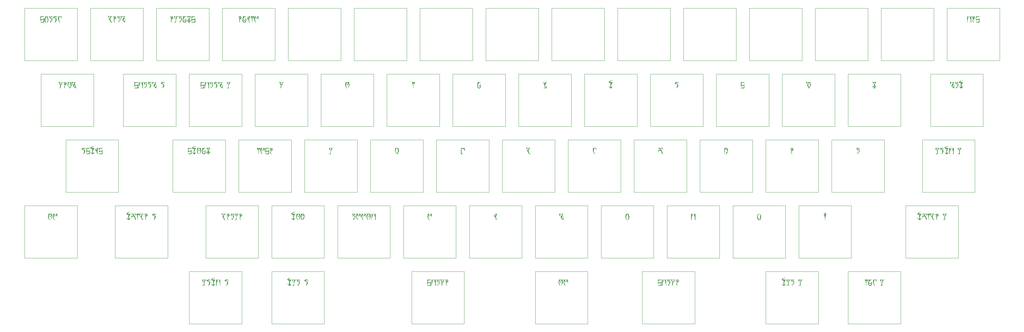
<source format=gbr>
G04 #@! TF.GenerationSoftware,KiCad,Pcbnew,8.0.7*
G04 #@! TF.CreationDate,2025-01-18T13:06:30-06:00*
G04 #@! TF.ProjectId,boethia60,626f6574-6869-4613-9630-2e6b69636164,rev?*
G04 #@! TF.SameCoordinates,Original*
G04 #@! TF.FileFunction,Legend,Bot*
G04 #@! TF.FilePolarity,Positive*
%FSLAX46Y46*%
G04 Gerber Fmt 4.6, Leading zero omitted, Abs format (unit mm)*
G04 Created by KiCad (PCBNEW 8.0.7) date 2025-01-18 13:06:30*
%MOMM*%
%LPD*%
G01*
G04 APERTURE LIST*
%ADD10C,0.100000*%
%ADD11C,0.120000*%
G04 APERTURE END LIST*
D10*
G36*
X233692594Y-61343766D02*
G01*
X233758173Y-61315556D01*
X233696761Y-61272004D01*
X233648996Y-61256938D01*
X233571773Y-61239625D01*
X233497813Y-61230123D01*
X233420276Y-61226559D01*
X233412325Y-61226530D01*
X233336511Y-61232254D01*
X233263673Y-61249427D01*
X233193812Y-61278049D01*
X233126927Y-61318121D01*
X233063703Y-61367493D01*
X233014528Y-61422563D01*
X232996135Y-61476024D01*
X233021048Y-61492144D01*
X233073072Y-61481885D01*
X233146688Y-61473940D01*
X233226386Y-61477975D01*
X233302781Y-61495746D01*
X233351875Y-61515225D01*
X233416302Y-61555002D01*
X233441634Y-61602419D01*
X233410493Y-61631362D01*
X233044129Y-61631362D01*
X232983679Y-61656275D01*
X233032122Y-61715353D01*
X233042663Y-61724419D01*
X233094916Y-61781663D01*
X233137407Y-61850836D01*
X233171427Y-61924303D01*
X233198085Y-61995522D01*
X233223205Y-62075829D01*
X233228044Y-62092981D01*
X233245990Y-62166294D01*
X233261543Y-62247564D01*
X233274704Y-62336791D01*
X233285471Y-62433975D01*
X233291977Y-62512084D01*
X233297136Y-62594670D01*
X233300950Y-62681731D01*
X233303418Y-62773268D01*
X233304539Y-62869281D01*
X233304614Y-62902280D01*
X233304614Y-62983447D01*
X233304614Y-63064052D01*
X233304614Y-63138479D01*
X233304614Y-63189876D01*
X233325840Y-63261660D01*
X233342349Y-63266446D01*
X233395203Y-63211188D01*
X233396938Y-63194272D01*
X233403158Y-63092555D01*
X233410002Y-62993898D01*
X233417472Y-62898299D01*
X233425566Y-62805760D01*
X233434284Y-62716279D01*
X233443628Y-62629858D01*
X233453596Y-62546495D01*
X233464188Y-62466192D01*
X233475406Y-62388947D01*
X233487248Y-62314762D01*
X233495490Y-62267004D01*
X233512875Y-62176209D01*
X233531691Y-62092134D01*
X233551938Y-62014779D01*
X233573617Y-61944146D01*
X233602727Y-61865304D01*
X233634074Y-61796963D01*
X233674642Y-61728815D01*
X233715021Y-61664556D01*
X233723002Y-61639788D01*
X233679926Y-61580197D01*
X233612726Y-61536474D01*
X233546030Y-61502448D01*
X233477422Y-61474972D01*
X233406901Y-61454045D01*
X233366896Y-61445249D01*
X233324398Y-61418138D01*
X233354073Y-61391760D01*
X233426960Y-61366451D01*
X233506804Y-61352952D01*
X233592371Y-61346063D01*
X233677379Y-61343813D01*
X233692594Y-61343766D01*
G37*
G36*
X124377228Y-80532618D02*
G01*
X124328135Y-80476931D01*
X124255143Y-80485969D01*
X124180568Y-80494599D01*
X124171698Y-80495615D01*
X124090794Y-80504323D01*
X124015626Y-80512377D01*
X123962137Y-80517964D01*
X123709712Y-80497447D01*
X123636451Y-80507947D01*
X123619220Y-80522360D01*
X123573539Y-80589236D01*
X123535071Y-80659870D01*
X123509311Y-80731943D01*
X123501984Y-80789439D01*
X123511429Y-80862483D01*
X123526164Y-80874436D01*
X123583683Y-80837433D01*
X123616055Y-80768732D01*
X123672160Y-80710694D01*
X123729496Y-80668539D01*
X123802769Y-80641337D01*
X123877215Y-80627963D01*
X123932462Y-80621278D01*
X123957375Y-80633735D01*
X123948948Y-80656449D01*
X123893800Y-80706645D01*
X123846186Y-80765220D01*
X123805468Y-80827943D01*
X123780787Y-80872238D01*
X123747295Y-80941854D01*
X123720732Y-81010569D01*
X123698500Y-81089597D01*
X123685700Y-81167397D01*
X123682235Y-81233107D01*
X123688830Y-81307021D01*
X123708613Y-81331659D01*
X123751844Y-81284398D01*
X123788714Y-81215054D01*
X123843727Y-81166148D01*
X123860654Y-81158735D01*
X123929289Y-81132218D01*
X124000758Y-81101878D01*
X124049332Y-81073005D01*
X124057392Y-81081065D01*
X124053362Y-81097185D01*
X124002993Y-81156934D01*
X123956693Y-81224417D01*
X123915907Y-81292124D01*
X123873117Y-81370261D01*
X123837442Y-81440280D01*
X123800485Y-81516973D01*
X123791045Y-81537189D01*
X123760639Y-81611864D01*
X123737701Y-81686504D01*
X123722231Y-81761109D01*
X123714229Y-81835679D01*
X123713010Y-81878274D01*
X123733618Y-81954991D01*
X123770254Y-82022682D01*
X123806799Y-82077943D01*
X123855617Y-82143087D01*
X123907183Y-82200766D01*
X123961496Y-82250981D01*
X124018557Y-82293731D01*
X124088445Y-82319338D01*
X124129566Y-82310218D01*
X124150082Y-82281275D01*
X124110881Y-82227786D01*
X124049006Y-82184735D01*
X123992846Y-82129129D01*
X123946750Y-82067684D01*
X123907119Y-82002405D01*
X123878228Y-81934047D01*
X123877141Y-81923703D01*
X123879711Y-81846795D01*
X123887422Y-81772326D01*
X123904289Y-81682669D01*
X123929189Y-81596822D01*
X123962120Y-81514785D01*
X124003084Y-81436559D01*
X124041638Y-81376721D01*
X124095419Y-81304204D01*
X124149968Y-81237595D01*
X124205283Y-81176893D01*
X124261365Y-81122098D01*
X124318215Y-81073212D01*
X124390355Y-81020411D01*
X124463694Y-80976841D01*
X124493365Y-80961997D01*
X124550888Y-80915699D01*
X124557113Y-80892021D01*
X124528536Y-80850989D01*
X124449609Y-80853456D01*
X124370268Y-80859982D01*
X124292682Y-80869343D01*
X124274646Y-80871871D01*
X124199863Y-80883156D01*
X124124148Y-80900072D01*
X124085968Y-80913271D01*
X124014143Y-80941954D01*
X123945390Y-80967680D01*
X123925867Y-80974820D01*
X123905351Y-80937817D01*
X123959109Y-80871875D01*
X124023766Y-80815323D01*
X124095259Y-80760502D01*
X124163981Y-80711610D01*
X124242950Y-80658241D01*
X124308901Y-80615277D01*
X124332165Y-80600396D01*
X124376832Y-80539813D01*
X124377228Y-80532618D01*
G37*
G36*
X122200542Y-80454462D02*
G01*
X122273564Y-80469970D01*
X122298225Y-80475946D01*
X122371750Y-80487555D01*
X123304147Y-80487555D01*
X123312665Y-80487716D01*
X123374489Y-80528588D01*
X123369331Y-80545013D01*
X123309276Y-80588306D01*
X123301286Y-80592191D01*
X123235688Y-80638917D01*
X123186916Y-80698210D01*
X123151604Y-80763804D01*
X123123163Y-80842196D01*
X123112556Y-80879365D01*
X123094473Y-80956216D01*
X123080563Y-81036416D01*
X123070825Y-81119964D01*
X123065261Y-81206861D01*
X123063812Y-81281833D01*
X123037434Y-81330926D01*
X123033578Y-81330758D01*
X122973686Y-81288061D01*
X122934486Y-81240434D01*
X122900151Y-81219239D01*
X122833797Y-81187941D01*
X122761588Y-81165452D01*
X122683526Y-81151774D01*
X122699841Y-81235431D01*
X122713980Y-81312379D01*
X122728595Y-81399129D01*
X122739812Y-81475396D01*
X122748785Y-81553080D01*
X122753135Y-81633176D01*
X122752076Y-81680271D01*
X122745126Y-81761448D01*
X122731690Y-81841047D01*
X122711767Y-81919068D01*
X122685358Y-81995511D01*
X122655472Y-82069313D01*
X122622852Y-82142979D01*
X122588534Y-82210768D01*
X122546506Y-82275413D01*
X122544310Y-82277937D01*
X122478362Y-82316446D01*
X122445756Y-82268818D01*
X122464169Y-82199261D01*
X122480490Y-82120453D01*
X122495224Y-82043344D01*
X122509137Y-81967301D01*
X122513916Y-81939012D01*
X122524363Y-81859671D01*
X122530762Y-81785590D01*
X122534601Y-81707161D01*
X122535881Y-81624384D01*
X122533475Y-81538445D01*
X122526257Y-81451219D01*
X122514227Y-81362705D01*
X122497384Y-81272903D01*
X122480446Y-81200134D01*
X122460427Y-81126540D01*
X122437329Y-81052123D01*
X122409891Y-80978687D01*
X122376121Y-80904697D01*
X122336017Y-80830152D01*
X122289581Y-80755053D01*
X122247873Y-80694574D01*
X122202112Y-80633740D01*
X122182721Y-80609921D01*
X122457479Y-80609921D01*
X122461509Y-80652053D01*
X122488736Y-80716004D01*
X122523770Y-80793524D01*
X122561379Y-80871895D01*
X122594688Y-80937853D01*
X122629786Y-81004401D01*
X122666673Y-81071540D01*
X122681687Y-81071724D01*
X122757915Y-81078147D01*
X122830804Y-81092423D01*
X122865609Y-81051024D01*
X122867196Y-81041898D01*
X122887705Y-80969668D01*
X122918373Y-80896119D01*
X122953158Y-80826622D01*
X122996332Y-80749666D01*
X123036913Y-80682730D01*
X123082863Y-80611020D01*
X123054287Y-80592336D01*
X122484224Y-80592336D01*
X122457479Y-80609921D01*
X122182721Y-80609921D01*
X122152298Y-80572552D01*
X122135440Y-80551077D01*
X122107785Y-80482426D01*
X122175012Y-80452384D01*
X122200542Y-80454462D01*
G37*
G36*
X121374506Y-80604792D02*
G01*
X121520686Y-80604792D01*
X121580979Y-80648839D01*
X121620406Y-80715901D01*
X121641220Y-80760863D01*
X121665059Y-80836555D01*
X121680833Y-80924457D01*
X121690692Y-81013942D01*
X121696428Y-81096157D01*
X121700252Y-81187816D01*
X121701865Y-81262760D01*
X121702402Y-81343016D01*
X121695215Y-81424373D01*
X121681279Y-81497318D01*
X121660009Y-81582625D01*
X121637713Y-81659770D01*
X121610722Y-81744827D01*
X121579037Y-81837795D01*
X121552193Y-81912712D01*
X121524093Y-81984257D01*
X121490644Y-82038375D01*
X121463533Y-82009433D01*
X121419272Y-81939938D01*
X121375652Y-81871657D01*
X121333600Y-81806261D01*
X121304531Y-81762503D01*
X121265330Y-81739788D01*
X121238952Y-81760671D01*
X121230525Y-81795109D01*
X121263493Y-81867067D01*
X121294291Y-81942401D01*
X121322682Y-82018277D01*
X121329077Y-82036177D01*
X121354242Y-82114327D01*
X121373958Y-82188506D01*
X121386091Y-82264782D01*
X121386596Y-82279809D01*
X121426897Y-82316446D01*
X121489820Y-82272345D01*
X121506031Y-82238044D01*
X121807549Y-81685566D01*
X121848241Y-81618756D01*
X121886317Y-81556240D01*
X121910757Y-81485831D01*
X121928532Y-81410183D01*
X121936431Y-81337254D01*
X121936876Y-81315905D01*
X121932994Y-81230881D01*
X121921348Y-81145481D01*
X121901939Y-81059706D01*
X121874765Y-80973555D01*
X121847437Y-80904363D01*
X121815140Y-80834932D01*
X121777874Y-80765259D01*
X121745176Y-80697024D01*
X121734276Y-80648389D01*
X121772744Y-80623110D01*
X121848918Y-80609249D01*
X121923686Y-80598564D01*
X121993432Y-80573935D01*
X122007218Y-80543243D01*
X121945328Y-80503431D01*
X121887416Y-80500012D01*
X121393191Y-80500012D01*
X121317359Y-80508051D01*
X121278519Y-80511003D01*
X121202114Y-80512450D01*
X121170075Y-80516132D01*
X121104496Y-80513201D01*
X121030324Y-80504185D01*
X120990190Y-80500012D01*
X120929182Y-80541836D01*
X120928641Y-80550936D01*
X120969857Y-80611615D01*
X121034154Y-80642527D01*
X121096144Y-80683545D01*
X121146618Y-80738694D01*
X121175937Y-80777716D01*
X121208685Y-80849170D01*
X121225368Y-80928498D01*
X121232052Y-81003180D01*
X121233456Y-81063480D01*
X121233456Y-81226878D01*
X121245913Y-81261317D01*
X121313713Y-81231293D01*
X121364987Y-81172266D01*
X121369011Y-81166428D01*
X121408810Y-81095839D01*
X121433869Y-81023747D01*
X121444187Y-80950152D01*
X121444482Y-80935252D01*
X121432750Y-80856215D01*
X121405699Y-80787877D01*
X121368467Y-80724358D01*
X121345197Y-80691620D01*
X121312957Y-80639596D01*
X121374506Y-80604792D01*
G37*
G36*
X120776234Y-82201774D02*
G01*
X120776234Y-80545075D01*
X120714533Y-80503576D01*
X120656799Y-80500012D01*
X119678606Y-80500012D01*
X119604967Y-80511277D01*
X119580421Y-80545075D01*
X119580421Y-82201774D01*
X119591667Y-82276019D01*
X119648564Y-82316446D01*
X119715366Y-82284839D01*
X119721104Y-82255263D01*
X119721104Y-82232548D01*
X119721104Y-82212032D01*
X119721104Y-81913079D01*
X119722116Y-81824118D01*
X119725152Y-81738403D01*
X119730211Y-81655934D01*
X119737293Y-81576711D01*
X119746399Y-81500733D01*
X119757529Y-81428001D01*
X119778018Y-81324989D01*
X119803060Y-81229280D01*
X119832655Y-81140874D01*
X119866803Y-81059771D01*
X119905504Y-80985970D01*
X119948758Y-80919473D01*
X119980124Y-80879199D01*
X120004304Y-80834136D01*
X119959974Y-80797133D01*
X119889174Y-80772678D01*
X119822633Y-80738605D01*
X119818191Y-80735950D01*
X119762778Y-80685518D01*
X119753711Y-80653885D01*
X119763969Y-80615050D01*
X119802071Y-80604792D01*
X120546157Y-80604792D01*
X120582793Y-80606990D01*
X120600745Y-80615050D01*
X120606973Y-80625675D01*
X120606973Y-80645458D01*
X120563697Y-80707488D01*
X120530037Y-80733752D01*
X120464711Y-80775386D01*
X120400710Y-80803361D01*
X120364440Y-80834136D01*
X120370668Y-80854652D01*
X120413167Y-80905577D01*
X120452909Y-80977091D01*
X120488742Y-81052598D01*
X120520666Y-81132097D01*
X120548681Y-81215590D01*
X120572787Y-81303075D01*
X120592984Y-81394553D01*
X120609272Y-81490024D01*
X120621651Y-81589487D01*
X120630120Y-81692944D01*
X120634681Y-81800393D01*
X120635550Y-81874244D01*
X120635550Y-82205804D01*
X120649855Y-82281438D01*
X120710288Y-82316446D01*
X120758648Y-82291899D01*
X120775959Y-82217047D01*
X120776234Y-82201774D01*
G37*
G36*
X118418680Y-80487555D02*
G01*
X118355856Y-80527574D01*
X118355298Y-80536282D01*
X118355298Y-81786317D01*
X118363784Y-81863203D01*
X118399629Y-81898790D01*
X118472504Y-81878505D01*
X118489754Y-81834677D01*
X118490785Y-81755450D01*
X118494407Y-81681429D01*
X118503294Y-81607618D01*
X118506241Y-81593609D01*
X118553987Y-81533472D01*
X118632636Y-81519237D01*
X119119901Y-81519237D01*
X119193252Y-81520512D01*
X119215522Y-81523267D01*
X119245545Y-81593399D01*
X119246296Y-81614858D01*
X119246296Y-81690077D01*
X119246296Y-81772767D01*
X119246296Y-81792911D01*
X119241356Y-81877146D01*
X119226536Y-81950150D01*
X119194116Y-82025611D01*
X119146257Y-82083523D01*
X119082961Y-82123885D01*
X119004227Y-82146699D01*
X118930124Y-82152315D01*
X118856283Y-82152315D01*
X118779428Y-82152315D01*
X118758666Y-82152315D01*
X118430403Y-82152315D01*
X118370898Y-82196822D01*
X118361160Y-82266254D01*
X118415020Y-82316005D01*
X118426740Y-82316446D01*
X119344848Y-82316446D01*
X119401206Y-82265069D01*
X119410428Y-82184921D01*
X119410428Y-81106711D01*
X119399181Y-81032228D01*
X119342284Y-80991673D01*
X119274741Y-81028883D01*
X119258834Y-81102040D01*
X119258753Y-81109275D01*
X119255559Y-81187534D01*
X119237436Y-81260658D01*
X119236038Y-81262782D01*
X119182740Y-81316525D01*
X119133823Y-81331659D01*
X118741813Y-81331659D01*
X118667273Y-81329746D01*
X118590517Y-81321245D01*
X118542877Y-81307479D01*
X118499692Y-81244124D01*
X118495982Y-81202332D01*
X118495982Y-81062381D01*
X118498558Y-80986647D01*
X118507163Y-80908554D01*
X118514301Y-80868208D01*
X118543117Y-80794971D01*
X118589599Y-80734178D01*
X118647952Y-80684174D01*
X118663044Y-80673668D01*
X118741795Y-80657890D01*
X118822635Y-80653425D01*
X118900997Y-80651880D01*
X118945878Y-80651687D01*
X119288795Y-80651687D01*
X119362915Y-80639991D01*
X119409952Y-80578593D01*
X119410428Y-80568522D01*
X119371594Y-80503053D01*
X119295246Y-80487634D01*
X119287696Y-80487555D01*
X118418680Y-80487555D01*
G37*
G36*
X30939148Y-4427873D02*
G01*
X31007017Y-4399938D01*
X31029640Y-4332984D01*
X30966615Y-4291149D01*
X30907640Y-4287555D01*
X30119957Y-4287555D01*
X30044848Y-4281356D01*
X29981105Y-4269970D01*
X29906066Y-4255750D01*
X29875592Y-4252384D01*
X29822939Y-4304276D01*
X29822103Y-4320162D01*
X29822872Y-4393642D01*
X29825826Y-4473601D01*
X29832072Y-4555557D01*
X29842903Y-4634279D01*
X29853610Y-4682862D01*
X29879538Y-4753532D01*
X29922757Y-4821381D01*
X29981147Y-4877995D01*
X30001621Y-4892789D01*
X30068294Y-4928885D01*
X30102005Y-4936020D01*
X30143771Y-4897185D01*
X30141573Y-4858351D01*
X30088684Y-4806053D01*
X30073795Y-4787643D01*
X30041509Y-4718606D01*
X30039357Y-4694220D01*
X30044652Y-4617594D01*
X30064985Y-4542787D01*
X30107982Y-4479150D01*
X30171735Y-4440967D01*
X30256245Y-4428239D01*
X30553000Y-4428239D01*
X30623036Y-4449849D01*
X30642759Y-4504809D01*
X30639968Y-4578526D01*
X30625317Y-4651266D01*
X30614183Y-4669673D01*
X30432466Y-4840399D01*
X30387034Y-4899590D01*
X30360658Y-4935654D01*
X30319213Y-4999445D01*
X30284203Y-5071517D01*
X30260275Y-5145580D01*
X30246421Y-5221258D01*
X30244155Y-5267213D01*
X30253766Y-5359926D01*
X30282600Y-5452502D01*
X30316840Y-5521844D01*
X30361893Y-5591108D01*
X30417759Y-5660295D01*
X30484438Y-5729405D01*
X30561929Y-5798437D01*
X30619597Y-5844416D01*
X30682071Y-5890360D01*
X30749351Y-5936270D01*
X30821436Y-5982146D01*
X30859280Y-6005071D01*
X30903866Y-6063566D01*
X30905442Y-6066620D01*
X30961275Y-6116397D01*
X30963328Y-6116446D01*
X30994347Y-6047538D01*
X30994469Y-6038044D01*
X30994469Y-5034572D01*
X30980301Y-4960584D01*
X30958199Y-4948476D01*
X30924959Y-5014464D01*
X30924127Y-5041167D01*
X30916743Y-5114853D01*
X30906910Y-5193945D01*
X30905076Y-5207862D01*
X30895363Y-5281327D01*
X30886116Y-5357545D01*
X30881628Y-5398738D01*
X30872464Y-5473783D01*
X30861069Y-5548824D01*
X30853785Y-5579722D01*
X30829449Y-5651084D01*
X30810904Y-5722642D01*
X30810920Y-5731763D01*
X30796266Y-5774994D01*
X30722111Y-5753253D01*
X30664566Y-5701919D01*
X30621312Y-5639110D01*
X30610885Y-5620389D01*
X30577624Y-5554619D01*
X30546863Y-5483094D01*
X30526856Y-5410536D01*
X30525522Y-5392144D01*
X30535781Y-5317199D01*
X30566555Y-5245140D01*
X30610313Y-5184455D01*
X30669778Y-5125979D01*
X30689654Y-5109677D01*
X30735197Y-5049133D01*
X30755599Y-4974007D01*
X30759995Y-4905612D01*
X30759995Y-4578082D01*
X30777491Y-4505954D01*
X30837150Y-4453060D01*
X30917453Y-4430392D01*
X30939148Y-4427873D01*
G37*
G36*
X29086810Y-4404792D02*
G01*
X29232989Y-4404792D01*
X29293282Y-4448839D01*
X29332709Y-4515901D01*
X29353523Y-4560863D01*
X29377363Y-4636555D01*
X29393137Y-4724457D01*
X29402995Y-4813942D01*
X29408731Y-4896157D01*
X29412555Y-4987816D01*
X29414168Y-5062760D01*
X29414706Y-5143016D01*
X29407518Y-5224373D01*
X29393583Y-5297318D01*
X29372313Y-5382625D01*
X29350016Y-5459770D01*
X29323025Y-5544827D01*
X29291341Y-5637795D01*
X29264497Y-5712712D01*
X29236397Y-5784257D01*
X29202947Y-5838375D01*
X29175836Y-5809433D01*
X29131576Y-5739938D01*
X29087955Y-5671657D01*
X29045904Y-5606261D01*
X29016834Y-5562503D01*
X28977633Y-5539788D01*
X28951255Y-5560671D01*
X28942829Y-5595109D01*
X28975797Y-5667067D01*
X29006594Y-5742401D01*
X29034985Y-5818277D01*
X29041381Y-5836177D01*
X29066545Y-5914327D01*
X29086261Y-5988506D01*
X29098394Y-6064782D01*
X29098900Y-6079809D01*
X29139200Y-6116446D01*
X29202123Y-6072345D01*
X29218335Y-6038044D01*
X29519852Y-5485566D01*
X29560544Y-5418756D01*
X29598621Y-5356240D01*
X29623061Y-5285831D01*
X29640835Y-5210183D01*
X29648735Y-5137254D01*
X29649179Y-5115905D01*
X29645297Y-5030881D01*
X29633651Y-4945481D01*
X29614242Y-4859706D01*
X29587069Y-4773555D01*
X29559740Y-4704363D01*
X29527443Y-4634932D01*
X29490177Y-4565259D01*
X29457479Y-4497024D01*
X29446580Y-4448389D01*
X29485048Y-4423110D01*
X29561222Y-4409249D01*
X29635990Y-4398564D01*
X29705735Y-4373935D01*
X29719521Y-4343243D01*
X29657632Y-4303431D01*
X29599720Y-4300012D01*
X29105494Y-4300012D01*
X29029662Y-4308051D01*
X28990822Y-4311003D01*
X28914418Y-4312450D01*
X28882379Y-4316132D01*
X28816799Y-4313201D01*
X28742628Y-4304185D01*
X28702494Y-4300012D01*
X28641486Y-4341836D01*
X28640945Y-4350936D01*
X28682161Y-4411615D01*
X28746457Y-4442527D01*
X28808448Y-4483545D01*
X28858921Y-4538694D01*
X28888240Y-4577716D01*
X28920988Y-4649170D01*
X28937671Y-4728498D01*
X28944355Y-4803180D01*
X28945760Y-4863480D01*
X28945760Y-5026878D01*
X28958216Y-5061317D01*
X29026016Y-5031293D01*
X29077290Y-4972266D01*
X29081314Y-4966428D01*
X29121114Y-4895839D01*
X29146172Y-4823747D01*
X29156491Y-4750152D01*
X29156785Y-4735252D01*
X29145054Y-4656215D01*
X29118002Y-4587877D01*
X29080771Y-4524358D01*
X29057501Y-4491620D01*
X29025261Y-4439596D01*
X29086810Y-4404792D01*
G37*
G36*
X28355547Y-4332618D02*
G01*
X28306454Y-4276931D01*
X28233462Y-4285969D01*
X28158887Y-4294599D01*
X28150016Y-4295615D01*
X28069113Y-4304323D01*
X27993945Y-4312377D01*
X27940456Y-4317964D01*
X27688031Y-4297447D01*
X27614769Y-4307947D01*
X27597539Y-4322360D01*
X27551858Y-4389236D01*
X27513390Y-4459870D01*
X27487630Y-4531943D01*
X27480303Y-4589439D01*
X27489748Y-4662483D01*
X27504483Y-4674436D01*
X27562002Y-4637433D01*
X27594373Y-4568732D01*
X27650479Y-4510694D01*
X27707815Y-4468539D01*
X27781088Y-4441337D01*
X27855534Y-4427963D01*
X27910781Y-4421278D01*
X27935693Y-4433735D01*
X27927267Y-4456449D01*
X27872119Y-4506645D01*
X27824505Y-4565220D01*
X27783787Y-4627943D01*
X27759106Y-4672238D01*
X27725613Y-4741854D01*
X27699051Y-4810569D01*
X27676819Y-4889597D01*
X27664018Y-4967397D01*
X27660554Y-5033107D01*
X27667148Y-5107021D01*
X27686932Y-5131659D01*
X27730163Y-5084398D01*
X27767032Y-5015054D01*
X27822046Y-4966148D01*
X27838973Y-4958735D01*
X27907607Y-4932218D01*
X27979077Y-4901878D01*
X28027651Y-4873005D01*
X28035711Y-4881065D01*
X28031681Y-4897185D01*
X27981311Y-4956934D01*
X27935012Y-5024417D01*
X27894225Y-5092124D01*
X27851435Y-5170261D01*
X27815761Y-5240280D01*
X27778804Y-5316973D01*
X27769364Y-5337189D01*
X27738957Y-5411864D01*
X27716019Y-5486504D01*
X27700549Y-5561109D01*
X27692548Y-5635679D01*
X27691328Y-5678274D01*
X27711936Y-5754991D01*
X27748573Y-5822682D01*
X27785118Y-5877943D01*
X27833936Y-5943087D01*
X27885501Y-6000766D01*
X27939815Y-6050981D01*
X27996876Y-6093731D01*
X28066764Y-6119338D01*
X28107885Y-6110218D01*
X28128401Y-6081275D01*
X28089200Y-6027786D01*
X28027325Y-5984735D01*
X27971165Y-5929129D01*
X27925069Y-5867684D01*
X27885438Y-5802405D01*
X27856547Y-5734047D01*
X27855460Y-5723703D01*
X27858030Y-5646795D01*
X27865741Y-5572326D01*
X27882608Y-5482669D01*
X27907508Y-5396822D01*
X27940439Y-5314785D01*
X27981403Y-5236559D01*
X28019957Y-5176721D01*
X28073738Y-5104204D01*
X28128286Y-5037595D01*
X28183602Y-4976893D01*
X28239684Y-4922098D01*
X28296534Y-4873212D01*
X28368674Y-4820411D01*
X28442013Y-4776841D01*
X28471684Y-4761997D01*
X28529206Y-4715699D01*
X28535432Y-4692021D01*
X28506855Y-4650989D01*
X28427928Y-4653456D01*
X28348587Y-4659982D01*
X28271001Y-4669343D01*
X28252965Y-4671871D01*
X28178182Y-4683156D01*
X28102467Y-4700072D01*
X28064287Y-4713271D01*
X27992462Y-4741954D01*
X27923709Y-4767680D01*
X27904186Y-4774820D01*
X27883670Y-4737817D01*
X27937427Y-4671875D01*
X28002085Y-4615323D01*
X28073578Y-4560502D01*
X28142300Y-4511610D01*
X28221269Y-4458241D01*
X28287219Y-4415277D01*
X28310484Y-4400396D01*
X28355151Y-4339813D01*
X28355547Y-4332618D01*
G37*
G36*
X26424074Y-5132758D02*
G01*
X26437308Y-5206659D01*
X26456292Y-5279281D01*
X26477197Y-5349279D01*
X26503723Y-5419879D01*
X26537154Y-5490747D01*
X26574828Y-5559974D01*
X26584176Y-5576058D01*
X26624799Y-5644189D01*
X26668359Y-5712294D01*
X26714856Y-5780374D01*
X26764289Y-5848427D01*
X26816659Y-5916455D01*
X26834769Y-5939125D01*
X26884686Y-6001844D01*
X26931489Y-6061880D01*
X26946143Y-6081641D01*
X27012720Y-6115596D01*
X27028942Y-6116446D01*
X27206262Y-6116446D01*
X27277703Y-6096868D01*
X27282466Y-6081641D01*
X27215490Y-6043448D01*
X27163397Y-6031816D01*
X27099990Y-5990884D01*
X27048886Y-5936263D01*
X27002366Y-5878193D01*
X26995236Y-5868784D01*
X26946993Y-5798734D01*
X26907177Y-5732050D01*
X26868777Y-5659235D01*
X26831794Y-5580290D01*
X26802058Y-5509818D01*
X26790439Y-5480437D01*
X26764475Y-5409662D01*
X26739127Y-5327092D01*
X26720116Y-5247099D01*
X26707442Y-5169682D01*
X26701105Y-5094840D01*
X26700313Y-5058386D01*
X26705375Y-4985004D01*
X26720560Y-4909665D01*
X26745870Y-4832368D01*
X26781302Y-4753113D01*
X26818563Y-4685571D01*
X26844294Y-4644394D01*
X26895548Y-4571780D01*
X26946497Y-4511473D01*
X27007235Y-4455350D01*
X27077542Y-4412274D01*
X27157163Y-4392582D01*
X27167061Y-4392336D01*
X27237814Y-4367091D01*
X27247295Y-4333717D01*
X27183513Y-4291207D01*
X27123830Y-4287555D01*
X26477197Y-4287555D01*
X26397444Y-4279335D01*
X26323049Y-4254674D01*
X26254013Y-4213573D01*
X26198001Y-4164122D01*
X26190334Y-4156031D01*
X26131166Y-4112783D01*
X26122557Y-4111700D01*
X26076092Y-4172211D01*
X26074929Y-4196697D01*
X26077364Y-4271926D01*
X26085778Y-4345385D01*
X26103810Y-4419462D01*
X26105704Y-4424942D01*
X26135379Y-4497087D01*
X26174168Y-4567837D01*
X26214148Y-4629007D01*
X26261986Y-4685545D01*
X26306471Y-4707775D01*
X26333216Y-4645860D01*
X26314531Y-4577716D01*
X26297361Y-4502106D01*
X26301906Y-4426131D01*
X26310501Y-4410654D01*
X26384240Y-4392497D01*
X26397330Y-4392336D01*
X26689688Y-4392336D01*
X26737682Y-4450954D01*
X26722844Y-4523855D01*
X26690788Y-4590172D01*
X26650096Y-4654041D01*
X26602005Y-4718744D01*
X26550722Y-4781483D01*
X26499927Y-4839808D01*
X26481594Y-4860183D01*
X26419169Y-4899418D01*
X26376813Y-4918068D01*
X26342009Y-4932723D01*
X26278261Y-4951041D01*
X26311234Y-5062416D01*
X26342009Y-5070842D01*
X26389270Y-5085130D01*
X26424074Y-5132758D01*
G37*
G36*
X191052228Y-80532618D02*
G01*
X191003135Y-80476931D01*
X190930143Y-80485969D01*
X190855568Y-80494599D01*
X190846698Y-80495615D01*
X190765794Y-80504323D01*
X190690626Y-80512377D01*
X190637137Y-80517964D01*
X190384712Y-80497447D01*
X190311451Y-80507947D01*
X190294220Y-80522360D01*
X190248539Y-80589236D01*
X190210071Y-80659870D01*
X190184311Y-80731943D01*
X190176984Y-80789439D01*
X190186429Y-80862483D01*
X190201164Y-80874436D01*
X190258683Y-80837433D01*
X190291055Y-80768732D01*
X190347160Y-80710694D01*
X190404496Y-80668539D01*
X190477769Y-80641337D01*
X190552215Y-80627963D01*
X190607462Y-80621278D01*
X190632375Y-80633735D01*
X190623948Y-80656449D01*
X190568800Y-80706645D01*
X190521186Y-80765220D01*
X190480468Y-80827943D01*
X190455787Y-80872238D01*
X190422295Y-80941854D01*
X190395732Y-81010569D01*
X190373500Y-81089597D01*
X190360700Y-81167397D01*
X190357235Y-81233107D01*
X190363830Y-81307021D01*
X190383613Y-81331659D01*
X190426844Y-81284398D01*
X190463714Y-81215054D01*
X190518727Y-81166148D01*
X190535654Y-81158735D01*
X190604289Y-81132218D01*
X190675758Y-81101878D01*
X190724332Y-81073005D01*
X190732392Y-81081065D01*
X190728362Y-81097185D01*
X190677993Y-81156934D01*
X190631693Y-81224417D01*
X190590907Y-81292124D01*
X190548117Y-81370261D01*
X190512442Y-81440280D01*
X190475485Y-81516973D01*
X190466045Y-81537189D01*
X190435639Y-81611864D01*
X190412701Y-81686504D01*
X190397231Y-81761109D01*
X190389229Y-81835679D01*
X190388010Y-81878274D01*
X190408618Y-81954991D01*
X190445254Y-82022682D01*
X190481799Y-82077943D01*
X190530617Y-82143087D01*
X190582183Y-82200766D01*
X190636496Y-82250981D01*
X190693557Y-82293731D01*
X190763445Y-82319338D01*
X190804566Y-82310218D01*
X190825082Y-82281275D01*
X190785881Y-82227786D01*
X190724006Y-82184735D01*
X190667846Y-82129129D01*
X190621750Y-82067684D01*
X190582119Y-82002405D01*
X190553228Y-81934047D01*
X190552141Y-81923703D01*
X190554711Y-81846795D01*
X190562422Y-81772326D01*
X190579289Y-81682669D01*
X190604189Y-81596822D01*
X190637120Y-81514785D01*
X190678084Y-81436559D01*
X190716638Y-81376721D01*
X190770419Y-81304204D01*
X190824968Y-81237595D01*
X190880283Y-81176893D01*
X190936365Y-81122098D01*
X190993215Y-81073212D01*
X191065355Y-81020411D01*
X191138694Y-80976841D01*
X191168365Y-80961997D01*
X191225888Y-80915699D01*
X191232113Y-80892021D01*
X191203536Y-80850989D01*
X191124609Y-80853456D01*
X191045268Y-80859982D01*
X190967682Y-80869343D01*
X190949646Y-80871871D01*
X190874863Y-80883156D01*
X190799148Y-80900072D01*
X190760968Y-80913271D01*
X190689143Y-80941954D01*
X190620390Y-80967680D01*
X190600867Y-80974820D01*
X190580351Y-80937817D01*
X190634109Y-80871875D01*
X190698766Y-80815323D01*
X190770259Y-80760502D01*
X190838981Y-80711610D01*
X190917950Y-80658241D01*
X190983901Y-80615277D01*
X191007165Y-80600396D01*
X191051832Y-80539813D01*
X191052228Y-80532618D01*
G37*
G36*
X188875542Y-80454462D02*
G01*
X188948564Y-80469970D01*
X188973225Y-80475946D01*
X189046750Y-80487555D01*
X189979147Y-80487555D01*
X189987665Y-80487716D01*
X190049489Y-80528588D01*
X190044331Y-80545013D01*
X189984276Y-80588306D01*
X189976286Y-80592191D01*
X189910688Y-80638917D01*
X189861916Y-80698210D01*
X189826604Y-80763804D01*
X189798163Y-80842196D01*
X189787556Y-80879365D01*
X189769473Y-80956216D01*
X189755563Y-81036416D01*
X189745825Y-81119964D01*
X189740261Y-81206861D01*
X189738812Y-81281833D01*
X189712434Y-81330926D01*
X189708578Y-81330758D01*
X189648686Y-81288061D01*
X189609486Y-81240434D01*
X189575151Y-81219239D01*
X189508797Y-81187941D01*
X189436588Y-81165452D01*
X189358526Y-81151774D01*
X189374841Y-81235431D01*
X189388980Y-81312379D01*
X189403595Y-81399129D01*
X189414812Y-81475396D01*
X189423785Y-81553080D01*
X189428135Y-81633176D01*
X189427076Y-81680271D01*
X189420126Y-81761448D01*
X189406690Y-81841047D01*
X189386767Y-81919068D01*
X189360358Y-81995511D01*
X189330472Y-82069313D01*
X189297852Y-82142979D01*
X189263534Y-82210768D01*
X189221506Y-82275413D01*
X189219310Y-82277937D01*
X189153362Y-82316446D01*
X189120756Y-82268818D01*
X189139169Y-82199261D01*
X189155490Y-82120453D01*
X189170224Y-82043344D01*
X189184137Y-81967301D01*
X189188916Y-81939012D01*
X189199363Y-81859671D01*
X189205762Y-81785590D01*
X189209601Y-81707161D01*
X189210881Y-81624384D01*
X189208475Y-81538445D01*
X189201257Y-81451219D01*
X189189227Y-81362705D01*
X189172384Y-81272903D01*
X189155446Y-81200134D01*
X189135427Y-81126540D01*
X189112329Y-81052123D01*
X189084891Y-80978687D01*
X189051121Y-80904697D01*
X189011017Y-80830152D01*
X188964581Y-80755053D01*
X188922873Y-80694574D01*
X188877112Y-80633740D01*
X188857721Y-80609921D01*
X189132479Y-80609921D01*
X189136509Y-80652053D01*
X189163736Y-80716004D01*
X189198770Y-80793524D01*
X189236379Y-80871895D01*
X189269688Y-80937853D01*
X189304786Y-81004401D01*
X189341673Y-81071540D01*
X189356687Y-81071724D01*
X189432915Y-81078147D01*
X189505804Y-81092423D01*
X189540609Y-81051024D01*
X189542196Y-81041898D01*
X189562705Y-80969668D01*
X189593373Y-80896119D01*
X189628158Y-80826622D01*
X189671332Y-80749666D01*
X189711913Y-80682730D01*
X189757863Y-80611020D01*
X189729287Y-80592336D01*
X189159224Y-80592336D01*
X189132479Y-80609921D01*
X188857721Y-80609921D01*
X188827298Y-80572552D01*
X188810440Y-80551077D01*
X188782785Y-80482426D01*
X188850012Y-80452384D01*
X188875542Y-80454462D01*
G37*
G36*
X188049506Y-80604792D02*
G01*
X188195686Y-80604792D01*
X188255979Y-80648839D01*
X188295406Y-80715901D01*
X188316220Y-80760863D01*
X188340059Y-80836555D01*
X188355833Y-80924457D01*
X188365692Y-81013942D01*
X188371428Y-81096157D01*
X188375252Y-81187816D01*
X188376865Y-81262760D01*
X188377402Y-81343016D01*
X188370215Y-81424373D01*
X188356279Y-81497318D01*
X188335009Y-81582625D01*
X188312713Y-81659770D01*
X188285722Y-81744827D01*
X188254037Y-81837795D01*
X188227193Y-81912712D01*
X188199093Y-81984257D01*
X188165644Y-82038375D01*
X188138533Y-82009433D01*
X188094272Y-81939938D01*
X188050652Y-81871657D01*
X188008600Y-81806261D01*
X187979531Y-81762503D01*
X187940330Y-81739788D01*
X187913952Y-81760671D01*
X187905525Y-81795109D01*
X187938493Y-81867067D01*
X187969291Y-81942401D01*
X187997682Y-82018277D01*
X188004077Y-82036177D01*
X188029242Y-82114327D01*
X188048958Y-82188506D01*
X188061091Y-82264782D01*
X188061596Y-82279809D01*
X188101897Y-82316446D01*
X188164820Y-82272345D01*
X188181031Y-82238044D01*
X188482549Y-81685566D01*
X188523241Y-81618756D01*
X188561317Y-81556240D01*
X188585757Y-81485831D01*
X188603532Y-81410183D01*
X188611431Y-81337254D01*
X188611876Y-81315905D01*
X188607994Y-81230881D01*
X188596348Y-81145481D01*
X188576939Y-81059706D01*
X188549765Y-80973555D01*
X188522437Y-80904363D01*
X188490140Y-80834932D01*
X188452874Y-80765259D01*
X188420176Y-80697024D01*
X188409276Y-80648389D01*
X188447744Y-80623110D01*
X188523918Y-80609249D01*
X188598686Y-80598564D01*
X188668432Y-80573935D01*
X188682218Y-80543243D01*
X188620328Y-80503431D01*
X188562416Y-80500012D01*
X188068191Y-80500012D01*
X187992359Y-80508051D01*
X187953519Y-80511003D01*
X187877114Y-80512450D01*
X187845075Y-80516132D01*
X187779496Y-80513201D01*
X187705324Y-80504185D01*
X187665190Y-80500012D01*
X187604182Y-80541836D01*
X187603641Y-80550936D01*
X187644857Y-80611615D01*
X187709154Y-80642527D01*
X187771144Y-80683545D01*
X187821618Y-80738694D01*
X187850937Y-80777716D01*
X187883685Y-80849170D01*
X187900368Y-80928498D01*
X187907052Y-81003180D01*
X187908456Y-81063480D01*
X187908456Y-81226878D01*
X187920913Y-81261317D01*
X187988713Y-81231293D01*
X188039987Y-81172266D01*
X188044011Y-81166428D01*
X188083810Y-81095839D01*
X188108869Y-81023747D01*
X188119187Y-80950152D01*
X188119482Y-80935252D01*
X188107750Y-80856215D01*
X188080699Y-80787877D01*
X188043467Y-80724358D01*
X188020197Y-80691620D01*
X187987957Y-80639596D01*
X188049506Y-80604792D01*
G37*
G36*
X187451234Y-82201774D02*
G01*
X187451234Y-80545075D01*
X187389533Y-80503576D01*
X187331799Y-80500012D01*
X186353606Y-80500012D01*
X186279967Y-80511277D01*
X186255421Y-80545075D01*
X186255421Y-82201774D01*
X186266667Y-82276019D01*
X186323564Y-82316446D01*
X186390366Y-82284839D01*
X186396104Y-82255263D01*
X186396104Y-82232548D01*
X186396104Y-82212032D01*
X186396104Y-81913079D01*
X186397116Y-81824118D01*
X186400152Y-81738403D01*
X186405211Y-81655934D01*
X186412293Y-81576711D01*
X186421399Y-81500733D01*
X186432529Y-81428001D01*
X186453018Y-81324989D01*
X186478060Y-81229280D01*
X186507655Y-81140874D01*
X186541803Y-81059771D01*
X186580504Y-80985970D01*
X186623758Y-80919473D01*
X186655124Y-80879199D01*
X186679304Y-80834136D01*
X186634974Y-80797133D01*
X186564174Y-80772678D01*
X186497633Y-80738605D01*
X186493191Y-80735950D01*
X186437778Y-80685518D01*
X186428711Y-80653885D01*
X186438969Y-80615050D01*
X186477071Y-80604792D01*
X187221157Y-80604792D01*
X187257793Y-80606990D01*
X187275745Y-80615050D01*
X187281973Y-80625675D01*
X187281973Y-80645458D01*
X187238697Y-80707488D01*
X187205037Y-80733752D01*
X187139711Y-80775386D01*
X187075710Y-80803361D01*
X187039440Y-80834136D01*
X187045668Y-80854652D01*
X187088167Y-80905577D01*
X187127909Y-80977091D01*
X187163742Y-81052598D01*
X187195666Y-81132097D01*
X187223681Y-81215590D01*
X187247787Y-81303075D01*
X187267984Y-81394553D01*
X187284272Y-81490024D01*
X187296651Y-81589487D01*
X187305120Y-81692944D01*
X187309681Y-81800393D01*
X187310550Y-81874244D01*
X187310550Y-82205804D01*
X187324855Y-82281438D01*
X187385288Y-82316446D01*
X187433648Y-82291899D01*
X187450959Y-82217047D01*
X187451234Y-82201774D01*
G37*
G36*
X185093680Y-80487555D02*
G01*
X185030856Y-80527574D01*
X185030298Y-80536282D01*
X185030298Y-81786317D01*
X185038784Y-81863203D01*
X185074629Y-81898790D01*
X185147504Y-81878505D01*
X185164754Y-81834677D01*
X185165785Y-81755450D01*
X185169407Y-81681429D01*
X185178294Y-81607618D01*
X185181241Y-81593609D01*
X185228987Y-81533472D01*
X185307636Y-81519237D01*
X185794901Y-81519237D01*
X185868252Y-81520512D01*
X185890522Y-81523267D01*
X185920545Y-81593399D01*
X185921296Y-81614858D01*
X185921296Y-81690077D01*
X185921296Y-81772767D01*
X185921296Y-81792911D01*
X185916356Y-81877146D01*
X185901536Y-81950150D01*
X185869116Y-82025611D01*
X185821257Y-82083523D01*
X185757961Y-82123885D01*
X185679227Y-82146699D01*
X185605124Y-82152315D01*
X185531283Y-82152315D01*
X185454428Y-82152315D01*
X185433666Y-82152315D01*
X185105403Y-82152315D01*
X185045898Y-82196822D01*
X185036160Y-82266254D01*
X185090020Y-82316005D01*
X185101740Y-82316446D01*
X186019848Y-82316446D01*
X186076206Y-82265069D01*
X186085428Y-82184921D01*
X186085428Y-81106711D01*
X186074181Y-81032228D01*
X186017284Y-80991673D01*
X185949741Y-81028883D01*
X185933834Y-81102040D01*
X185933753Y-81109275D01*
X185930559Y-81187534D01*
X185912436Y-81260658D01*
X185911038Y-81262782D01*
X185857740Y-81316525D01*
X185808823Y-81331659D01*
X185416813Y-81331659D01*
X185342273Y-81329746D01*
X185265517Y-81321245D01*
X185217877Y-81307479D01*
X185174692Y-81244124D01*
X185170982Y-81202332D01*
X185170982Y-81062381D01*
X185173558Y-80986647D01*
X185182163Y-80908554D01*
X185189301Y-80868208D01*
X185218117Y-80794971D01*
X185264599Y-80734178D01*
X185322952Y-80684174D01*
X185338044Y-80673668D01*
X185416795Y-80657890D01*
X185497635Y-80653425D01*
X185575997Y-80651880D01*
X185620878Y-80651687D01*
X185963795Y-80651687D01*
X186037915Y-80639991D01*
X186084952Y-80578593D01*
X186085428Y-80568522D01*
X186046594Y-80503053D01*
X185970246Y-80487634D01*
X185962696Y-80487555D01*
X185093680Y-80487555D01*
G37*
G36*
X60823900Y-24299628D02*
G01*
X60823900Y-24510654D01*
X60821852Y-24589950D01*
X60815707Y-24663432D01*
X60802925Y-24743936D01*
X60784245Y-24816068D01*
X60754996Y-24889641D01*
X60740002Y-24917684D01*
X60690062Y-24980676D01*
X60624506Y-25025670D01*
X60554334Y-25050276D01*
X60472206Y-25061103D01*
X60446545Y-25061666D01*
X60379922Y-25096251D01*
X60378767Y-25114056D01*
X60433335Y-25166241D01*
X60440316Y-25166446D01*
X60898272Y-25166446D01*
X60961411Y-25125078D01*
X60964584Y-25098668D01*
X60964584Y-24471086D01*
X60966104Y-24384829D01*
X60970663Y-24304934D01*
X60978262Y-24231403D01*
X60990970Y-24153657D01*
X61007815Y-24084572D01*
X61032448Y-24008061D01*
X61063393Y-23931761D01*
X61100649Y-23855671D01*
X61137606Y-23790618D01*
X61171946Y-23736526D01*
X61221298Y-23665548D01*
X61268145Y-23604427D01*
X61321056Y-23544093D01*
X61378228Y-23491643D01*
X61444521Y-23452594D01*
X61509505Y-23418041D01*
X61516328Y-23407531D01*
X61474426Y-23345824D01*
X61399458Y-23337555D01*
X60685048Y-23337555D01*
X60608053Y-23333109D01*
X60550592Y-23321802D01*
X60476689Y-23305115D01*
X60448010Y-23302384D01*
X60396439Y-23355679D01*
X60395620Y-23371994D01*
X60397024Y-23452558D01*
X60401236Y-23526090D01*
X60409698Y-23602989D01*
X60424049Y-23679152D01*
X60435554Y-23720406D01*
X60469935Y-23789838D01*
X60522270Y-23851402D01*
X60579901Y-23900291D01*
X60647010Y-23935333D01*
X60676255Y-23939125D01*
X60713991Y-23899924D01*
X60660135Y-23802472D01*
X60626212Y-23735732D01*
X60612874Y-23676442D01*
X60614627Y-23601552D01*
X60623831Y-23528662D01*
X60630826Y-23510846D01*
X60692025Y-23467108D01*
X60764857Y-23455285D01*
X60786897Y-23454792D01*
X61056541Y-23454792D01*
X61116991Y-23477506D01*
X61105268Y-23500221D01*
X61042679Y-23554965D01*
X60989828Y-23609014D01*
X60940476Y-23671192D01*
X60900302Y-23741093D01*
X60883984Y-23784153D01*
X60863564Y-23862219D01*
X60847370Y-23948863D01*
X60837102Y-24027619D01*
X60829767Y-24112331D01*
X60825367Y-24203001D01*
X60823958Y-24279826D01*
X60823900Y-24299628D01*
G37*
G36*
X59081838Y-23477873D02*
G01*
X59149707Y-23449938D01*
X59172330Y-23382984D01*
X59109305Y-23341149D01*
X59050330Y-23337555D01*
X58262647Y-23337555D01*
X58187539Y-23331356D01*
X58123795Y-23319970D01*
X58048756Y-23305750D01*
X58018282Y-23302384D01*
X57965629Y-23354276D01*
X57964793Y-23370162D01*
X57965562Y-23443642D01*
X57968516Y-23523601D01*
X57974762Y-23605557D01*
X57985593Y-23684279D01*
X57996300Y-23732862D01*
X58022228Y-23803532D01*
X58065447Y-23871381D01*
X58123837Y-23927995D01*
X58144312Y-23942789D01*
X58210984Y-23978885D01*
X58244695Y-23986020D01*
X58286461Y-23947185D01*
X58284263Y-23908351D01*
X58231374Y-23856053D01*
X58216485Y-23837643D01*
X58184199Y-23768606D01*
X58182047Y-23744220D01*
X58187342Y-23667594D01*
X58207675Y-23592787D01*
X58250672Y-23529150D01*
X58314425Y-23490967D01*
X58398935Y-23478239D01*
X58695690Y-23478239D01*
X58765726Y-23499849D01*
X58785449Y-23554809D01*
X58782658Y-23628526D01*
X58768007Y-23701266D01*
X58756873Y-23719673D01*
X58575156Y-23890399D01*
X58529724Y-23949590D01*
X58503348Y-23985654D01*
X58461904Y-24049445D01*
X58426893Y-24121517D01*
X58402965Y-24195580D01*
X58389112Y-24271258D01*
X58386845Y-24317213D01*
X58396456Y-24409926D01*
X58425290Y-24502502D01*
X58459530Y-24571844D01*
X58504584Y-24641108D01*
X58560449Y-24710295D01*
X58627128Y-24779405D01*
X58704620Y-24848437D01*
X58762288Y-24894416D01*
X58824761Y-24940360D01*
X58892041Y-24986270D01*
X58964126Y-25032146D01*
X59001970Y-25055071D01*
X59046557Y-25113566D01*
X59048132Y-25116620D01*
X59103965Y-25166397D01*
X59106018Y-25166446D01*
X59137037Y-25097538D01*
X59137159Y-25088044D01*
X59137159Y-24084572D01*
X59122991Y-24010584D01*
X59100889Y-23998476D01*
X59067649Y-24064464D01*
X59066817Y-24091167D01*
X59059433Y-24164853D01*
X59049600Y-24243945D01*
X59047766Y-24257862D01*
X59038053Y-24331327D01*
X59028806Y-24407545D01*
X59024318Y-24448738D01*
X59015154Y-24523783D01*
X59003759Y-24598824D01*
X58996475Y-24629722D01*
X58972139Y-24701084D01*
X58953594Y-24772642D01*
X58953610Y-24781763D01*
X58938956Y-24824994D01*
X58864801Y-24803253D01*
X58807256Y-24751919D01*
X58764002Y-24689110D01*
X58753575Y-24670389D01*
X58720314Y-24604619D01*
X58689553Y-24533094D01*
X58669546Y-24460536D01*
X58668212Y-24442144D01*
X58678471Y-24367199D01*
X58709245Y-24295140D01*
X58753003Y-24234455D01*
X58812468Y-24175979D01*
X58832344Y-24159677D01*
X58877887Y-24099133D01*
X58898289Y-24024007D01*
X58902686Y-23955612D01*
X58902686Y-23628082D01*
X58920181Y-23555954D01*
X58979840Y-23503060D01*
X59060143Y-23480392D01*
X59081838Y-23477873D01*
G37*
G36*
X57850487Y-23659956D02*
G01*
X57824405Y-23590417D01*
X57773127Y-23531111D01*
X57768055Y-23526233D01*
X57709416Y-23478183D01*
X57644465Y-23436958D01*
X57577048Y-23401918D01*
X57530285Y-23380786D01*
X57451906Y-23351615D01*
X57372107Y-23330778D01*
X57290889Y-23318275D01*
X57208251Y-23314108D01*
X57134264Y-23318307D01*
X57060406Y-23330904D01*
X56986676Y-23351898D01*
X56913076Y-23381290D01*
X56839604Y-23419080D01*
X56815142Y-23433543D01*
X56748655Y-23478189D01*
X56688474Y-23529918D01*
X56642621Y-23588565D01*
X56619694Y-23661166D01*
X56619503Y-23668382D01*
X56677145Y-23718943D01*
X56700470Y-23724070D01*
X56779862Y-23756581D01*
X56858281Y-23791023D01*
X56940066Y-23827424D01*
X57012517Y-23859887D01*
X57094493Y-23896775D01*
X57185994Y-23938086D01*
X57287019Y-23983822D01*
X57346450Y-24031714D01*
X57369494Y-24106010D01*
X57369817Y-24117911D01*
X57365358Y-24194107D01*
X57355077Y-24273129D01*
X57340926Y-24355974D01*
X57332082Y-24401844D01*
X57314376Y-24489669D01*
X57298216Y-24569322D01*
X57279074Y-24662814D01*
X57262679Y-24741777D01*
X57246049Y-24820049D01*
X57228372Y-24898068D01*
X57222905Y-24917318D01*
X57198794Y-24992623D01*
X57185811Y-25067413D01*
X57183338Y-25116987D01*
X57220341Y-25166446D01*
X57284736Y-25127937D01*
X57286286Y-25125413D01*
X57322705Y-25060383D01*
X57357773Y-24995170D01*
X57391490Y-24929774D01*
X57431737Y-24847772D01*
X57469872Y-24765483D01*
X57505897Y-24682908D01*
X57539810Y-24600047D01*
X57571896Y-24517999D01*
X57598543Y-24447025D01*
X57623342Y-24376473D01*
X57645856Y-24300542D01*
X57651185Y-24266289D01*
X57647849Y-24192105D01*
X57635038Y-24113074D01*
X57607947Y-24034642D01*
X57567778Y-23971042D01*
X57514531Y-23922273D01*
X57447047Y-23877461D01*
X57377631Y-23835762D01*
X57306283Y-23797176D01*
X57233003Y-23761702D01*
X57157791Y-23729341D01*
X57080647Y-23700093D01*
X57049249Y-23689265D01*
X57018108Y-23642004D01*
X57055659Y-23574429D01*
X57105302Y-23543818D01*
X57181002Y-23518144D01*
X57259828Y-23505801D01*
X57333192Y-23501851D01*
X57352965Y-23501687D01*
X57430874Y-23505622D01*
X57506657Y-23519042D01*
X57572051Y-23541987D01*
X57641671Y-23579613D01*
X57706143Y-23622697D01*
X57769184Y-23670588D01*
X57776482Y-23676442D01*
X57823743Y-23700989D01*
X57850487Y-23659956D01*
G37*
G36*
X55840247Y-23454792D02*
G01*
X55986426Y-23454792D01*
X56046719Y-23498839D01*
X56086146Y-23565901D01*
X56106960Y-23610863D01*
X56130800Y-23686555D01*
X56146573Y-23774457D01*
X56156432Y-23863942D01*
X56162168Y-23946157D01*
X56165992Y-24037816D01*
X56167605Y-24112760D01*
X56168143Y-24193016D01*
X56160955Y-24274373D01*
X56147019Y-24347318D01*
X56125750Y-24432625D01*
X56103453Y-24509770D01*
X56076462Y-24594827D01*
X56044777Y-24687795D01*
X56017933Y-24762712D01*
X55989833Y-24834257D01*
X55956384Y-24888375D01*
X55929273Y-24859433D01*
X55885012Y-24789938D01*
X55841392Y-24721657D01*
X55799340Y-24656261D01*
X55770271Y-24612503D01*
X55731070Y-24589788D01*
X55704692Y-24610671D01*
X55696265Y-24645109D01*
X55729234Y-24717067D01*
X55760031Y-24792401D01*
X55788422Y-24868277D01*
X55794817Y-24886177D01*
X55819982Y-24964327D01*
X55839698Y-25038506D01*
X55851831Y-25114782D01*
X55852337Y-25129809D01*
X55892637Y-25166446D01*
X55955560Y-25122345D01*
X55971771Y-25088044D01*
X56273289Y-24535566D01*
X56313981Y-24468756D01*
X56352057Y-24406240D01*
X56376497Y-24335831D01*
X56394272Y-24260183D01*
X56402171Y-24187254D01*
X56402616Y-24165905D01*
X56398734Y-24080881D01*
X56387088Y-23995481D01*
X56367679Y-23909706D01*
X56340506Y-23823555D01*
X56313177Y-23754363D01*
X56280880Y-23684932D01*
X56243614Y-23615259D01*
X56210916Y-23547024D01*
X56200016Y-23498389D01*
X56238485Y-23473110D01*
X56314658Y-23459249D01*
X56389427Y-23448564D01*
X56459172Y-23423935D01*
X56472958Y-23393243D01*
X56411068Y-23353431D01*
X56353157Y-23350012D01*
X55858931Y-23350012D01*
X55783099Y-23358051D01*
X55744259Y-23361003D01*
X55667854Y-23362450D01*
X55635815Y-23366132D01*
X55570236Y-23363201D01*
X55496065Y-23354185D01*
X55455930Y-23350012D01*
X55394922Y-23391836D01*
X55394381Y-23400936D01*
X55435597Y-23461615D01*
X55499894Y-23492527D01*
X55561885Y-23533545D01*
X55612358Y-23588694D01*
X55641677Y-23627716D01*
X55674425Y-23699170D01*
X55691108Y-23778498D01*
X55697792Y-23853180D01*
X55699196Y-23913480D01*
X55699196Y-24076878D01*
X55711653Y-24111317D01*
X55779453Y-24081293D01*
X55830727Y-24022266D01*
X55834751Y-24016428D01*
X55874550Y-23945839D01*
X55899609Y-23873747D01*
X55909927Y-23800152D01*
X55910222Y-23785252D01*
X55898490Y-23706215D01*
X55871439Y-23637877D01*
X55834207Y-23574358D01*
X55810937Y-23541620D01*
X55778697Y-23489596D01*
X55840247Y-23454792D01*
G37*
G36*
X55241974Y-25051774D02*
G01*
X55241974Y-23395075D01*
X55180274Y-23353576D01*
X55122539Y-23350012D01*
X54144346Y-23350012D01*
X54070707Y-23361277D01*
X54046161Y-23395075D01*
X54046161Y-25051774D01*
X54057407Y-25126019D01*
X54114305Y-25166446D01*
X54181107Y-25134839D01*
X54186845Y-25105263D01*
X54186845Y-25082548D01*
X54186845Y-25062032D01*
X54186845Y-24763079D01*
X54187856Y-24674118D01*
X54190892Y-24588403D01*
X54195951Y-24505934D01*
X54203033Y-24426711D01*
X54212140Y-24350733D01*
X54223269Y-24278001D01*
X54243758Y-24174989D01*
X54268800Y-24079280D01*
X54298395Y-23990874D01*
X54332543Y-23909771D01*
X54371244Y-23835970D01*
X54414499Y-23769473D01*
X54445864Y-23729199D01*
X54470044Y-23684136D01*
X54425714Y-23647133D01*
X54354914Y-23622678D01*
X54288373Y-23588605D01*
X54283931Y-23585950D01*
X54228519Y-23535518D01*
X54219451Y-23503885D01*
X54229709Y-23465050D01*
X54267811Y-23454792D01*
X55011897Y-23454792D01*
X55048533Y-23456990D01*
X55066485Y-23465050D01*
X55072713Y-23475675D01*
X55072713Y-23495458D01*
X55029437Y-23557488D01*
X54995777Y-23583752D01*
X54930451Y-23625386D01*
X54866450Y-23653361D01*
X54830180Y-23684136D01*
X54836409Y-23704652D01*
X54878907Y-23755577D01*
X54918649Y-23827091D01*
X54954482Y-23902598D01*
X54986406Y-23982097D01*
X55014421Y-24065590D01*
X55038527Y-24153075D01*
X55058724Y-24244553D01*
X55075012Y-24340024D01*
X55087391Y-24439487D01*
X55095861Y-24542944D01*
X55100421Y-24650393D01*
X55101290Y-24724244D01*
X55101290Y-25055804D01*
X55115595Y-25131438D01*
X55176028Y-25166446D01*
X55224388Y-25141899D01*
X55241699Y-25067047D01*
X55241974Y-25051774D01*
G37*
G36*
X52884420Y-23337555D02*
G01*
X52821596Y-23377574D01*
X52821039Y-23386282D01*
X52821039Y-24636317D01*
X52829524Y-24713203D01*
X52865369Y-24748790D01*
X52938244Y-24728505D01*
X52955494Y-24684677D01*
X52956525Y-24605450D01*
X52960147Y-24531429D01*
X52969034Y-24457618D01*
X52971981Y-24443609D01*
X53019727Y-24383472D01*
X53098376Y-24369237D01*
X53585641Y-24369237D01*
X53658992Y-24370512D01*
X53681262Y-24373267D01*
X53711285Y-24443399D01*
X53712037Y-24464858D01*
X53712037Y-24540077D01*
X53712037Y-24622767D01*
X53712037Y-24642911D01*
X53707096Y-24727146D01*
X53692276Y-24800150D01*
X53659856Y-24875611D01*
X53611998Y-24933523D01*
X53548701Y-24973885D01*
X53469967Y-24996699D01*
X53395864Y-25002315D01*
X53322023Y-25002315D01*
X53245168Y-25002315D01*
X53224406Y-25002315D01*
X52896143Y-25002315D01*
X52836638Y-25046822D01*
X52826900Y-25116254D01*
X52880760Y-25166005D01*
X52892480Y-25166446D01*
X53810589Y-25166446D01*
X53866946Y-25115069D01*
X53876168Y-25034921D01*
X53876168Y-23956711D01*
X53864921Y-23882228D01*
X53808024Y-23841673D01*
X53740481Y-23878883D01*
X53724575Y-23952040D01*
X53724493Y-23959275D01*
X53721299Y-24037534D01*
X53703176Y-24110658D01*
X53701778Y-24112782D01*
X53648480Y-24166525D01*
X53599563Y-24181659D01*
X53207553Y-24181659D01*
X53133013Y-24179746D01*
X53056257Y-24171245D01*
X53008617Y-24157479D01*
X52965432Y-24094124D01*
X52961723Y-24052332D01*
X52961723Y-23912381D01*
X52964299Y-23836647D01*
X52972903Y-23758554D01*
X52980041Y-23718208D01*
X53008857Y-23644971D01*
X53055339Y-23584178D01*
X53113692Y-23534174D01*
X53128785Y-23523668D01*
X53207535Y-23507890D01*
X53288376Y-23503425D01*
X53366738Y-23501880D01*
X53411618Y-23501687D01*
X53754535Y-23501687D01*
X53828655Y-23489991D01*
X53875693Y-23428593D01*
X53876168Y-23418522D01*
X53837335Y-23353053D01*
X53760987Y-23337634D01*
X53753436Y-23337555D01*
X52884420Y-23337555D01*
G37*
G36*
X82567907Y-61542336D02*
G01*
X82492596Y-61548129D01*
X82414823Y-61568495D01*
X82344412Y-61603525D01*
X82301560Y-61635026D01*
X82247888Y-61685882D01*
X82195389Y-61748623D01*
X82151236Y-61817219D01*
X82126438Y-61866202D01*
X82094226Y-61942970D01*
X82068114Y-62018442D01*
X82048104Y-62092616D01*
X82034194Y-62165493D01*
X82028985Y-62206554D01*
X82021486Y-62281527D01*
X82013432Y-62361478D01*
X82005704Y-62437229D01*
X81997518Y-62514538D01*
X81995279Y-62532252D01*
X81986076Y-62606269D01*
X81983471Y-62685770D01*
X81982569Y-62763668D01*
X81982457Y-62808490D01*
X81982457Y-63161299D01*
X81973763Y-63236771D01*
X81942889Y-63266446D01*
X81899658Y-63239701D01*
X81888710Y-63165791D01*
X81888667Y-63157269D01*
X81888667Y-61490678D01*
X81948063Y-61442743D01*
X82014330Y-61437555D01*
X82351752Y-61437555D01*
X82427687Y-61435171D01*
X82499763Y-61425099D01*
X82572761Y-61409028D01*
X82579997Y-61408613D01*
X82644829Y-61443211D01*
X82682945Y-61486648D01*
X82720795Y-61559807D01*
X82752201Y-61637314D01*
X82778841Y-61708390D01*
X82808987Y-61792561D01*
X82828758Y-61849349D01*
X82851916Y-61921992D01*
X82870283Y-61993193D01*
X82885655Y-62074437D01*
X82894506Y-62153717D01*
X82896902Y-62220109D01*
X82892256Y-62300760D01*
X82878319Y-62382427D01*
X82858977Y-62453237D01*
X82832810Y-62524794D01*
X82799815Y-62597098D01*
X82759253Y-62659810D01*
X82718213Y-62722921D01*
X82673171Y-62792123D01*
X82630040Y-62858355D01*
X82593552Y-62914370D01*
X82549763Y-62974291D01*
X82499600Y-63032663D01*
X82447029Y-63087683D01*
X82386359Y-63146385D01*
X82377031Y-63155071D01*
X82317748Y-63208909D01*
X82256367Y-63255569D01*
X82228653Y-63266446D01*
X82193482Y-63239701D01*
X82215464Y-63188044D01*
X82260043Y-63124040D01*
X82293299Y-63057714D01*
X82313650Y-63008159D01*
X82336850Y-62937287D01*
X82353723Y-62864386D01*
X82361456Y-62791303D01*
X82361644Y-62778815D01*
X82387656Y-62728989D01*
X82450676Y-62689285D01*
X82517068Y-62642608D01*
X82581796Y-62589486D01*
X82638983Y-62530536D01*
X82670122Y-62487555D01*
X82705633Y-62421361D01*
X82735763Y-62347324D01*
X82755301Y-62266919D01*
X82758947Y-62191001D01*
X82756218Y-62163689D01*
X82744454Y-62076724D01*
X82733709Y-61999924D01*
X82721711Y-61918222D01*
X82709415Y-61841149D01*
X82695270Y-61768428D01*
X82690639Y-61752629D01*
X82654002Y-61773145D01*
X82637516Y-61805751D01*
X82649606Y-61863637D01*
X82661997Y-61936194D01*
X82662973Y-62021235D01*
X82652257Y-62094462D01*
X82630876Y-62167998D01*
X82598831Y-62241844D01*
X82592453Y-62254181D01*
X82547024Y-62303274D01*
X82510754Y-62270301D01*
X82527973Y-62196296D01*
X82543511Y-62124055D01*
X82545192Y-62101407D01*
X82534335Y-62027119D01*
X82506724Y-61957793D01*
X82464821Y-61892319D01*
X82417331Y-61850814D01*
X82372268Y-61805385D01*
X82422460Y-61772779D01*
X82493692Y-61748307D01*
X82558323Y-61705803D01*
X82566441Y-61698773D01*
X82612180Y-61637063D01*
X82625060Y-61571278D01*
X82567907Y-61542336D01*
G37*
G36*
X81094756Y-61962922D02*
G01*
X81021725Y-61971702D01*
X80998402Y-61989666D01*
X80958627Y-62054048D01*
X80947111Y-62098476D01*
X80944932Y-62174388D01*
X80961751Y-62247562D01*
X80965429Y-62257112D01*
X81006813Y-62318561D01*
X81057753Y-62341010D01*
X81129548Y-62324712D01*
X81143849Y-62312433D01*
X81184170Y-62248643D01*
X81192942Y-62217911D01*
X81196087Y-62140712D01*
X81182165Y-62063673D01*
X81179020Y-62053414D01*
X81141918Y-61986819D01*
X81094756Y-61962922D01*
G37*
G36*
X80534951Y-61426564D02*
G01*
X80460946Y-61436639D01*
X80440429Y-61466864D01*
X80504418Y-61507732D01*
X80543011Y-61519255D01*
X80593203Y-61573476D01*
X80593282Y-61647732D01*
X80584044Y-61691446D01*
X80553278Y-61760735D01*
X80519049Y-61834940D01*
X80499780Y-61876460D01*
X80486437Y-61949587D01*
X80481462Y-62018243D01*
X80477513Y-62096738D01*
X80475696Y-62171755D01*
X80476589Y-62266369D01*
X80481272Y-62354800D01*
X80489744Y-62437049D01*
X80502006Y-62513115D01*
X80522662Y-62599504D01*
X80549240Y-62676233D01*
X80586174Y-62763702D01*
X80623154Y-62845127D01*
X80660179Y-62920506D01*
X80697251Y-62989841D01*
X80734368Y-63053130D01*
X80780829Y-63123741D01*
X80827362Y-63184907D01*
X80845995Y-63206728D01*
X80907175Y-63249323D01*
X80949309Y-63239335D01*
X80959934Y-63214788D01*
X80930625Y-63157269D01*
X80885514Y-63090412D01*
X80844840Y-63020084D01*
X80808603Y-62946285D01*
X80776803Y-62869015D01*
X80749441Y-62788273D01*
X80726516Y-62704061D01*
X80708027Y-62616377D01*
X80693976Y-62525222D01*
X80684363Y-62430596D01*
X80679186Y-62332499D01*
X80678200Y-62265172D01*
X80682548Y-62180292D01*
X80693195Y-62104076D01*
X80710231Y-62024667D01*
X80733655Y-61942063D01*
X80758056Y-61870787D01*
X80769058Y-61841655D01*
X80804557Y-61774951D01*
X80852963Y-61712837D01*
X80909080Y-61655971D01*
X80950409Y-61619638D01*
X81016125Y-61573077D01*
X81085769Y-61541778D01*
X81152642Y-61531345D01*
X81231044Y-61531345D01*
X81265848Y-61549663D01*
X81253392Y-61562119D01*
X81182025Y-61584110D01*
X81169128Y-61590696D01*
X81137987Y-61629897D01*
X81150443Y-61648215D01*
X81212359Y-61696209D01*
X81272453Y-61757148D01*
X81328465Y-61816979D01*
X81378172Y-61876079D01*
X81403967Y-61918225D01*
X81424809Y-61994956D01*
X81440532Y-62077368D01*
X81449935Y-62152527D01*
X81455576Y-62231859D01*
X81457457Y-62315364D01*
X81456356Y-62390685D01*
X81452132Y-62472877D01*
X81444739Y-62546130D01*
X81432109Y-62620294D01*
X81412394Y-62690155D01*
X81378513Y-62764318D01*
X81338938Y-62831938D01*
X81295807Y-62896819D01*
X81244175Y-62968088D01*
X81205032Y-63019150D01*
X81188912Y-63052123D01*
X81229578Y-63078867D01*
X81291127Y-63056153D01*
X81344330Y-63001049D01*
X81393847Y-62942900D01*
X81439677Y-62881706D01*
X81481820Y-62817466D01*
X81520277Y-62750181D01*
X81555047Y-62679851D01*
X81586131Y-62606475D01*
X81613528Y-62530054D01*
X81634320Y-62454315D01*
X81650811Y-62369431D01*
X81661267Y-62291710D01*
X81668736Y-62207637D01*
X81673217Y-62117214D01*
X81674651Y-62040304D01*
X81674711Y-62020441D01*
X81671088Y-61944969D01*
X81658224Y-61877925D01*
X81632071Y-61807385D01*
X81599775Y-61737134D01*
X81561335Y-61667173D01*
X81537324Y-61628431D01*
X81522669Y-61560287D01*
X81595112Y-61532958D01*
X81609131Y-61531711D01*
X81681118Y-61509828D01*
X81698158Y-61475657D01*
X81636079Y-61430448D01*
X81577990Y-61426564D01*
X80534951Y-61426564D01*
G37*
G36*
X80122059Y-61437555D02*
G01*
X79354159Y-61437555D01*
X79356358Y-61437555D01*
X79343901Y-61408613D01*
X79381903Y-61345596D01*
X79436079Y-61290848D01*
X79501816Y-61236782D01*
X79571780Y-61185863D01*
X79644554Y-61142221D01*
X79715359Y-61109334D01*
X79793945Y-61080620D01*
X79865375Y-61059880D01*
X79942208Y-61042037D01*
X79990900Y-61032723D01*
X80048420Y-60991324D01*
X79987237Y-60956885D01*
X79911022Y-60960321D01*
X79829196Y-60970630D01*
X79754596Y-60984935D01*
X79675873Y-61004290D01*
X79593029Y-61028693D01*
X79510773Y-61056827D01*
X79432716Y-61088748D01*
X79358858Y-61124456D01*
X79289198Y-61163950D01*
X79223738Y-61207231D01*
X79202851Y-61222500D01*
X79139897Y-61274975D01*
X79086883Y-61333530D01*
X79049016Y-61404599D01*
X79041284Y-61452943D01*
X79082683Y-61519804D01*
X79142356Y-61569167D01*
X79206881Y-61613410D01*
X79275414Y-61655542D01*
X79347656Y-61697674D01*
X79413911Y-61734539D01*
X79483007Y-61771405D01*
X79503270Y-61781938D01*
X79554194Y-61765451D01*
X79605457Y-61706574D01*
X79664470Y-61656979D01*
X79685353Y-61641987D01*
X79749272Y-61603141D01*
X79818709Y-61578239D01*
X79818709Y-61613410D01*
X79763223Y-61669016D01*
X79713453Y-61726200D01*
X79669397Y-61784962D01*
X79626046Y-61854050D01*
X79611713Y-61880490D01*
X79577573Y-61954885D01*
X79553187Y-62025662D01*
X79537412Y-62100961D01*
X79533678Y-62156362D01*
X79533838Y-62230282D01*
X79534680Y-62334829D01*
X79536242Y-62431776D01*
X79538526Y-62521125D01*
X79541532Y-62602874D01*
X79545258Y-62677024D01*
X79551349Y-62764070D01*
X79558722Y-62837606D01*
X79569742Y-62910529D01*
X79574711Y-62933787D01*
X79501285Y-62917616D01*
X79482021Y-62911072D01*
X79413689Y-62879466D01*
X79351871Y-62835425D01*
X79328514Y-62814719D01*
X79270983Y-62760193D01*
X79215754Y-62707849D01*
X79181235Y-62675134D01*
X79123150Y-62628538D01*
X79085981Y-62615416D01*
X79073891Y-62664876D01*
X79110405Y-62732869D01*
X79156049Y-62795295D01*
X79189295Y-62838166D01*
X79241275Y-62902142D01*
X79296235Y-62965522D01*
X79354175Y-63028306D01*
X79406211Y-63081646D01*
X79451246Y-63125762D01*
X79513306Y-63180579D01*
X79579595Y-63226741D01*
X79648258Y-63257653D01*
X79704037Y-63266446D01*
X79782348Y-63246623D01*
X79843256Y-63203797D01*
X79895463Y-63148001D01*
X79938968Y-63088045D01*
X79982474Y-63015853D01*
X80022475Y-62940959D01*
X80055697Y-62872899D01*
X80086613Y-62800247D01*
X80110343Y-62727924D01*
X80121326Y-62654617D01*
X80099750Y-62582755D01*
X80079561Y-62576582D01*
X80027537Y-62631903D01*
X80005770Y-62707223D01*
X79967645Y-62770953D01*
X79937411Y-62805560D01*
X79880995Y-62852999D01*
X79816527Y-62889528D01*
X79750932Y-62913271D01*
X79751206Y-62816643D01*
X79752027Y-62726931D01*
X79753395Y-62644137D01*
X79755311Y-62568259D01*
X79758717Y-62477847D01*
X79763096Y-62399731D01*
X79769939Y-62319378D01*
X79782073Y-62239160D01*
X79801587Y-62165876D01*
X79827708Y-62090187D01*
X79860435Y-62012095D01*
X79899767Y-61931598D01*
X79945706Y-61848696D01*
X79984495Y-61784942D01*
X80027000Y-61719836D01*
X80073221Y-61653378D01*
X80123158Y-61585566D01*
X80179944Y-61515957D01*
X80190203Y-61466132D01*
X80122059Y-61437555D01*
G37*
G36*
X242788214Y-42504792D02*
G01*
X242934394Y-42504792D01*
X242994687Y-42548839D01*
X243034114Y-42615901D01*
X243054928Y-42660863D01*
X243078767Y-42736555D01*
X243094541Y-42824457D01*
X243104400Y-42913942D01*
X243110136Y-42996157D01*
X243113960Y-43087816D01*
X243115573Y-43162760D01*
X243116110Y-43243016D01*
X243108923Y-43324373D01*
X243094987Y-43397318D01*
X243073717Y-43482625D01*
X243051421Y-43559770D01*
X243024430Y-43644827D01*
X242992745Y-43737795D01*
X242965901Y-43812712D01*
X242937801Y-43884257D01*
X242904352Y-43938375D01*
X242877241Y-43909433D01*
X242832980Y-43839938D01*
X242789360Y-43771657D01*
X242747308Y-43706261D01*
X242718239Y-43662503D01*
X242679038Y-43639788D01*
X242652660Y-43660671D01*
X242644233Y-43695109D01*
X242677201Y-43767067D01*
X242707999Y-43842401D01*
X242736390Y-43918277D01*
X242742785Y-43936177D01*
X242767950Y-44014327D01*
X242787666Y-44088506D01*
X242799799Y-44164782D01*
X242800304Y-44179809D01*
X242840605Y-44216446D01*
X242903528Y-44172345D01*
X242919739Y-44138044D01*
X243221257Y-43585566D01*
X243261949Y-43518756D01*
X243300025Y-43456240D01*
X243324465Y-43385831D01*
X243342240Y-43310183D01*
X243350139Y-43237254D01*
X243350584Y-43215905D01*
X243346702Y-43130881D01*
X243335056Y-43045481D01*
X243315647Y-42959706D01*
X243288473Y-42873555D01*
X243261145Y-42804363D01*
X243228848Y-42734932D01*
X243191582Y-42665259D01*
X243158884Y-42597024D01*
X243147984Y-42548389D01*
X243186452Y-42523110D01*
X243262626Y-42509249D01*
X243337395Y-42498564D01*
X243407140Y-42473935D01*
X243420926Y-42443243D01*
X243359036Y-42403431D01*
X243301124Y-42400012D01*
X242806899Y-42400012D01*
X242731067Y-42408051D01*
X242692227Y-42411003D01*
X242615822Y-42412450D01*
X242583783Y-42416132D01*
X242518204Y-42413201D01*
X242444032Y-42404185D01*
X242403898Y-42400012D01*
X242342890Y-42441836D01*
X242342349Y-42450936D01*
X242383565Y-42511615D01*
X242447862Y-42542527D01*
X242509852Y-42583545D01*
X242560326Y-42638694D01*
X242589645Y-42677716D01*
X242622393Y-42749170D01*
X242639076Y-42828498D01*
X242645760Y-42903180D01*
X242647164Y-42963480D01*
X242647164Y-43126878D01*
X242659621Y-43161317D01*
X242727421Y-43131293D01*
X242778695Y-43072266D01*
X242782719Y-43066428D01*
X242822518Y-42995839D01*
X242847577Y-42923747D01*
X242857895Y-42850152D01*
X242858190Y-42835252D01*
X242846458Y-42756215D01*
X242819407Y-42687877D01*
X242782175Y-42624358D01*
X242758905Y-42591620D01*
X242726665Y-42539596D01*
X242788214Y-42504792D01*
G37*
G36*
X224196170Y-42432618D02*
G01*
X224147077Y-42376931D01*
X224074085Y-42385969D01*
X223999510Y-42394599D01*
X223990640Y-42395615D01*
X223909736Y-42404323D01*
X223834568Y-42412377D01*
X223781079Y-42417964D01*
X223528654Y-42397447D01*
X223455393Y-42407947D01*
X223438162Y-42422360D01*
X223392481Y-42489236D01*
X223354013Y-42559870D01*
X223328253Y-42631943D01*
X223320926Y-42689439D01*
X223330371Y-42762483D01*
X223345106Y-42774436D01*
X223402625Y-42737433D01*
X223434997Y-42668732D01*
X223491102Y-42610694D01*
X223548438Y-42568539D01*
X223621711Y-42541337D01*
X223696157Y-42527963D01*
X223751404Y-42521278D01*
X223776317Y-42533735D01*
X223767890Y-42556449D01*
X223712742Y-42606645D01*
X223665128Y-42665220D01*
X223624410Y-42727943D01*
X223599729Y-42772238D01*
X223566237Y-42841854D01*
X223539674Y-42910569D01*
X223517442Y-42989597D01*
X223504642Y-43067397D01*
X223501177Y-43133107D01*
X223507772Y-43207021D01*
X223527555Y-43231659D01*
X223570786Y-43184398D01*
X223607656Y-43115054D01*
X223662669Y-43066148D01*
X223679596Y-43058735D01*
X223748231Y-43032218D01*
X223819700Y-43001878D01*
X223868274Y-42973005D01*
X223876334Y-42981065D01*
X223872304Y-42997185D01*
X223821935Y-43056934D01*
X223775635Y-43124417D01*
X223734849Y-43192124D01*
X223692059Y-43270261D01*
X223656384Y-43340280D01*
X223619427Y-43416973D01*
X223609987Y-43437189D01*
X223579581Y-43511864D01*
X223556643Y-43586504D01*
X223541173Y-43661109D01*
X223533171Y-43735679D01*
X223531952Y-43778274D01*
X223552560Y-43854991D01*
X223589196Y-43922682D01*
X223625741Y-43977943D01*
X223674559Y-44043087D01*
X223726125Y-44100766D01*
X223780438Y-44150981D01*
X223837499Y-44193731D01*
X223907387Y-44219338D01*
X223948508Y-44210218D01*
X223969024Y-44181275D01*
X223929823Y-44127786D01*
X223867948Y-44084735D01*
X223811788Y-44029129D01*
X223765692Y-43967684D01*
X223726061Y-43902405D01*
X223697170Y-43834047D01*
X223696083Y-43823703D01*
X223698653Y-43746795D01*
X223706364Y-43672326D01*
X223723231Y-43582669D01*
X223748131Y-43496822D01*
X223781062Y-43414785D01*
X223822026Y-43336559D01*
X223860580Y-43276721D01*
X223914361Y-43204204D01*
X223968910Y-43137595D01*
X224024225Y-43076893D01*
X224080307Y-43022098D01*
X224137157Y-42973212D01*
X224209297Y-42920411D01*
X224282636Y-42876841D01*
X224312307Y-42861997D01*
X224369830Y-42815699D01*
X224376055Y-42792021D01*
X224347478Y-42750989D01*
X224268551Y-42753456D01*
X224189210Y-42759982D01*
X224111624Y-42769343D01*
X224093588Y-42771871D01*
X224018805Y-42783156D01*
X223943090Y-42800072D01*
X223904910Y-42813271D01*
X223833085Y-42841954D01*
X223764332Y-42867680D01*
X223744809Y-42874820D01*
X223724293Y-42837817D01*
X223778051Y-42771875D01*
X223842708Y-42715323D01*
X223914201Y-42660502D01*
X223982923Y-42611610D01*
X224061892Y-42558241D01*
X224127843Y-42515277D01*
X224151107Y-42500396D01*
X224195774Y-42439813D01*
X224196170Y-42432618D01*
G37*
G36*
X60974842Y-80809956D02*
G01*
X60948760Y-80740417D01*
X60897481Y-80681111D01*
X60892410Y-80676233D01*
X60833770Y-80628183D01*
X60768820Y-80586958D01*
X60701403Y-80551918D01*
X60654640Y-80530786D01*
X60576260Y-80501615D01*
X60496462Y-80480778D01*
X60415243Y-80468275D01*
X60332605Y-80464108D01*
X60258618Y-80468307D01*
X60184760Y-80480904D01*
X60111031Y-80501898D01*
X60037430Y-80531290D01*
X59963958Y-80569080D01*
X59939496Y-80583543D01*
X59873010Y-80628189D01*
X59812828Y-80679918D01*
X59766975Y-80738565D01*
X59744049Y-80811166D01*
X59743858Y-80818382D01*
X59801499Y-80868943D01*
X59824824Y-80874070D01*
X59904216Y-80906581D01*
X59982636Y-80941023D01*
X60064421Y-80977424D01*
X60136872Y-81009887D01*
X60218848Y-81046775D01*
X60310348Y-81088086D01*
X60411374Y-81133822D01*
X60470804Y-81181714D01*
X60493849Y-81256010D01*
X60494172Y-81267911D01*
X60489713Y-81344107D01*
X60479432Y-81423129D01*
X60465281Y-81505974D01*
X60456436Y-81551844D01*
X60438731Y-81639669D01*
X60422571Y-81719322D01*
X60403428Y-81812814D01*
X60387033Y-81891777D01*
X60370404Y-81970049D01*
X60352727Y-82048068D01*
X60347260Y-82067318D01*
X60323149Y-82142623D01*
X60310166Y-82217413D01*
X60307693Y-82266987D01*
X60344695Y-82316446D01*
X60409090Y-82277937D01*
X60410641Y-82275413D01*
X60447060Y-82210383D01*
X60482128Y-82145170D01*
X60515845Y-82079774D01*
X60556091Y-81997772D01*
X60594227Y-81915483D01*
X60630251Y-81832908D01*
X60664165Y-81750047D01*
X60696250Y-81667999D01*
X60722898Y-81597025D01*
X60747696Y-81526473D01*
X60770210Y-81450542D01*
X60775540Y-81416289D01*
X60772203Y-81342105D01*
X60759392Y-81263074D01*
X60732302Y-81184642D01*
X60692133Y-81121042D01*
X60638886Y-81072273D01*
X60571402Y-81027461D01*
X60501986Y-80985762D01*
X60430638Y-80947176D01*
X60357358Y-80911702D01*
X60282146Y-80879341D01*
X60205002Y-80850093D01*
X60173603Y-80839265D01*
X60142462Y-80792004D01*
X60180014Y-80724429D01*
X60229657Y-80693818D01*
X60305357Y-80668144D01*
X60384183Y-80655801D01*
X60457547Y-80651851D01*
X60477319Y-80651687D01*
X60555229Y-80655622D01*
X60631012Y-80669042D01*
X60696405Y-80691987D01*
X60766026Y-80729613D01*
X60830497Y-80772697D01*
X60893538Y-80820588D01*
X60900836Y-80826442D01*
X60948097Y-80850989D01*
X60974842Y-80809956D01*
G37*
G36*
X58524598Y-82201774D02*
G01*
X58524598Y-80545075D01*
X58462897Y-80503576D01*
X58405163Y-80500012D01*
X57426970Y-80500012D01*
X57353331Y-80511277D01*
X57328785Y-80545075D01*
X57328785Y-82201774D01*
X57340031Y-82276019D01*
X57396928Y-82316446D01*
X57463731Y-82284839D01*
X57469469Y-82255263D01*
X57469469Y-82232548D01*
X57469469Y-82212032D01*
X57469469Y-81913079D01*
X57470480Y-81824118D01*
X57473516Y-81738403D01*
X57478575Y-81655934D01*
X57485657Y-81576711D01*
X57494763Y-81500733D01*
X57505893Y-81428001D01*
X57526382Y-81324989D01*
X57551424Y-81229280D01*
X57581019Y-81140874D01*
X57615167Y-81059771D01*
X57653868Y-80985970D01*
X57697122Y-80919473D01*
X57728488Y-80879199D01*
X57752668Y-80834136D01*
X57708338Y-80797133D01*
X57637538Y-80772678D01*
X57570997Y-80738605D01*
X57566555Y-80735950D01*
X57511142Y-80685518D01*
X57502075Y-80653885D01*
X57512333Y-80615050D01*
X57550435Y-80604792D01*
X58294521Y-80604792D01*
X58331157Y-80606990D01*
X58349109Y-80615050D01*
X58355337Y-80625675D01*
X58355337Y-80645458D01*
X58312061Y-80707488D01*
X58278401Y-80733752D01*
X58213075Y-80775386D01*
X58149074Y-80803361D01*
X58112804Y-80834136D01*
X58119032Y-80854652D01*
X58161531Y-80905577D01*
X58201273Y-80977091D01*
X58237106Y-81052598D01*
X58269030Y-81132097D01*
X58297045Y-81215590D01*
X58321151Y-81303075D01*
X58341348Y-81394553D01*
X58357636Y-81490024D01*
X58370015Y-81589487D01*
X58378485Y-81692944D01*
X58383045Y-81800393D01*
X58383914Y-81874244D01*
X58383914Y-82205804D01*
X58398219Y-82281438D01*
X58458652Y-82316446D01*
X58507012Y-82291899D01*
X58524323Y-82217047D01*
X58524598Y-82201774D01*
G37*
G36*
X56996859Y-80487555D02*
G01*
X56228959Y-80487555D01*
X56231157Y-80487555D01*
X56218701Y-80458613D01*
X56256703Y-80395596D01*
X56310879Y-80340848D01*
X56376615Y-80286782D01*
X56446580Y-80235863D01*
X56519354Y-80192221D01*
X56590159Y-80159334D01*
X56668744Y-80130620D01*
X56740175Y-80109880D01*
X56817007Y-80092037D01*
X56865700Y-80082723D01*
X56923219Y-80041324D01*
X56862037Y-80006885D01*
X56785821Y-80010321D01*
X56703996Y-80020630D01*
X56629395Y-80034935D01*
X56550673Y-80054290D01*
X56467829Y-80078693D01*
X56385573Y-80106827D01*
X56307516Y-80138748D01*
X56233657Y-80174456D01*
X56163998Y-80213950D01*
X56098538Y-80257231D01*
X56077651Y-80272500D01*
X56014697Y-80324975D01*
X55961682Y-80383530D01*
X55923815Y-80454599D01*
X55916084Y-80502943D01*
X55957483Y-80569804D01*
X56017156Y-80619167D01*
X56081681Y-80663410D01*
X56150214Y-80705542D01*
X56222456Y-80747674D01*
X56288711Y-80784539D01*
X56357806Y-80821405D01*
X56378069Y-80831938D01*
X56428994Y-80815451D01*
X56480256Y-80756574D01*
X56539270Y-80706979D01*
X56560152Y-80691987D01*
X56624072Y-80653141D01*
X56693509Y-80628239D01*
X56693509Y-80663410D01*
X56638023Y-80719016D01*
X56588252Y-80776200D01*
X56544197Y-80834962D01*
X56500845Y-80904050D01*
X56486513Y-80930490D01*
X56452373Y-81004885D01*
X56427987Y-81075662D01*
X56412212Y-81150961D01*
X56408478Y-81206362D01*
X56408638Y-81280282D01*
X56409479Y-81384829D01*
X56411042Y-81481776D01*
X56413326Y-81571125D01*
X56416332Y-81652874D01*
X56420058Y-81727024D01*
X56426149Y-81814070D01*
X56433522Y-81887606D01*
X56444542Y-81960529D01*
X56449510Y-81983787D01*
X56376085Y-81967616D01*
X56356820Y-81961072D01*
X56288489Y-81929466D01*
X56226671Y-81885425D01*
X56203314Y-81864719D01*
X56145783Y-81810193D01*
X56090554Y-81757849D01*
X56056035Y-81725134D01*
X55997950Y-81678538D01*
X55960780Y-81665416D01*
X55948690Y-81714876D01*
X55985205Y-81782869D01*
X56030849Y-81845295D01*
X56064095Y-81888166D01*
X56116075Y-81952142D01*
X56171035Y-82015522D01*
X56228975Y-82078306D01*
X56281010Y-82131646D01*
X56326046Y-82175762D01*
X56388106Y-82230579D01*
X56454395Y-82276741D01*
X56523058Y-82307653D01*
X56578837Y-82316446D01*
X56657147Y-82296623D01*
X56718055Y-82253797D01*
X56770262Y-82198001D01*
X56813768Y-82138045D01*
X56857274Y-82065853D01*
X56897275Y-81990959D01*
X56930497Y-81922899D01*
X56961413Y-81850247D01*
X56985143Y-81777924D01*
X56996126Y-81704617D01*
X56974550Y-81632755D01*
X56954360Y-81626582D01*
X56902337Y-81681903D01*
X56880569Y-81757223D01*
X56842445Y-81820953D01*
X56812211Y-81855560D01*
X56755795Y-81902999D01*
X56691327Y-81939528D01*
X56625732Y-81963271D01*
X56626005Y-81866643D01*
X56626826Y-81776931D01*
X56628195Y-81694137D01*
X56630111Y-81618259D01*
X56633517Y-81527847D01*
X56637896Y-81449731D01*
X56644739Y-81369378D01*
X56656873Y-81289160D01*
X56676387Y-81215876D01*
X56702508Y-81140187D01*
X56735234Y-81062095D01*
X56774567Y-80981598D01*
X56820506Y-80898696D01*
X56859295Y-80834942D01*
X56901800Y-80769836D01*
X56948021Y-80703378D01*
X56997958Y-80635566D01*
X57054744Y-80565957D01*
X57065002Y-80516132D01*
X56996859Y-80487555D01*
G37*
G36*
X55773935Y-80809956D02*
G01*
X55747853Y-80740417D01*
X55696574Y-80681111D01*
X55691503Y-80676233D01*
X55632863Y-80628183D01*
X55567912Y-80586958D01*
X55500496Y-80551918D01*
X55453732Y-80530786D01*
X55375353Y-80501615D01*
X55295555Y-80480778D01*
X55214336Y-80468275D01*
X55131698Y-80464108D01*
X55057711Y-80468307D01*
X54983853Y-80480904D01*
X54910124Y-80501898D01*
X54836523Y-80531290D01*
X54763051Y-80569080D01*
X54738589Y-80583543D01*
X54672103Y-80628189D01*
X54611921Y-80679918D01*
X54566068Y-80738565D01*
X54543142Y-80811166D01*
X54542951Y-80818382D01*
X54600592Y-80868943D01*
X54623917Y-80874070D01*
X54703309Y-80906581D01*
X54781729Y-80941023D01*
X54863514Y-80977424D01*
X54935965Y-81009887D01*
X55017941Y-81046775D01*
X55109441Y-81088086D01*
X55210466Y-81133822D01*
X55269897Y-81181714D01*
X55292941Y-81256010D01*
X55293265Y-81267911D01*
X55288806Y-81344107D01*
X55278524Y-81423129D01*
X55264374Y-81505974D01*
X55255529Y-81551844D01*
X55237824Y-81639669D01*
X55221663Y-81719322D01*
X55202521Y-81812814D01*
X55186126Y-81891777D01*
X55169497Y-81970049D01*
X55151820Y-82048068D01*
X55146353Y-82067318D01*
X55122241Y-82142623D01*
X55109258Y-82217413D01*
X55106785Y-82266987D01*
X55143788Y-82316446D01*
X55208183Y-82277937D01*
X55209734Y-82275413D01*
X55246153Y-82210383D01*
X55281221Y-82145170D01*
X55314938Y-82079774D01*
X55355184Y-81997772D01*
X55393319Y-81915483D01*
X55429344Y-81832908D01*
X55463258Y-81750047D01*
X55495343Y-81667999D01*
X55521991Y-81597025D01*
X55546789Y-81526473D01*
X55569303Y-81450542D01*
X55574633Y-81416289D01*
X55571296Y-81342105D01*
X55558485Y-81263074D01*
X55531394Y-81184642D01*
X55491226Y-81121042D01*
X55437979Y-81072273D01*
X55370495Y-81027461D01*
X55301079Y-80985762D01*
X55229731Y-80947176D01*
X55156451Y-80911702D01*
X55081239Y-80879341D01*
X55004095Y-80850093D01*
X54972696Y-80839265D01*
X54941555Y-80792004D01*
X54979107Y-80724429D01*
X55028750Y-80693818D01*
X55104450Y-80668144D01*
X55183275Y-80655801D01*
X55256640Y-80651851D01*
X55276412Y-80651687D01*
X55354322Y-80655622D01*
X55430105Y-80669042D01*
X55495498Y-80691987D01*
X55565119Y-80729613D01*
X55629590Y-80772697D01*
X55692631Y-80820588D01*
X55699929Y-80826442D01*
X55747190Y-80850989D01*
X55773935Y-80809956D01*
G37*
G36*
X53739880Y-81449628D02*
G01*
X53739880Y-81660654D01*
X53737832Y-81739950D01*
X53731687Y-81813432D01*
X53718906Y-81893936D01*
X53700226Y-81966068D01*
X53670976Y-82039641D01*
X53655983Y-82067684D01*
X53606043Y-82130676D01*
X53540487Y-82175670D01*
X53470315Y-82200276D01*
X53388186Y-82211103D01*
X53362525Y-82211666D01*
X53295903Y-82246251D01*
X53294748Y-82264056D01*
X53349316Y-82316241D01*
X53356297Y-82316446D01*
X53814252Y-82316446D01*
X53877391Y-82275078D01*
X53880564Y-82248668D01*
X53880564Y-81621086D01*
X53882084Y-81534829D01*
X53886644Y-81454934D01*
X53894243Y-81381403D01*
X53906950Y-81303657D01*
X53923795Y-81234572D01*
X53948429Y-81158061D01*
X53979374Y-81081761D01*
X54016630Y-81005671D01*
X54053587Y-80940618D01*
X54087926Y-80886526D01*
X54137278Y-80815548D01*
X54184126Y-80754427D01*
X54237037Y-80694093D01*
X54294208Y-80641643D01*
X54360501Y-80602594D01*
X54425485Y-80568041D01*
X54432309Y-80557531D01*
X54390407Y-80495824D01*
X54315439Y-80487555D01*
X53601028Y-80487555D01*
X53524033Y-80483109D01*
X53466573Y-80471802D01*
X53392670Y-80455115D01*
X53363991Y-80452384D01*
X53312419Y-80505679D01*
X53311600Y-80521994D01*
X53313004Y-80602558D01*
X53317216Y-80676090D01*
X53325679Y-80752989D01*
X53340030Y-80829152D01*
X53351534Y-80870406D01*
X53385915Y-80939838D01*
X53438250Y-81001402D01*
X53495882Y-81050291D01*
X53562991Y-81085333D01*
X53592235Y-81089125D01*
X53629971Y-81049924D01*
X53576115Y-80952472D01*
X53542193Y-80885732D01*
X53528854Y-80826442D01*
X53530608Y-80751552D01*
X53539811Y-80678662D01*
X53546806Y-80660846D01*
X53608006Y-80617108D01*
X53680838Y-80605285D01*
X53702877Y-80604792D01*
X53972522Y-80604792D01*
X54032972Y-80627506D01*
X54021248Y-80650221D01*
X53958660Y-80704965D01*
X53905809Y-80759014D01*
X53856456Y-80821192D01*
X53816282Y-80891093D01*
X53799964Y-80934153D01*
X53779545Y-81012219D01*
X53763350Y-81098863D01*
X53753082Y-81177619D01*
X53745748Y-81262331D01*
X53741347Y-81353001D01*
X53739939Y-81429826D01*
X53739880Y-81449628D01*
G37*
G36*
X171904291Y-23337555D02*
G01*
X171136391Y-23337555D01*
X171138589Y-23337555D01*
X171126133Y-23308613D01*
X171164135Y-23245596D01*
X171218311Y-23190848D01*
X171284047Y-23136782D01*
X171354011Y-23085863D01*
X171426786Y-23042221D01*
X171497591Y-23009334D01*
X171576176Y-22980620D01*
X171647607Y-22959880D01*
X171724439Y-22942037D01*
X171773132Y-22932723D01*
X171830651Y-22891324D01*
X171769469Y-22856885D01*
X171693253Y-22860321D01*
X171611428Y-22870630D01*
X171536827Y-22884935D01*
X171458105Y-22904290D01*
X171375261Y-22928693D01*
X171293005Y-22956827D01*
X171214948Y-22988748D01*
X171141089Y-23024456D01*
X171071430Y-23063950D01*
X171005970Y-23107231D01*
X170985083Y-23122500D01*
X170922128Y-23174975D01*
X170869114Y-23233530D01*
X170831247Y-23304599D01*
X170823516Y-23352943D01*
X170864915Y-23419804D01*
X170924588Y-23469167D01*
X170989113Y-23513410D01*
X171057646Y-23555542D01*
X171129888Y-23597674D01*
X171196143Y-23634539D01*
X171265238Y-23671405D01*
X171285501Y-23681938D01*
X171336426Y-23665451D01*
X171387688Y-23606574D01*
X171446702Y-23556979D01*
X171467584Y-23541987D01*
X171531503Y-23503141D01*
X171600941Y-23478239D01*
X171600941Y-23513410D01*
X171545455Y-23569016D01*
X171495684Y-23626200D01*
X171451629Y-23684962D01*
X171408277Y-23754050D01*
X171393945Y-23780490D01*
X171359805Y-23854885D01*
X171335418Y-23925662D01*
X171319644Y-24000961D01*
X171315910Y-24056362D01*
X171316070Y-24130282D01*
X171316911Y-24234829D01*
X171318474Y-24331776D01*
X171320758Y-24421125D01*
X171323763Y-24502874D01*
X171327490Y-24577024D01*
X171333581Y-24664070D01*
X171340954Y-24737606D01*
X171351974Y-24810529D01*
X171356942Y-24833787D01*
X171283517Y-24817616D01*
X171264252Y-24811072D01*
X171195921Y-24779466D01*
X171134103Y-24735425D01*
X171110746Y-24714719D01*
X171053215Y-24660193D01*
X170997985Y-24607849D01*
X170963467Y-24575134D01*
X170905382Y-24528538D01*
X170868212Y-24515416D01*
X170856122Y-24564876D01*
X170892637Y-24632869D01*
X170938281Y-24695295D01*
X170971527Y-24738166D01*
X171023507Y-24802142D01*
X171078467Y-24865522D01*
X171136407Y-24928306D01*
X171188442Y-24981646D01*
X171233478Y-25025762D01*
X171295538Y-25080579D01*
X171361827Y-25126741D01*
X171430490Y-25157653D01*
X171486269Y-25166446D01*
X171564579Y-25146623D01*
X171625487Y-25103797D01*
X171677694Y-25048001D01*
X171721200Y-24988045D01*
X171764706Y-24915853D01*
X171804707Y-24840959D01*
X171837929Y-24772899D01*
X171868845Y-24700247D01*
X171892574Y-24627924D01*
X171903558Y-24554617D01*
X171881982Y-24482755D01*
X171861792Y-24476582D01*
X171809769Y-24531903D01*
X171788001Y-24607223D01*
X171749877Y-24670953D01*
X171719643Y-24705560D01*
X171663227Y-24752999D01*
X171598758Y-24789528D01*
X171533164Y-24813271D01*
X171533437Y-24716643D01*
X171534258Y-24626931D01*
X171535627Y-24544137D01*
X171537543Y-24468259D01*
X171540949Y-24377847D01*
X171545328Y-24299731D01*
X171552170Y-24219378D01*
X171564305Y-24139160D01*
X171583819Y-24065876D01*
X171609940Y-23990187D01*
X171642666Y-23912095D01*
X171681999Y-23831598D01*
X171727938Y-23748696D01*
X171766727Y-23684942D01*
X171809232Y-23619836D01*
X171855453Y-23553378D01*
X171905390Y-23485566D01*
X171962176Y-23415957D01*
X171972434Y-23366132D01*
X171904291Y-23337555D01*
G37*
G36*
X40021331Y-61759956D02*
G01*
X39995249Y-61690417D01*
X39943970Y-61631111D01*
X39938899Y-61626233D01*
X39880259Y-61578183D01*
X39815309Y-61536958D01*
X39747892Y-61501918D01*
X39701129Y-61480786D01*
X39622749Y-61451615D01*
X39542951Y-61430778D01*
X39461732Y-61418275D01*
X39379094Y-61414108D01*
X39305107Y-61418307D01*
X39231249Y-61430904D01*
X39157520Y-61451898D01*
X39083919Y-61481290D01*
X39010447Y-61519080D01*
X38985985Y-61533543D01*
X38919499Y-61578189D01*
X38859317Y-61629918D01*
X38813464Y-61688565D01*
X38790538Y-61761166D01*
X38790347Y-61768382D01*
X38847988Y-61818943D01*
X38871313Y-61824070D01*
X38950705Y-61856581D01*
X39029125Y-61891023D01*
X39110910Y-61927424D01*
X39183361Y-61959887D01*
X39265337Y-61996775D01*
X39356837Y-62038086D01*
X39457863Y-62083822D01*
X39517293Y-62131714D01*
X39540338Y-62206010D01*
X39540661Y-62217911D01*
X39536202Y-62294107D01*
X39525921Y-62373129D01*
X39511770Y-62455974D01*
X39502925Y-62501844D01*
X39485220Y-62589669D01*
X39469060Y-62669322D01*
X39449917Y-62762814D01*
X39433522Y-62841777D01*
X39416893Y-62920049D01*
X39399216Y-62998068D01*
X39393749Y-63017318D01*
X39369638Y-63092623D01*
X39356655Y-63167413D01*
X39354182Y-63216987D01*
X39391184Y-63266446D01*
X39455579Y-63227937D01*
X39457130Y-63225413D01*
X39493549Y-63160383D01*
X39528617Y-63095170D01*
X39562334Y-63029774D01*
X39602580Y-62947772D01*
X39640716Y-62865483D01*
X39676740Y-62782908D01*
X39710654Y-62700047D01*
X39742739Y-62617999D01*
X39769387Y-62547025D01*
X39794185Y-62476473D01*
X39816699Y-62400542D01*
X39822029Y-62366289D01*
X39818692Y-62292105D01*
X39805881Y-62213074D01*
X39778791Y-62134642D01*
X39738622Y-62071042D01*
X39685375Y-62022273D01*
X39617891Y-61977461D01*
X39548475Y-61935762D01*
X39477127Y-61897176D01*
X39403847Y-61861702D01*
X39328635Y-61829341D01*
X39251491Y-61800093D01*
X39220092Y-61789265D01*
X39188951Y-61742004D01*
X39226503Y-61674429D01*
X39276146Y-61643818D01*
X39351846Y-61618144D01*
X39430672Y-61605801D01*
X39504036Y-61601851D01*
X39523808Y-61601687D01*
X39601718Y-61605622D01*
X39677501Y-61619042D01*
X39742894Y-61641987D01*
X39812515Y-61679613D01*
X39876986Y-61722697D01*
X39940027Y-61770588D01*
X39947325Y-61776442D01*
X39994586Y-61800989D01*
X40021331Y-61759956D01*
G37*
G36*
X37438096Y-61482618D02*
G01*
X37389004Y-61426931D01*
X37316012Y-61435969D01*
X37241436Y-61444599D01*
X37232566Y-61445615D01*
X37151663Y-61454323D01*
X37076495Y-61462377D01*
X37023006Y-61467964D01*
X36770581Y-61447447D01*
X36697319Y-61457947D01*
X36680089Y-61472360D01*
X36634408Y-61539236D01*
X36595939Y-61609870D01*
X36570179Y-61681943D01*
X36562852Y-61739439D01*
X36572298Y-61812483D01*
X36587032Y-61824436D01*
X36644551Y-61787433D01*
X36676923Y-61718732D01*
X36733028Y-61660694D01*
X36790364Y-61618539D01*
X36863637Y-61591337D01*
X36938084Y-61577963D01*
X36993330Y-61571278D01*
X37018243Y-61583735D01*
X37009817Y-61606449D01*
X36954669Y-61656645D01*
X36907055Y-61715220D01*
X36866337Y-61777943D01*
X36841655Y-61822238D01*
X36808163Y-61891854D01*
X36781600Y-61960569D01*
X36759368Y-62039597D01*
X36746568Y-62117397D01*
X36743103Y-62183107D01*
X36749698Y-62257021D01*
X36769482Y-62281659D01*
X36812713Y-62234398D01*
X36849582Y-62165054D01*
X36904596Y-62116148D01*
X36921523Y-62108735D01*
X36990157Y-62082218D01*
X37061627Y-62051878D01*
X37110200Y-62023005D01*
X37118260Y-62031065D01*
X37114230Y-62047185D01*
X37063861Y-62106934D01*
X37017562Y-62174417D01*
X36976775Y-62242124D01*
X36933985Y-62320261D01*
X36898310Y-62390280D01*
X36861353Y-62466973D01*
X36851914Y-62487189D01*
X36821507Y-62561864D01*
X36798569Y-62636504D01*
X36783099Y-62711109D01*
X36775097Y-62785679D01*
X36773878Y-62828274D01*
X36794486Y-62904991D01*
X36831122Y-62972682D01*
X36867667Y-63027943D01*
X36916485Y-63093087D01*
X36968051Y-63150766D01*
X37022365Y-63200981D01*
X37079426Y-63243731D01*
X37149314Y-63269338D01*
X37190434Y-63260218D01*
X37210951Y-63231275D01*
X37171750Y-63177786D01*
X37109875Y-63134735D01*
X37053714Y-63079129D01*
X37007618Y-63017684D01*
X36967987Y-62952405D01*
X36939097Y-62884047D01*
X36938009Y-62873703D01*
X36940579Y-62796795D01*
X36948290Y-62722326D01*
X36965158Y-62632669D01*
X36990057Y-62546822D01*
X37022989Y-62464785D01*
X37063953Y-62386559D01*
X37102507Y-62326721D01*
X37156288Y-62254204D01*
X37210836Y-62187595D01*
X37266151Y-62126893D01*
X37322234Y-62072098D01*
X37379083Y-62023212D01*
X37451224Y-61970411D01*
X37524563Y-61926841D01*
X37554234Y-61911997D01*
X37611756Y-61865699D01*
X37617981Y-61842021D01*
X37589405Y-61800989D01*
X37510477Y-61803456D01*
X37431137Y-61809982D01*
X37353551Y-61819343D01*
X37335514Y-61821871D01*
X37260732Y-61833156D01*
X37185016Y-61850072D01*
X37146837Y-61863271D01*
X37075012Y-61891954D01*
X37006258Y-61917680D01*
X36986736Y-61924820D01*
X36966219Y-61887817D01*
X37019977Y-61821875D01*
X37084635Y-61765323D01*
X37156128Y-61710502D01*
X37224850Y-61661610D01*
X37303818Y-61608241D01*
X37369769Y-61565277D01*
X37393034Y-61550396D01*
X37437700Y-61489813D01*
X37438096Y-61482618D01*
G37*
G36*
X35506624Y-62282758D02*
G01*
X35519857Y-62356659D01*
X35538841Y-62429281D01*
X35559747Y-62499279D01*
X35586272Y-62569879D01*
X35619703Y-62640747D01*
X35657377Y-62709974D01*
X35666725Y-62726058D01*
X35707349Y-62794189D01*
X35750909Y-62862294D01*
X35797406Y-62930374D01*
X35846839Y-62998427D01*
X35899209Y-63066455D01*
X35917318Y-63089125D01*
X35967235Y-63151844D01*
X36014039Y-63211880D01*
X36028693Y-63231641D01*
X36095270Y-63265596D01*
X36111491Y-63266446D01*
X36288812Y-63266446D01*
X36360253Y-63246868D01*
X36365015Y-63231641D01*
X36298040Y-63193448D01*
X36245947Y-63181816D01*
X36182540Y-63140884D01*
X36131435Y-63086263D01*
X36084915Y-63028193D01*
X36077786Y-63018784D01*
X36029543Y-62948734D01*
X35989726Y-62882050D01*
X35951327Y-62809235D01*
X35914344Y-62730290D01*
X35884607Y-62659818D01*
X35872988Y-62630437D01*
X35847024Y-62559662D01*
X35821677Y-62477092D01*
X35802666Y-62397099D01*
X35789992Y-62319682D01*
X35783655Y-62244840D01*
X35782863Y-62208386D01*
X35787924Y-62135004D01*
X35803110Y-62059665D01*
X35828419Y-61982368D01*
X35863852Y-61903113D01*
X35901113Y-61835571D01*
X35926844Y-61794394D01*
X35978097Y-61721780D01*
X36029047Y-61661473D01*
X36089784Y-61605350D01*
X36160092Y-61562274D01*
X36239713Y-61542582D01*
X36249611Y-61542336D01*
X36320364Y-61517091D01*
X36329845Y-61483717D01*
X36266062Y-61441207D01*
X36206380Y-61437555D01*
X35559747Y-61437555D01*
X35479994Y-61429335D01*
X35405599Y-61404674D01*
X35336562Y-61363573D01*
X35280550Y-61314122D01*
X35272884Y-61306031D01*
X35213716Y-61262783D01*
X35205106Y-61261700D01*
X35158642Y-61322211D01*
X35157479Y-61346697D01*
X35159913Y-61421926D01*
X35168328Y-61495385D01*
X35186360Y-61569462D01*
X35188253Y-61574942D01*
X35217929Y-61647087D01*
X35256718Y-61717837D01*
X35296697Y-61779007D01*
X35344536Y-61835545D01*
X35389021Y-61857775D01*
X35415766Y-61795860D01*
X35397081Y-61727716D01*
X35379910Y-61652106D01*
X35384455Y-61576131D01*
X35393051Y-61560654D01*
X35466790Y-61542497D01*
X35479879Y-61542336D01*
X35772238Y-61542336D01*
X35820232Y-61600954D01*
X35805394Y-61673855D01*
X35773337Y-61740172D01*
X35732646Y-61804041D01*
X35684555Y-61868744D01*
X35633272Y-61931483D01*
X35582477Y-61989808D01*
X35564143Y-62010183D01*
X35501719Y-62049418D01*
X35459363Y-62068068D01*
X35424558Y-62082723D01*
X35360811Y-62101041D01*
X35393784Y-62212416D01*
X35424558Y-62220842D01*
X35471819Y-62235130D01*
X35506624Y-62282758D01*
G37*
G36*
X34552611Y-61722953D02*
G01*
X34521837Y-61792562D01*
X34467159Y-61842687D01*
X34445999Y-61851913D01*
X34409363Y-61888550D01*
X34448198Y-61944237D01*
X34486616Y-62010998D01*
X34512662Y-62087179D01*
X34534541Y-62183602D01*
X34548215Y-62269202D01*
X34559545Y-62366189D01*
X34568531Y-62474561D01*
X34573219Y-62553135D01*
X34576866Y-62636769D01*
X34579471Y-62725463D01*
X34581033Y-62819218D01*
X34581554Y-62918033D01*
X34581554Y-63157269D01*
X34595018Y-63231902D01*
X34651896Y-63266446D01*
X34713926Y-63221163D01*
X34722238Y-63161299D01*
X34722238Y-61754460D01*
X34742434Y-61681769D01*
X34769133Y-61672028D01*
X34844069Y-61691039D01*
X34898826Y-61732112D01*
X34942523Y-61798981D01*
X34968170Y-61868865D01*
X34987805Y-61947187D01*
X34992249Y-61969150D01*
X35010842Y-62041518D01*
X35014230Y-62051948D01*
X35030717Y-62068068D01*
X35040975Y-62068068D01*
X35082878Y-62003359D01*
X35085671Y-61953030D01*
X35085671Y-61499105D01*
X35053800Y-61429681D01*
X35011666Y-61402384D01*
X34937134Y-61404376D01*
X34912381Y-61421069D01*
X34837165Y-61435607D01*
X34759607Y-61437555D01*
X34269778Y-61437555D01*
X34208978Y-61479016D01*
X34195773Y-61480054D01*
X34216289Y-61515225D01*
X34255650Y-61578422D01*
X34265748Y-61595825D01*
X34295850Y-61665012D01*
X34318871Y-61737974D01*
X34351844Y-61779007D01*
X34424702Y-61753004D01*
X34462486Y-61725518D01*
X34520436Y-61678349D01*
X34530263Y-61672028D01*
X34552611Y-61722953D01*
G37*
G36*
X34117004Y-61945703D02*
G01*
X34117004Y-61497639D01*
X34102716Y-61435357D01*
X34048861Y-61404583D01*
X33976498Y-61419749D01*
X33952507Y-61422901D01*
X33877438Y-61432389D01*
X33810357Y-61437555D01*
X33281694Y-61437555D01*
X33202261Y-61436983D01*
X33125833Y-61434657D01*
X33061509Y-61428396D01*
X32927786Y-61402384D01*
X32852498Y-61414841D01*
X32827402Y-61452210D01*
X32874156Y-61512739D01*
X32926320Y-61541969D01*
X33000023Y-61581874D01*
X33071469Y-61627584D01*
X33140661Y-61679098D01*
X33207597Y-61736417D01*
X33272277Y-61799540D01*
X33334702Y-61868468D01*
X33394872Y-61943201D01*
X33438519Y-62003060D01*
X33452786Y-62023738D01*
X32896645Y-62023738D01*
X32857444Y-62036195D01*
X32839126Y-62066603D01*
X32839036Y-62143960D01*
X32838635Y-62236444D01*
X32837914Y-62316747D01*
X32836561Y-62399994D01*
X32834277Y-62474767D01*
X32828868Y-62538480D01*
X32832898Y-62603693D01*
X32865504Y-62632269D01*
X32905071Y-62611753D01*
X32923390Y-62566324D01*
X32939921Y-62489305D01*
X32964679Y-62413041D01*
X32996164Y-62346580D01*
X33006921Y-62328553D01*
X33054851Y-62271400D01*
X33120798Y-62238061D01*
X33152367Y-62234764D01*
X33584677Y-62234764D01*
X33621686Y-62305218D01*
X33656691Y-62374429D01*
X33689692Y-62442398D01*
X33720690Y-62509125D01*
X33763430Y-62606886D01*
X33801662Y-62701853D01*
X33835386Y-62794024D01*
X33864602Y-62883400D01*
X33889310Y-62969982D01*
X33909510Y-63053768D01*
X33925203Y-63134760D01*
X33936387Y-63212957D01*
X33992460Y-63264565D01*
X34018452Y-63266446D01*
X34085561Y-63231467D01*
X34092824Y-63192440D01*
X34090689Y-63111342D01*
X34084285Y-63028654D01*
X34073611Y-62944375D01*
X34058667Y-62858505D01*
X34039453Y-62771044D01*
X34015969Y-62681993D01*
X33988216Y-62591351D01*
X33956193Y-62499119D01*
X33919901Y-62405295D01*
X33879338Y-62309882D01*
X33849925Y-62245389D01*
X33815298Y-62178384D01*
X33773149Y-62108162D01*
X33723478Y-62034723D01*
X33666285Y-61958067D01*
X33618454Y-61898464D01*
X33566392Y-61837051D01*
X33510099Y-61773829D01*
X33449574Y-61708797D01*
X33384819Y-61641955D01*
X33362294Y-61619272D01*
X33391237Y-61586299D01*
X33428239Y-61578239D01*
X33646593Y-61578239D01*
X33734863Y-61583918D01*
X33811365Y-61600954D01*
X33890441Y-61638220D01*
X33951127Y-61693232D01*
X33993424Y-61765989D01*
X34014020Y-61836973D01*
X34022847Y-61919313D01*
X34023215Y-61941673D01*
X34030685Y-62016239D01*
X34076338Y-62064038D01*
X34114463Y-61997474D01*
X34117004Y-61945703D01*
G37*
G36*
X32474960Y-61437555D02*
G01*
X31707060Y-61437555D01*
X31709258Y-61437555D01*
X31696802Y-61408613D01*
X31734804Y-61345596D01*
X31788980Y-61290848D01*
X31854716Y-61236782D01*
X31924681Y-61185863D01*
X31997455Y-61142221D01*
X32068260Y-61109334D01*
X32146845Y-61080620D01*
X32218276Y-61059880D01*
X32295108Y-61042037D01*
X32343801Y-61032723D01*
X32401320Y-60991324D01*
X32340138Y-60956885D01*
X32263922Y-60960321D01*
X32182097Y-60970630D01*
X32107496Y-60984935D01*
X32028774Y-61004290D01*
X31945930Y-61028693D01*
X31863674Y-61056827D01*
X31785617Y-61088748D01*
X31711758Y-61124456D01*
X31642099Y-61163950D01*
X31576639Y-61207231D01*
X31555752Y-61222500D01*
X31492798Y-61274975D01*
X31439783Y-61333530D01*
X31401916Y-61404599D01*
X31394185Y-61452943D01*
X31435584Y-61519804D01*
X31495257Y-61569167D01*
X31559782Y-61613410D01*
X31628315Y-61655542D01*
X31700557Y-61697674D01*
X31766812Y-61734539D01*
X31835907Y-61771405D01*
X31856170Y-61781938D01*
X31907095Y-61765451D01*
X31958357Y-61706574D01*
X32017371Y-61656979D01*
X32038253Y-61641987D01*
X32102173Y-61603141D01*
X32171610Y-61578239D01*
X32171610Y-61613410D01*
X32116124Y-61669016D01*
X32066353Y-61726200D01*
X32022298Y-61784962D01*
X31978946Y-61854050D01*
X31964614Y-61880490D01*
X31930474Y-61954885D01*
X31906088Y-62025662D01*
X31890313Y-62100961D01*
X31886579Y-62156362D01*
X31886739Y-62230282D01*
X31887580Y-62334829D01*
X31889143Y-62431776D01*
X31891427Y-62521125D01*
X31894433Y-62602874D01*
X31898159Y-62677024D01*
X31904250Y-62764070D01*
X31911623Y-62837606D01*
X31922643Y-62910529D01*
X31927611Y-62933787D01*
X31854186Y-62917616D01*
X31834921Y-62911072D01*
X31766590Y-62879466D01*
X31704772Y-62835425D01*
X31681415Y-62814719D01*
X31623884Y-62760193D01*
X31568655Y-62707849D01*
X31534136Y-62675134D01*
X31476051Y-62628538D01*
X31438881Y-62615416D01*
X31426791Y-62664876D01*
X31463306Y-62732869D01*
X31508950Y-62795295D01*
X31542196Y-62838166D01*
X31594176Y-62902142D01*
X31649136Y-62965522D01*
X31707076Y-63028306D01*
X31759111Y-63081646D01*
X31804147Y-63125762D01*
X31866207Y-63180579D01*
X31932496Y-63226741D01*
X32001159Y-63257653D01*
X32056938Y-63266446D01*
X32135248Y-63246623D01*
X32196156Y-63203797D01*
X32248363Y-63148001D01*
X32291869Y-63088045D01*
X32335375Y-63015853D01*
X32375376Y-62940959D01*
X32408598Y-62872899D01*
X32439514Y-62800247D01*
X32463244Y-62727924D01*
X32474227Y-62654617D01*
X32452651Y-62582755D01*
X32432461Y-62576582D01*
X32380438Y-62631903D01*
X32358670Y-62707223D01*
X32320546Y-62770953D01*
X32290312Y-62805560D01*
X32233896Y-62852999D01*
X32169428Y-62889528D01*
X32103833Y-62913271D01*
X32104106Y-62816643D01*
X32104927Y-62726931D01*
X32106296Y-62644137D01*
X32108212Y-62568259D01*
X32111618Y-62477847D01*
X32115997Y-62399731D01*
X32122840Y-62319378D01*
X32134974Y-62239160D01*
X32154488Y-62165876D01*
X32180609Y-62090187D01*
X32213335Y-62012095D01*
X32252668Y-61931598D01*
X32298607Y-61848696D01*
X32337396Y-61784942D01*
X32379901Y-61719836D01*
X32426122Y-61653378D01*
X32476059Y-61585566D01*
X32532845Y-61515957D01*
X32543103Y-61466132D01*
X32474960Y-61437555D01*
G37*
G36*
X114233687Y-23622953D02*
G01*
X114202912Y-23692562D01*
X114148235Y-23742687D01*
X114127075Y-23751913D01*
X114090438Y-23788550D01*
X114129273Y-23844237D01*
X114167691Y-23910998D01*
X114193737Y-23987179D01*
X114215616Y-24083602D01*
X114229290Y-24169202D01*
X114240621Y-24266189D01*
X114249607Y-24374561D01*
X114254295Y-24453135D01*
X114257941Y-24536769D01*
X114260546Y-24625463D01*
X114262109Y-24719218D01*
X114262630Y-24818033D01*
X114262630Y-25057269D01*
X114276093Y-25131902D01*
X114332972Y-25166446D01*
X114395002Y-25121163D01*
X114403313Y-25061299D01*
X114403313Y-23654460D01*
X114423509Y-23581769D01*
X114450208Y-23572028D01*
X114525144Y-23591039D01*
X114579901Y-23632112D01*
X114623598Y-23698981D01*
X114649246Y-23768865D01*
X114668880Y-23847187D01*
X114673324Y-23869150D01*
X114691917Y-23941518D01*
X114695306Y-23951948D01*
X114711792Y-23968068D01*
X114722050Y-23968068D01*
X114763953Y-23903359D01*
X114766747Y-23853030D01*
X114766747Y-23399105D01*
X114734875Y-23329681D01*
X114692741Y-23302384D01*
X114618209Y-23304376D01*
X114593457Y-23321069D01*
X114518241Y-23335607D01*
X114440683Y-23337555D01*
X113950854Y-23337555D01*
X113890054Y-23379016D01*
X113876848Y-23380054D01*
X113897364Y-23415225D01*
X113936726Y-23478422D01*
X113946824Y-23495825D01*
X113976925Y-23565012D01*
X113999946Y-23637974D01*
X114032919Y-23679007D01*
X114105778Y-23653004D01*
X114143561Y-23625518D01*
X114201512Y-23578349D01*
X114211339Y-23572028D01*
X114233687Y-23622953D01*
G37*
G36*
X69529343Y-4511770D02*
G01*
X69512856Y-4441428D01*
X69559194Y-4383803D01*
X69569276Y-4374750D01*
X69583198Y-4339579D01*
X69530252Y-4288825D01*
X69508826Y-4287555D01*
X69131837Y-4287555D01*
X69055702Y-4295900D01*
X69020463Y-4331153D01*
X69079195Y-4375735D01*
X69124877Y-4382810D01*
X69197756Y-4402375D01*
X69231489Y-4458647D01*
X69223503Y-4532261D01*
X69199546Y-4604999D01*
X69159618Y-4676860D01*
X69114145Y-4736076D01*
X69057580Y-4794684D01*
X69004343Y-4841132D01*
X68929145Y-4840932D01*
X68926673Y-4838934D01*
X68865170Y-4785009D01*
X68812291Y-4732939D01*
X68766403Y-4673791D01*
X68762542Y-4666376D01*
X68741505Y-4592450D01*
X68733949Y-4518356D01*
X68733233Y-4483560D01*
X68745434Y-4409479D01*
X68776464Y-4384642D01*
X68845076Y-4355242D01*
X68856332Y-4327123D01*
X68792739Y-4290685D01*
X68733233Y-4287555D01*
X68368701Y-4287555D01*
X68294787Y-4299004D01*
X68270149Y-4333351D01*
X68288833Y-4370720D01*
X68355512Y-4399663D01*
X68365770Y-4460113D01*
X68358467Y-4533162D01*
X68355512Y-4561229D01*
X68345528Y-4634228D01*
X68332631Y-4711216D01*
X68327302Y-4741114D01*
X68316627Y-4813606D01*
X68311218Y-4888700D01*
X68310815Y-4914771D01*
X68313048Y-5007307D01*
X68319745Y-5099899D01*
X68330908Y-5192549D01*
X68346536Y-5285257D01*
X68366628Y-5378021D01*
X68391186Y-5470843D01*
X68420209Y-5563722D01*
X68444907Y-5633419D01*
X68453697Y-5656659D01*
X68487347Y-5727609D01*
X68529696Y-5799308D01*
X68574512Y-5866731D01*
X68627985Y-5941131D01*
X68676998Y-6005674D01*
X68731552Y-6074682D01*
X68746056Y-6092632D01*
X68815004Y-6119869D01*
X68842043Y-6123407D01*
X68894800Y-6115347D01*
X68903226Y-6092632D01*
X68876482Y-6032548D01*
X68819200Y-5977619D01*
X68767431Y-5919445D01*
X68721175Y-5858024D01*
X68680431Y-5793358D01*
X68645200Y-5725446D01*
X68634681Y-5702088D01*
X68603968Y-5622779D01*
X68578460Y-5539642D01*
X68558158Y-5452677D01*
X68545664Y-5380349D01*
X68536502Y-5305571D01*
X68530672Y-5228342D01*
X68528173Y-5148664D01*
X68528069Y-5128361D01*
X68528288Y-5036973D01*
X68528945Y-4953365D01*
X68530040Y-4877536D01*
X68532181Y-4788533D01*
X68535100Y-4713359D01*
X68539844Y-4638841D01*
X68549965Y-4564561D01*
X68552982Y-4554635D01*
X68569835Y-4542178D01*
X68588886Y-4562695D01*
X68618121Y-4636864D01*
X68654996Y-4707330D01*
X68699509Y-4774093D01*
X68751660Y-4837153D01*
X68811450Y-4896510D01*
X68878879Y-4952164D01*
X68907989Y-4973389D01*
X68975217Y-5003248D01*
X69035484Y-4993906D01*
X69099076Y-4953664D01*
X69159389Y-4904102D01*
X69191555Y-4874105D01*
X69241776Y-4816660D01*
X69287645Y-4752288D01*
X69302197Y-4729757D01*
X69364845Y-4630472D01*
X69389758Y-4638899D01*
X69424540Y-4709424D01*
X69449384Y-4788009D01*
X69462970Y-4863383D01*
X69468948Y-4944927D01*
X69469259Y-4969359D01*
X69463545Y-5044450D01*
X69457169Y-5079269D01*
X69425295Y-5230943D01*
X69463031Y-5272342D01*
X69504796Y-5226547D01*
X69533905Y-5154848D01*
X69549859Y-5097953D01*
X69566650Y-5013993D01*
X69576034Y-4927207D01*
X69578013Y-4837595D01*
X69574263Y-4763870D01*
X69565774Y-4688336D01*
X69552545Y-4610993D01*
X69534576Y-4531841D01*
X69529343Y-4511770D01*
G37*
G36*
X67650627Y-4572953D02*
G01*
X67619852Y-4642562D01*
X67565175Y-4692687D01*
X67544015Y-4701913D01*
X67507378Y-4738550D01*
X67546213Y-4794237D01*
X67584631Y-4860998D01*
X67610677Y-4937179D01*
X67632556Y-5033602D01*
X67646230Y-5119202D01*
X67657560Y-5216189D01*
X67666546Y-5324561D01*
X67671235Y-5403135D01*
X67674881Y-5486769D01*
X67677486Y-5575463D01*
X67679049Y-5669218D01*
X67679569Y-5768033D01*
X67679569Y-6007269D01*
X67693033Y-6081902D01*
X67749911Y-6116446D01*
X67811941Y-6071163D01*
X67820253Y-6011299D01*
X67820253Y-4604460D01*
X67840449Y-4531769D01*
X67867148Y-4522028D01*
X67942084Y-4541039D01*
X67996841Y-4582112D01*
X68040538Y-4648981D01*
X68066185Y-4718865D01*
X68085820Y-4797187D01*
X68090264Y-4819150D01*
X68108857Y-4891518D01*
X68112246Y-4901948D01*
X68128732Y-4918068D01*
X68138990Y-4918068D01*
X68180893Y-4853359D01*
X68183687Y-4803030D01*
X68183687Y-4349105D01*
X68151815Y-4279681D01*
X68109681Y-4252384D01*
X68035149Y-4254376D01*
X68010396Y-4271069D01*
X67935180Y-4285607D01*
X67857623Y-4287555D01*
X67367794Y-4287555D01*
X67306993Y-4329016D01*
X67293788Y-4330054D01*
X67314304Y-4365225D01*
X67353666Y-4428422D01*
X67363763Y-4445825D01*
X67393865Y-4515012D01*
X67416886Y-4587974D01*
X67449859Y-4629007D01*
X67522718Y-4603004D01*
X67560501Y-4575518D01*
X67618451Y-4528349D01*
X67628278Y-4522028D01*
X67650627Y-4572953D01*
G37*
G36*
X66869538Y-5187712D02*
G01*
X66870328Y-5111720D01*
X66873537Y-5023251D01*
X66879215Y-4942026D01*
X66887362Y-4868047D01*
X66900396Y-4788835D01*
X66920096Y-4709607D01*
X66956676Y-4636689D01*
X67002471Y-4568728D01*
X67048058Y-4507600D01*
X67093406Y-4450009D01*
X67103278Y-4437765D01*
X67157083Y-4383875D01*
X67191572Y-4336648D01*
X67131179Y-4294459D01*
X67055688Y-4287747D01*
X67036967Y-4287555D01*
X66614549Y-4287555D01*
X66540655Y-4297698D01*
X66511600Y-4333717D01*
X66575588Y-4376310D01*
X66636897Y-4393801D01*
X66703667Y-4427690D01*
X66725923Y-4488323D01*
X66713862Y-4563316D01*
X66687462Y-4636604D01*
X66662909Y-4689823D01*
X66613442Y-4748328D01*
X66558894Y-4810421D01*
X66504849Y-4871507D01*
X66494747Y-4882897D01*
X66431733Y-4868609D01*
X66403523Y-4815120D01*
X66377196Y-4746678D01*
X66370916Y-4728658D01*
X66352684Y-4656556D01*
X66348196Y-4578097D01*
X66350400Y-4549872D01*
X66359742Y-4475317D01*
X66370916Y-4399663D01*
X66340142Y-4346174D01*
X66298135Y-4409128D01*
X66271588Y-4483359D01*
X66268701Y-4492353D01*
X66252403Y-4564687D01*
X66244568Y-4643541D01*
X66242061Y-4718783D01*
X66241956Y-4739282D01*
X66252216Y-4812712D01*
X66272566Y-4889065D01*
X66294952Y-4959012D01*
X66323442Y-5039829D01*
X66328784Y-5054356D01*
X66354244Y-5123075D01*
X66382339Y-5192982D01*
X66418472Y-5258332D01*
X66421108Y-5259520D01*
X66478261Y-5214457D01*
X66548969Y-5091359D01*
X66590690Y-5025430D01*
X66628722Y-4960017D01*
X66646056Y-4926495D01*
X66664374Y-4922465D01*
X66662542Y-4973756D01*
X66653977Y-5046539D01*
X66652294Y-5126713D01*
X66652284Y-5134590D01*
X66654390Y-5222724D01*
X66660708Y-5310311D01*
X66671237Y-5397351D01*
X66685978Y-5483843D01*
X66704931Y-5569788D01*
X66728096Y-5655186D01*
X66755472Y-5740036D01*
X66787060Y-5824339D01*
X66822860Y-5908094D01*
X66862872Y-5991302D01*
X66891886Y-6046470D01*
X66946772Y-6101070D01*
X67017183Y-6116446D01*
X67090577Y-6102902D01*
X67095218Y-6095929D01*
X67093020Y-6065155D01*
X67048851Y-6004359D01*
X67002861Y-5935632D01*
X66964521Y-5871515D01*
X66929462Y-5802540D01*
X66902145Y-5731397D01*
X66887879Y-5656338D01*
X66879855Y-5573417D01*
X66874919Y-5486881D01*
X66872117Y-5406241D01*
X66870334Y-5315457D01*
X66869665Y-5240712D01*
X66869538Y-5187712D01*
G37*
G36*
X65461234Y-5928867D02*
G01*
X65535058Y-5919375D01*
X65611581Y-5884305D01*
X65668940Y-5833678D01*
X65718700Y-5764066D01*
X65754361Y-5691553D01*
X65767148Y-5658857D01*
X65792170Y-5582783D01*
X65810081Y-5510909D01*
X65821992Y-5432362D01*
X65823756Y-5349592D01*
X65818439Y-5301652D01*
X65799979Y-5229862D01*
X65780765Y-5155142D01*
X65775574Y-5134956D01*
X65708530Y-5163899D01*
X65708530Y-5043731D01*
X65778631Y-5017044D01*
X65849351Y-4989738D01*
X65896841Y-4971191D01*
X65926289Y-5040678D01*
X65956308Y-5111512D01*
X65980372Y-5168295D01*
X66000772Y-5240587D01*
X66009910Y-5315642D01*
X66011879Y-5378222D01*
X66009567Y-5460081D01*
X66002629Y-5541529D01*
X65991065Y-5622564D01*
X65974877Y-5703187D01*
X65952807Y-5783070D01*
X65925067Y-5854419D01*
X65884293Y-5928776D01*
X65835353Y-5990844D01*
X65778248Y-6040626D01*
X65735641Y-6066987D01*
X65664033Y-6095145D01*
X65587440Y-6110601D01*
X65509146Y-6116253D01*
X65490543Y-6116446D01*
X65409107Y-6112298D01*
X65336533Y-6099856D01*
X65263062Y-6074857D01*
X65193865Y-6032462D01*
X65158617Y-5998476D01*
X65112020Y-5937905D01*
X65068972Y-5873115D01*
X65027098Y-5804516D01*
X64988080Y-5736871D01*
X64981297Y-5724802D01*
X64962543Y-5653310D01*
X64954850Y-5572618D01*
X64951604Y-5494759D01*
X64950552Y-5418521D01*
X64950522Y-5402035D01*
X64951770Y-5313713D01*
X64955514Y-5226066D01*
X64961753Y-5139095D01*
X64970489Y-5052799D01*
X64981720Y-4967178D01*
X64995447Y-4882233D01*
X65011671Y-4797964D01*
X65030389Y-4714370D01*
X65052980Y-4638898D01*
X65078625Y-4568258D01*
X65109136Y-4495686D01*
X65112455Y-4488323D01*
X65128941Y-4455350D01*
X65086418Y-4391073D01*
X65057134Y-4385008D01*
X64993387Y-4366324D01*
X64956750Y-4328954D01*
X65019361Y-4289536D01*
X65059332Y-4287555D01*
X65879988Y-4287555D01*
X65941537Y-4326024D01*
X65920607Y-4399391D01*
X65852143Y-4428139D01*
X65846283Y-4428239D01*
X65769754Y-4434107D01*
X65693353Y-4449421D01*
X65619456Y-4471014D01*
X65570410Y-4488323D01*
X65500091Y-4523126D01*
X65435907Y-4571435D01*
X65377860Y-4633250D01*
X65325948Y-4708571D01*
X65288837Y-4778552D01*
X65255652Y-4857177D01*
X65226394Y-4944446D01*
X65206473Y-5015226D01*
X65188441Y-5087449D01*
X65173500Y-5163924D01*
X65167776Y-5227280D01*
X65168120Y-5312053D01*
X65169150Y-5387404D01*
X65171404Y-5468342D01*
X65175526Y-5546034D01*
X65184606Y-5622821D01*
X65189758Y-5641638D01*
X65221088Y-5708957D01*
X65261297Y-5780484D01*
X65311082Y-5847803D01*
X65371281Y-5900817D01*
X65442871Y-5927745D01*
X65461234Y-5928867D01*
G37*
G36*
X65312490Y-5386282D02*
G01*
X65356052Y-5325033D01*
X65404814Y-5302018D01*
X65476200Y-5285218D01*
X65551752Y-5285427D01*
X65566747Y-5287730D01*
X65636170Y-5312712D01*
X65663467Y-5334991D01*
X65691485Y-5403343D01*
X65689845Y-5421453D01*
X65651406Y-5488257D01*
X65603750Y-5515975D01*
X65530371Y-5534924D01*
X65455866Y-5534071D01*
X65445847Y-5532461D01*
X65375350Y-5506587D01*
X65341433Y-5481170D01*
X65310452Y-5414606D01*
X65312490Y-5386282D01*
G37*
G36*
X64617131Y-4332618D02*
G01*
X64568038Y-4276931D01*
X64495046Y-4285969D01*
X64420471Y-4294599D01*
X64411600Y-4295615D01*
X64330697Y-4304323D01*
X64255529Y-4312377D01*
X64202040Y-4317964D01*
X63949615Y-4297447D01*
X63876353Y-4307947D01*
X63859123Y-4322360D01*
X63813442Y-4389236D01*
X63774974Y-4459870D01*
X63749214Y-4531943D01*
X63741886Y-4589439D01*
X63751332Y-4662483D01*
X63766066Y-4674436D01*
X63823586Y-4637433D01*
X63855957Y-4568732D01*
X63912063Y-4510694D01*
X63969399Y-4468539D01*
X64042671Y-4441337D01*
X64117118Y-4427963D01*
X64172364Y-4421278D01*
X64197277Y-4433735D01*
X64188851Y-4456449D01*
X64133703Y-4506645D01*
X64086089Y-4565220D01*
X64045371Y-4627943D01*
X64020690Y-4672238D01*
X63987197Y-4741854D01*
X63960634Y-4810569D01*
X63938402Y-4889597D01*
X63925602Y-4967397D01*
X63922138Y-5033107D01*
X63928732Y-5107021D01*
X63948516Y-5131659D01*
X63991747Y-5084398D01*
X64028616Y-5015054D01*
X64083630Y-4966148D01*
X64100557Y-4958735D01*
X64169191Y-4932218D01*
X64240661Y-4901878D01*
X64289235Y-4873005D01*
X64297295Y-4881065D01*
X64293265Y-4897185D01*
X64242895Y-4956934D01*
X64196596Y-5024417D01*
X64155809Y-5092124D01*
X64113019Y-5170261D01*
X64077344Y-5240280D01*
X64040387Y-5316973D01*
X64030948Y-5337189D01*
X64000541Y-5411864D01*
X63977603Y-5486504D01*
X63962133Y-5561109D01*
X63954131Y-5635679D01*
X63952912Y-5678274D01*
X63973520Y-5754991D01*
X64010157Y-5822682D01*
X64046701Y-5877943D01*
X64095519Y-5943087D01*
X64147085Y-6000766D01*
X64201399Y-6050981D01*
X64258460Y-6093731D01*
X64328348Y-6119338D01*
X64369468Y-6110218D01*
X64389985Y-6081275D01*
X64350784Y-6027786D01*
X64288909Y-5984735D01*
X64232749Y-5929129D01*
X64186653Y-5867684D01*
X64147022Y-5802405D01*
X64118131Y-5734047D01*
X64117043Y-5723703D01*
X64119614Y-5646795D01*
X64127324Y-5572326D01*
X64144192Y-5482669D01*
X64169091Y-5396822D01*
X64202023Y-5314785D01*
X64242987Y-5236559D01*
X64281541Y-5176721D01*
X64335322Y-5104204D01*
X64389870Y-5037595D01*
X64445186Y-4976893D01*
X64501268Y-4922098D01*
X64558117Y-4873212D01*
X64630258Y-4820411D01*
X64703597Y-4776841D01*
X64733268Y-4761997D01*
X64790790Y-4715699D01*
X64797015Y-4692021D01*
X64768439Y-4650989D01*
X64689511Y-4653456D01*
X64610171Y-4659982D01*
X64532585Y-4669343D01*
X64514549Y-4671871D01*
X64439766Y-4683156D01*
X64364050Y-4700072D01*
X64325871Y-4713271D01*
X64254046Y-4741954D01*
X64185293Y-4767680D01*
X64165770Y-4774820D01*
X64145253Y-4737817D01*
X64199011Y-4671875D01*
X64263669Y-4615323D01*
X64335162Y-4560502D01*
X64403884Y-4511610D01*
X64482852Y-4458241D01*
X64548803Y-4415277D01*
X64572068Y-4400396D01*
X64616734Y-4339813D01*
X64617131Y-4332618D01*
G37*
G36*
X42501499Y-23659956D02*
G01*
X42475417Y-23590417D01*
X42424138Y-23531111D01*
X42419067Y-23526233D01*
X42360427Y-23478183D01*
X42295477Y-23436958D01*
X42228060Y-23401918D01*
X42181297Y-23380786D01*
X42102917Y-23351615D01*
X42023119Y-23330778D01*
X41941900Y-23318275D01*
X41859262Y-23314108D01*
X41785275Y-23318307D01*
X41711417Y-23330904D01*
X41637688Y-23351898D01*
X41564087Y-23381290D01*
X41490615Y-23419080D01*
X41466153Y-23433543D01*
X41399667Y-23478189D01*
X41339485Y-23529918D01*
X41293632Y-23588565D01*
X41270706Y-23661166D01*
X41270515Y-23668382D01*
X41328156Y-23718943D01*
X41351481Y-23724070D01*
X41430873Y-23756581D01*
X41509293Y-23791023D01*
X41591078Y-23827424D01*
X41663529Y-23859887D01*
X41745505Y-23896775D01*
X41837005Y-23938086D01*
X41938031Y-23983822D01*
X41997461Y-24031714D01*
X42020506Y-24106010D01*
X42020829Y-24117911D01*
X42016370Y-24194107D01*
X42006089Y-24273129D01*
X41991938Y-24355974D01*
X41983093Y-24401844D01*
X41965388Y-24489669D01*
X41949228Y-24569322D01*
X41930085Y-24662814D01*
X41913690Y-24741777D01*
X41897061Y-24820049D01*
X41879384Y-24898068D01*
X41873917Y-24917318D01*
X41849806Y-24992623D01*
X41836823Y-25067413D01*
X41834350Y-25116987D01*
X41871352Y-25166446D01*
X41935747Y-25127937D01*
X41937298Y-25125413D01*
X41973717Y-25060383D01*
X42008785Y-24995170D01*
X42042502Y-24929774D01*
X42082748Y-24847772D01*
X42120884Y-24765483D01*
X42156908Y-24682908D01*
X42190822Y-24600047D01*
X42222907Y-24517999D01*
X42249555Y-24447025D01*
X42274353Y-24376473D01*
X42296867Y-24300542D01*
X42302197Y-24266289D01*
X42298860Y-24192105D01*
X42286049Y-24113074D01*
X42258959Y-24034642D01*
X42218790Y-23971042D01*
X42165543Y-23922273D01*
X42098059Y-23877461D01*
X42028643Y-23835762D01*
X41957295Y-23797176D01*
X41884015Y-23761702D01*
X41808803Y-23729341D01*
X41731659Y-23700093D01*
X41700260Y-23689265D01*
X41669119Y-23642004D01*
X41706671Y-23574429D01*
X41756314Y-23543818D01*
X41832014Y-23518144D01*
X41910840Y-23505801D01*
X41984204Y-23501851D01*
X42003976Y-23501687D01*
X42081886Y-23505622D01*
X42157669Y-23519042D01*
X42223062Y-23541987D01*
X42292683Y-23579613D01*
X42357154Y-23622697D01*
X42420195Y-23670588D01*
X42427493Y-23676442D01*
X42474754Y-23700989D01*
X42501499Y-23659956D01*
G37*
G36*
X39949039Y-23477873D02*
G01*
X40016908Y-23449938D01*
X40039531Y-23382984D01*
X39976506Y-23341149D01*
X39917532Y-23337555D01*
X39129849Y-23337555D01*
X39054740Y-23331356D01*
X38990996Y-23319970D01*
X38915958Y-23305750D01*
X38885484Y-23302384D01*
X38832830Y-23354276D01*
X38831994Y-23370162D01*
X38832764Y-23443642D01*
X38835717Y-23523601D01*
X38841963Y-23605557D01*
X38852794Y-23684279D01*
X38863502Y-23732862D01*
X38889429Y-23803532D01*
X38932649Y-23871381D01*
X38991038Y-23927995D01*
X39011513Y-23942789D01*
X39078185Y-23978885D01*
X39111897Y-23986020D01*
X39153662Y-23947185D01*
X39151464Y-23908351D01*
X39098576Y-23856053D01*
X39083687Y-23837643D01*
X39051401Y-23768606D01*
X39049248Y-23744220D01*
X39054543Y-23667594D01*
X39074877Y-23592787D01*
X39117873Y-23529150D01*
X39181626Y-23490967D01*
X39266136Y-23478239D01*
X39562891Y-23478239D01*
X39632928Y-23499849D01*
X39652650Y-23554809D01*
X39649860Y-23628526D01*
X39635209Y-23701266D01*
X39624074Y-23719673D01*
X39442357Y-23890399D01*
X39396925Y-23949590D01*
X39370550Y-23985654D01*
X39329105Y-24049445D01*
X39294094Y-24121517D01*
X39270166Y-24195580D01*
X39256313Y-24271258D01*
X39254046Y-24317213D01*
X39263657Y-24409926D01*
X39292491Y-24502502D01*
X39326732Y-24571844D01*
X39371785Y-24641108D01*
X39427651Y-24710295D01*
X39494329Y-24779405D01*
X39571821Y-24848437D01*
X39629489Y-24894416D01*
X39691963Y-24940360D01*
X39759242Y-24986270D01*
X39831327Y-25032146D01*
X39869172Y-25055071D01*
X39913758Y-25113566D01*
X39915334Y-25116620D01*
X39971166Y-25166397D01*
X39973219Y-25166446D01*
X40004238Y-25097538D01*
X40004360Y-25088044D01*
X40004360Y-24084572D01*
X39990192Y-24010584D01*
X39968090Y-23998476D01*
X39934850Y-24064464D01*
X39934018Y-24091167D01*
X39926634Y-24164853D01*
X39916802Y-24243945D01*
X39914967Y-24257862D01*
X39905254Y-24331327D01*
X39896008Y-24407545D01*
X39891520Y-24448738D01*
X39882356Y-24523783D01*
X39870961Y-24598824D01*
X39863676Y-24629722D01*
X39839340Y-24701084D01*
X39820795Y-24772642D01*
X39820812Y-24781763D01*
X39806157Y-24824994D01*
X39732003Y-24803253D01*
X39674458Y-24751919D01*
X39631204Y-24689110D01*
X39620777Y-24670389D01*
X39587515Y-24604619D01*
X39556754Y-24533094D01*
X39536748Y-24460536D01*
X39535414Y-24442144D01*
X39545672Y-24367199D01*
X39576447Y-24295140D01*
X39620204Y-24234455D01*
X39679670Y-24175979D01*
X39699545Y-24159677D01*
X39745089Y-24099133D01*
X39765491Y-24024007D01*
X39769887Y-23955612D01*
X39769887Y-23628082D01*
X39787382Y-23555954D01*
X39847041Y-23503060D01*
X39927345Y-23480392D01*
X39949039Y-23477873D01*
G37*
G36*
X38717689Y-23659956D02*
G01*
X38691607Y-23590417D01*
X38640328Y-23531111D01*
X38635257Y-23526233D01*
X38576617Y-23478183D01*
X38511666Y-23436958D01*
X38444250Y-23401918D01*
X38397486Y-23380786D01*
X38319107Y-23351615D01*
X38239309Y-23330778D01*
X38158090Y-23318275D01*
X38075452Y-23314108D01*
X38001465Y-23318307D01*
X37927607Y-23330904D01*
X37853878Y-23351898D01*
X37780277Y-23381290D01*
X37706805Y-23419080D01*
X37682343Y-23433543D01*
X37615857Y-23478189D01*
X37555675Y-23529918D01*
X37509822Y-23588565D01*
X37486896Y-23661166D01*
X37486705Y-23668382D01*
X37544346Y-23718943D01*
X37567671Y-23724070D01*
X37647063Y-23756581D01*
X37725483Y-23791023D01*
X37807268Y-23827424D01*
X37879719Y-23859887D01*
X37961695Y-23896775D01*
X38053195Y-23938086D01*
X38154220Y-23983822D01*
X38213651Y-24031714D01*
X38236695Y-24106010D01*
X38237019Y-24117911D01*
X38232560Y-24194107D01*
X38222278Y-24273129D01*
X38208128Y-24355974D01*
X38199283Y-24401844D01*
X38181578Y-24489669D01*
X38165417Y-24569322D01*
X38146275Y-24662814D01*
X38129880Y-24741777D01*
X38113251Y-24820049D01*
X38095574Y-24898068D01*
X38090107Y-24917318D01*
X38065995Y-24992623D01*
X38053012Y-25067413D01*
X38050539Y-25116987D01*
X38087542Y-25166446D01*
X38151937Y-25127937D01*
X38153488Y-25125413D01*
X38189907Y-25060383D01*
X38224975Y-24995170D01*
X38258692Y-24929774D01*
X38298938Y-24847772D01*
X38337073Y-24765483D01*
X38373098Y-24682908D01*
X38407012Y-24600047D01*
X38439097Y-24517999D01*
X38465745Y-24447025D01*
X38490543Y-24376473D01*
X38513057Y-24300542D01*
X38518387Y-24266289D01*
X38515050Y-24192105D01*
X38502239Y-24113074D01*
X38475148Y-24034642D01*
X38434980Y-23971042D01*
X38381733Y-23922273D01*
X38314249Y-23877461D01*
X38244833Y-23835762D01*
X38173485Y-23797176D01*
X38100205Y-23761702D01*
X38024993Y-23729341D01*
X37947849Y-23700093D01*
X37916450Y-23689265D01*
X37885309Y-23642004D01*
X37922861Y-23574429D01*
X37972504Y-23543818D01*
X38048204Y-23518144D01*
X38127029Y-23505801D01*
X38200394Y-23501851D01*
X38220166Y-23501687D01*
X38298076Y-23505622D01*
X38373859Y-23519042D01*
X38439252Y-23541987D01*
X38508873Y-23579613D01*
X38573344Y-23622697D01*
X38636385Y-23670588D01*
X38643683Y-23676442D01*
X38690944Y-23700989D01*
X38717689Y-23659956D01*
G37*
G36*
X36707448Y-23454792D02*
G01*
X36853627Y-23454792D01*
X36913920Y-23498839D01*
X36953347Y-23565901D01*
X36974161Y-23610863D01*
X36998001Y-23686555D01*
X37013775Y-23774457D01*
X37023633Y-23863942D01*
X37029369Y-23946157D01*
X37033193Y-24037816D01*
X37034806Y-24112760D01*
X37035344Y-24193016D01*
X37028156Y-24274373D01*
X37014221Y-24347318D01*
X36992951Y-24432625D01*
X36970654Y-24509770D01*
X36943663Y-24594827D01*
X36911979Y-24687795D01*
X36885135Y-24762712D01*
X36857035Y-24834257D01*
X36823585Y-24888375D01*
X36796474Y-24859433D01*
X36752214Y-24789938D01*
X36708594Y-24721657D01*
X36666542Y-24656261D01*
X36637472Y-24612503D01*
X36598271Y-24589788D01*
X36571893Y-24610671D01*
X36563467Y-24645109D01*
X36596435Y-24717067D01*
X36627232Y-24792401D01*
X36655623Y-24868277D01*
X36662019Y-24886177D01*
X36687183Y-24964327D01*
X36706899Y-25038506D01*
X36719032Y-25114782D01*
X36719538Y-25129809D01*
X36759838Y-25166446D01*
X36822761Y-25122345D01*
X36838973Y-25088044D01*
X37140491Y-24535566D01*
X37181182Y-24468756D01*
X37219259Y-24406240D01*
X37243699Y-24335831D01*
X37261473Y-24260183D01*
X37269373Y-24187254D01*
X37269817Y-24165905D01*
X37265935Y-24080881D01*
X37254290Y-23995481D01*
X37234880Y-23909706D01*
X37207707Y-23823555D01*
X37180378Y-23754363D01*
X37148081Y-23684932D01*
X37110815Y-23615259D01*
X37078117Y-23547024D01*
X37067218Y-23498389D01*
X37105686Y-23473110D01*
X37181860Y-23459249D01*
X37256628Y-23448564D01*
X37326373Y-23423935D01*
X37340159Y-23393243D01*
X37278270Y-23353431D01*
X37220358Y-23350012D01*
X36726133Y-23350012D01*
X36650301Y-23358051D01*
X36611461Y-23361003D01*
X36535056Y-23362450D01*
X36503017Y-23366132D01*
X36437437Y-23363201D01*
X36363266Y-23354185D01*
X36323132Y-23350012D01*
X36262124Y-23391836D01*
X36261583Y-23400936D01*
X36302799Y-23461615D01*
X36367096Y-23492527D01*
X36429086Y-23533545D01*
X36479559Y-23588694D01*
X36508879Y-23627716D01*
X36541626Y-23699170D01*
X36558309Y-23778498D01*
X36564993Y-23853180D01*
X36566398Y-23913480D01*
X36566398Y-24076878D01*
X36578854Y-24111317D01*
X36646654Y-24081293D01*
X36697928Y-24022266D01*
X36701952Y-24016428D01*
X36741752Y-23945839D01*
X36766810Y-23873747D01*
X36777129Y-23800152D01*
X36777424Y-23785252D01*
X36765692Y-23706215D01*
X36738640Y-23637877D01*
X36701409Y-23574358D01*
X36678139Y-23541620D01*
X36645899Y-23489596D01*
X36707448Y-23454792D01*
G37*
G36*
X36109175Y-25051774D02*
G01*
X36109175Y-23395075D01*
X36047475Y-23353576D01*
X35989740Y-23350012D01*
X35011548Y-23350012D01*
X34937909Y-23361277D01*
X34913362Y-23395075D01*
X34913362Y-25051774D01*
X34924609Y-25126019D01*
X34981506Y-25166446D01*
X35048308Y-25134839D01*
X35054046Y-25105263D01*
X35054046Y-25082548D01*
X35054046Y-25062032D01*
X35054046Y-24763079D01*
X35055058Y-24674118D01*
X35058093Y-24588403D01*
X35063152Y-24505934D01*
X35070235Y-24426711D01*
X35079341Y-24350733D01*
X35090471Y-24278001D01*
X35110959Y-24174989D01*
X35136001Y-24079280D01*
X35165596Y-23990874D01*
X35199744Y-23909771D01*
X35238446Y-23835970D01*
X35281700Y-23769473D01*
X35313066Y-23729199D01*
X35337246Y-23684136D01*
X35292916Y-23647133D01*
X35222116Y-23622678D01*
X35155574Y-23588605D01*
X35151133Y-23585950D01*
X35095720Y-23535518D01*
X35086652Y-23503885D01*
X35096911Y-23465050D01*
X35135013Y-23454792D01*
X35879098Y-23454792D01*
X35915735Y-23456990D01*
X35933687Y-23465050D01*
X35939915Y-23475675D01*
X35939915Y-23495458D01*
X35896638Y-23557488D01*
X35862978Y-23583752D01*
X35797652Y-23625386D01*
X35733652Y-23653361D01*
X35697382Y-23684136D01*
X35703610Y-23704652D01*
X35746108Y-23755577D01*
X35785850Y-23827091D01*
X35821684Y-23902598D01*
X35853608Y-23982097D01*
X35881623Y-24065590D01*
X35905729Y-24153075D01*
X35925926Y-24244553D01*
X35942214Y-24340024D01*
X35954592Y-24439487D01*
X35963062Y-24542944D01*
X35967623Y-24650393D01*
X35968491Y-24724244D01*
X35968491Y-25055804D01*
X35982797Y-25131438D01*
X36043230Y-25166446D01*
X36091590Y-25141899D01*
X36108900Y-25067047D01*
X36109175Y-25051774D01*
G37*
G36*
X33751621Y-23337555D02*
G01*
X33688797Y-23377574D01*
X33688240Y-23386282D01*
X33688240Y-24636317D01*
X33696725Y-24713203D01*
X33732570Y-24748790D01*
X33805445Y-24728505D01*
X33822696Y-24684677D01*
X33823726Y-24605450D01*
X33827349Y-24531429D01*
X33836236Y-24457618D01*
X33839182Y-24443609D01*
X33886928Y-24383472D01*
X33965578Y-24369237D01*
X34452842Y-24369237D01*
X34526194Y-24370512D01*
X34548463Y-24373267D01*
X34578487Y-24443399D01*
X34579238Y-24464858D01*
X34579238Y-24540077D01*
X34579238Y-24622767D01*
X34579238Y-24642911D01*
X34574298Y-24727146D01*
X34559477Y-24800150D01*
X34527057Y-24875611D01*
X34479199Y-24933523D01*
X34415903Y-24973885D01*
X34337168Y-24996699D01*
X34263066Y-25002315D01*
X34189225Y-25002315D01*
X34112370Y-25002315D01*
X34091607Y-25002315D01*
X33763345Y-25002315D01*
X33703839Y-25046822D01*
X33694102Y-25116254D01*
X33747961Y-25166005D01*
X33759681Y-25166446D01*
X34677790Y-25166446D01*
X34734147Y-25115069D01*
X34743369Y-25034921D01*
X34743369Y-23956711D01*
X34732123Y-23882228D01*
X34675225Y-23841673D01*
X34607683Y-23878883D01*
X34591776Y-23952040D01*
X34591694Y-23959275D01*
X34588500Y-24037534D01*
X34570377Y-24110658D01*
X34568980Y-24112782D01*
X34515681Y-24166525D01*
X34466764Y-24181659D01*
X34074754Y-24181659D01*
X34000215Y-24179746D01*
X33923458Y-24171245D01*
X33875819Y-24157479D01*
X33832633Y-24094124D01*
X33828924Y-24052332D01*
X33828924Y-23912381D01*
X33831500Y-23836647D01*
X33840104Y-23758554D01*
X33847242Y-23718208D01*
X33876058Y-23644971D01*
X33922541Y-23584178D01*
X33980894Y-23534174D01*
X33995986Y-23523668D01*
X34074736Y-23507890D01*
X34155577Y-23503425D01*
X34233939Y-23501880D01*
X34278819Y-23501687D01*
X34621736Y-23501687D01*
X34695856Y-23489991D01*
X34742894Y-23428593D01*
X34743369Y-23418522D01*
X34704536Y-23353053D01*
X34628188Y-23337634D01*
X34620637Y-23337555D01*
X33751621Y-23337555D01*
G37*
G36*
X176318745Y-63186212D02*
G01*
X176298228Y-63219185D01*
X176351718Y-63266446D01*
X176412900Y-63245929D01*
X176469611Y-63190361D01*
X176525974Y-63129535D01*
X176577465Y-63065301D01*
X176618916Y-62999771D01*
X176625758Y-62986177D01*
X176656226Y-62914271D01*
X176683281Y-62840929D01*
X176707037Y-62768876D01*
X176721746Y-62720563D01*
X176740659Y-62645000D01*
X176754169Y-62570720D01*
X176762275Y-62497722D01*
X176764977Y-62426006D01*
X176762362Y-62343750D01*
X176754518Y-62262396D01*
X176741445Y-62181943D01*
X176723142Y-62102392D01*
X176699611Y-62023742D01*
X176690605Y-61997726D01*
X176666807Y-61926470D01*
X176637990Y-61848400D01*
X176608890Y-61778444D01*
X176574582Y-61707085D01*
X176534900Y-61639056D01*
X176522443Y-61573476D01*
X176591085Y-61546348D01*
X176608539Y-61544534D01*
X176680425Y-61521013D01*
X176694635Y-61488846D01*
X176635759Y-61442564D01*
X176570071Y-61437555D01*
X175878375Y-61437555D01*
X175804736Y-61449371D01*
X175780189Y-61484816D01*
X175831480Y-61537939D01*
X175897060Y-61562852D01*
X175907318Y-61610113D01*
X175865907Y-61677415D01*
X175820552Y-61752479D01*
X175782316Y-61817471D01*
X175745831Y-61882167D01*
X175710328Y-61952018D01*
X175703619Y-61968051D01*
X175678637Y-62049403D01*
X175662108Y-62128202D01*
X175650087Y-62215374D01*
X175643513Y-62294413D01*
X175640069Y-62379265D01*
X175639506Y-62432967D01*
X175642046Y-62516574D01*
X175649666Y-62596121D01*
X175662368Y-62671607D01*
X175680149Y-62743031D01*
X175708193Y-62823381D01*
X175743553Y-62897883D01*
X175785941Y-62969608D01*
X175827492Y-63030445D01*
X175873860Y-63090689D01*
X175925045Y-63150340D01*
X175981047Y-63209399D01*
X175990849Y-63219185D01*
X176054230Y-63260218D01*
X176119809Y-63260218D01*
X176157178Y-63233473D01*
X176128602Y-63177786D01*
X176077024Y-63123944D01*
X176028280Y-63067859D01*
X175981689Y-63005751D01*
X175978392Y-63000832D01*
X175941796Y-62936483D01*
X175912504Y-62867269D01*
X175891564Y-62803361D01*
X175873210Y-62727720D01*
X175860872Y-62653854D01*
X175856760Y-62589771D01*
X175858209Y-62509468D01*
X175862556Y-62433422D01*
X175871597Y-62347787D01*
X175884812Y-62268283D01*
X175902200Y-62194910D01*
X175916111Y-62149401D01*
X175941223Y-62078272D01*
X175975258Y-61990176D01*
X176009922Y-61909785D01*
X176045216Y-61837099D01*
X176081140Y-61772118D01*
X176126930Y-61701727D01*
X176173704Y-61643375D01*
X176202241Y-61614143D01*
X176257562Y-61579338D01*
X176304457Y-61614143D01*
X176333395Y-61682465D01*
X176363087Y-61757444D01*
X176394187Y-61837911D01*
X176423227Y-61914058D01*
X176455965Y-62000669D01*
X176482946Y-62072494D01*
X176492402Y-62097744D01*
X176516604Y-62175573D01*
X176532109Y-62251450D01*
X176542320Y-62334585D01*
X176546858Y-62411621D01*
X176547723Y-62465940D01*
X176545710Y-62547784D01*
X176539673Y-62626665D01*
X176529610Y-62702584D01*
X176515523Y-62775541D01*
X176490478Y-62868208D01*
X176458278Y-62955609D01*
X176418923Y-63037743D01*
X176372412Y-63114611D01*
X176318745Y-63186212D01*
G37*
G36*
X73614069Y-42432618D02*
G01*
X73564976Y-42376931D01*
X73491984Y-42385969D01*
X73417409Y-42394599D01*
X73408539Y-42395615D01*
X73327635Y-42404323D01*
X73252467Y-42412377D01*
X73198978Y-42417964D01*
X72946553Y-42397447D01*
X72873292Y-42407947D01*
X72856061Y-42422360D01*
X72810380Y-42489236D01*
X72771912Y-42559870D01*
X72746152Y-42631943D01*
X72738825Y-42689439D01*
X72748270Y-42762483D01*
X72763005Y-42774436D01*
X72820524Y-42737433D01*
X72852896Y-42668732D01*
X72909001Y-42610694D01*
X72966337Y-42568539D01*
X73039610Y-42541337D01*
X73114056Y-42527963D01*
X73169303Y-42521278D01*
X73194216Y-42533735D01*
X73185789Y-42556449D01*
X73130641Y-42606645D01*
X73083027Y-42665220D01*
X73042309Y-42727943D01*
X73017628Y-42772238D01*
X72984136Y-42841854D01*
X72957573Y-42910569D01*
X72935341Y-42989597D01*
X72922541Y-43067397D01*
X72919076Y-43133107D01*
X72925671Y-43207021D01*
X72945454Y-43231659D01*
X72988685Y-43184398D01*
X73025555Y-43115054D01*
X73080568Y-43066148D01*
X73097495Y-43058735D01*
X73166130Y-43032218D01*
X73237599Y-43001878D01*
X73286173Y-42973005D01*
X73294233Y-42981065D01*
X73290203Y-42997185D01*
X73239834Y-43056934D01*
X73193534Y-43124417D01*
X73152748Y-43192124D01*
X73109958Y-43270261D01*
X73074283Y-43340280D01*
X73037326Y-43416973D01*
X73027886Y-43437189D01*
X72997480Y-43511864D01*
X72974542Y-43586504D01*
X72959072Y-43661109D01*
X72951070Y-43735679D01*
X72949851Y-43778274D01*
X72970459Y-43854991D01*
X73007095Y-43922682D01*
X73043640Y-43977943D01*
X73092458Y-44043087D01*
X73144024Y-44100766D01*
X73198337Y-44150981D01*
X73255398Y-44193731D01*
X73325286Y-44219338D01*
X73366407Y-44210218D01*
X73386923Y-44181275D01*
X73347722Y-44127786D01*
X73285847Y-44084735D01*
X73229687Y-44029129D01*
X73183591Y-43967684D01*
X73143960Y-43902405D01*
X73115069Y-43834047D01*
X73113982Y-43823703D01*
X73116552Y-43746795D01*
X73124263Y-43672326D01*
X73141130Y-43582669D01*
X73166030Y-43496822D01*
X73198961Y-43414785D01*
X73239925Y-43336559D01*
X73278479Y-43276721D01*
X73332260Y-43204204D01*
X73386809Y-43137595D01*
X73442124Y-43076893D01*
X73498206Y-43022098D01*
X73555056Y-42973212D01*
X73627196Y-42920411D01*
X73700535Y-42876841D01*
X73730206Y-42861997D01*
X73787729Y-42815699D01*
X73793954Y-42792021D01*
X73765377Y-42750989D01*
X73686450Y-42753456D01*
X73607109Y-42759982D01*
X73529523Y-42769343D01*
X73511487Y-42771871D01*
X73436704Y-42783156D01*
X73360989Y-42800072D01*
X73322809Y-42813271D01*
X73250984Y-42841954D01*
X73182231Y-42867680D01*
X73162708Y-42874820D01*
X73142192Y-42837817D01*
X73195950Y-42771875D01*
X73260607Y-42715323D01*
X73332100Y-42660502D01*
X73400822Y-42611610D01*
X73479791Y-42558241D01*
X73545742Y-42515277D01*
X73569006Y-42500396D01*
X73613673Y-42439813D01*
X73614069Y-42432618D01*
G37*
G36*
X71607858Y-42387555D02*
G01*
X71545034Y-42427574D01*
X71544477Y-42436282D01*
X71544477Y-43686317D01*
X71552962Y-43763203D01*
X71588807Y-43798790D01*
X71661682Y-43778505D01*
X71678933Y-43734677D01*
X71679963Y-43655450D01*
X71683586Y-43581429D01*
X71692473Y-43507618D01*
X71695419Y-43493609D01*
X71743165Y-43433472D01*
X71821815Y-43419237D01*
X72309079Y-43419237D01*
X72382431Y-43420512D01*
X72404701Y-43423267D01*
X72434724Y-43493399D01*
X72435475Y-43514858D01*
X72435475Y-43590077D01*
X72435475Y-43672767D01*
X72435475Y-43692911D01*
X72430535Y-43777146D01*
X72415714Y-43850150D01*
X72383294Y-43925611D01*
X72335436Y-43983523D01*
X72272140Y-44023885D01*
X72193406Y-44046699D01*
X72119303Y-44052315D01*
X72045462Y-44052315D01*
X71968607Y-44052315D01*
X71947844Y-44052315D01*
X71619582Y-44052315D01*
X71560076Y-44096822D01*
X71550339Y-44166254D01*
X71604199Y-44216005D01*
X71615918Y-44216446D01*
X72534027Y-44216446D01*
X72590384Y-44165069D01*
X72599606Y-44084921D01*
X72599606Y-43006711D01*
X72588360Y-42932228D01*
X72531463Y-42891673D01*
X72463920Y-42928883D01*
X72448013Y-43002040D01*
X72447932Y-43009275D01*
X72444737Y-43087534D01*
X72426614Y-43160658D01*
X72425217Y-43162782D01*
X72371918Y-43216525D01*
X72323001Y-43231659D01*
X71930992Y-43231659D01*
X71856452Y-43229746D01*
X71779696Y-43221245D01*
X71732056Y-43207479D01*
X71688871Y-43144124D01*
X71685161Y-43102332D01*
X71685161Y-42962381D01*
X71687737Y-42886647D01*
X71696342Y-42808554D01*
X71703479Y-42768208D01*
X71732295Y-42694971D01*
X71778778Y-42634178D01*
X71837131Y-42584174D01*
X71852223Y-42573668D01*
X71930974Y-42557890D01*
X72011814Y-42553425D01*
X72090176Y-42551880D01*
X72135056Y-42551687D01*
X72477973Y-42551687D01*
X72552093Y-42539991D01*
X72599131Y-42478593D01*
X72599606Y-42468522D01*
X72560773Y-42403053D01*
X72484425Y-42387634D01*
X72476874Y-42387555D01*
X71607858Y-42387555D01*
G37*
G36*
X71325025Y-42611770D02*
G01*
X71308539Y-42541428D01*
X71354876Y-42483803D01*
X71364959Y-42474750D01*
X71378881Y-42439579D01*
X71325934Y-42388825D01*
X71304509Y-42387555D01*
X70927520Y-42387555D01*
X70851385Y-42395900D01*
X70816145Y-42431153D01*
X70874878Y-42475735D01*
X70920559Y-42482810D01*
X70993438Y-42502375D01*
X71027171Y-42558647D01*
X71019185Y-42632261D01*
X70995229Y-42704999D01*
X70955301Y-42776860D01*
X70909827Y-42836076D01*
X70853262Y-42894684D01*
X70800025Y-42941132D01*
X70724827Y-42940932D01*
X70722356Y-42938934D01*
X70660852Y-42885009D01*
X70607974Y-42832939D01*
X70562086Y-42773791D01*
X70558225Y-42766376D01*
X70537187Y-42692450D01*
X70529631Y-42618356D01*
X70528915Y-42583560D01*
X70541116Y-42509479D01*
X70572146Y-42484642D01*
X70640758Y-42455242D01*
X70652014Y-42427123D01*
X70588421Y-42390685D01*
X70528915Y-42387555D01*
X70164383Y-42387555D01*
X70090469Y-42399004D01*
X70065831Y-42433351D01*
X70084516Y-42470720D01*
X70151194Y-42499663D01*
X70161452Y-42560113D01*
X70154149Y-42633162D01*
X70151194Y-42661229D01*
X70141211Y-42734228D01*
X70128313Y-42811216D01*
X70122984Y-42841114D01*
X70112310Y-42913606D01*
X70106900Y-42988700D01*
X70106497Y-43014771D01*
X70108730Y-43107307D01*
X70115428Y-43199899D01*
X70126590Y-43292549D01*
X70142218Y-43385257D01*
X70162311Y-43478021D01*
X70186869Y-43570843D01*
X70215892Y-43663722D01*
X70240589Y-43733419D01*
X70249380Y-43756659D01*
X70283029Y-43827609D01*
X70325379Y-43899308D01*
X70370194Y-43966731D01*
X70423667Y-44041131D01*
X70472680Y-44105674D01*
X70527234Y-44174682D01*
X70541738Y-44192632D01*
X70610686Y-44219869D01*
X70637726Y-44223407D01*
X70690482Y-44215347D01*
X70698909Y-44192632D01*
X70672164Y-44132548D01*
X70614882Y-44077619D01*
X70563113Y-44019445D01*
X70516857Y-43958024D01*
X70476113Y-43893358D01*
X70440882Y-43825446D01*
X70430364Y-43802088D01*
X70399650Y-43722779D01*
X70374142Y-43639642D01*
X70353840Y-43552677D01*
X70341347Y-43480349D01*
X70332185Y-43405571D01*
X70326354Y-43328342D01*
X70323856Y-43248664D01*
X70323752Y-43228361D01*
X70323970Y-43136973D01*
X70324627Y-43053365D01*
X70325722Y-42977536D01*
X70327863Y-42888533D01*
X70330783Y-42813359D01*
X70335527Y-42738841D01*
X70345647Y-42664561D01*
X70348664Y-42654635D01*
X70365517Y-42642178D01*
X70384568Y-42662695D01*
X70413804Y-42736864D01*
X70450678Y-42807330D01*
X70495191Y-42874093D01*
X70547342Y-42937153D01*
X70607132Y-42996510D01*
X70674561Y-43052164D01*
X70703671Y-43073389D01*
X70770899Y-43103248D01*
X70831166Y-43093906D01*
X70894759Y-43053664D01*
X70955072Y-43004102D01*
X70987237Y-42974105D01*
X71037458Y-42916660D01*
X71083328Y-42852288D01*
X71097879Y-42829757D01*
X71160527Y-42730472D01*
X71185440Y-42738899D01*
X71220222Y-42809424D01*
X71245066Y-42888009D01*
X71258653Y-42963383D01*
X71264631Y-43044927D01*
X71264941Y-43069359D01*
X71259227Y-43144450D01*
X71252851Y-43179269D01*
X71220978Y-43330943D01*
X71258713Y-43372342D01*
X71300479Y-43326547D01*
X71329587Y-43254848D01*
X71345541Y-43197953D01*
X71362332Y-43113993D01*
X71371716Y-43027207D01*
X71373695Y-42937595D01*
X71369945Y-42863870D01*
X71361456Y-42788336D01*
X71348227Y-42710993D01*
X71330258Y-42631841D01*
X71325025Y-42611770D01*
G37*
G36*
X69446309Y-42672953D02*
G01*
X69415534Y-42742562D01*
X69360857Y-42792687D01*
X69339697Y-42801913D01*
X69303061Y-42838550D01*
X69341895Y-42894237D01*
X69380313Y-42960998D01*
X69406360Y-43037179D01*
X69428238Y-43133602D01*
X69441913Y-43219202D01*
X69453243Y-43316189D01*
X69462229Y-43424561D01*
X69466917Y-43503135D01*
X69470564Y-43586769D01*
X69473168Y-43675463D01*
X69474731Y-43769218D01*
X69475252Y-43868033D01*
X69475252Y-44107269D01*
X69488716Y-44181902D01*
X69545594Y-44216446D01*
X69607624Y-44171163D01*
X69615936Y-44111299D01*
X69615936Y-42704460D01*
X69636132Y-42631769D01*
X69662830Y-42622028D01*
X69737766Y-42641039D01*
X69792523Y-42682112D01*
X69836220Y-42748981D01*
X69861868Y-42818865D01*
X69881503Y-42897187D01*
X69885946Y-42919150D01*
X69904539Y-42991518D01*
X69907928Y-43001948D01*
X69924414Y-43018068D01*
X69934673Y-43018068D01*
X69976576Y-42953359D01*
X69979369Y-42903030D01*
X69979369Y-42449105D01*
X69947498Y-42379681D01*
X69905364Y-42352384D01*
X69830831Y-42354376D01*
X69806079Y-42371069D01*
X69730863Y-42385607D01*
X69653305Y-42387555D01*
X69163476Y-42387555D01*
X69102676Y-42429016D01*
X69089470Y-42430054D01*
X69109987Y-42465225D01*
X69149348Y-42528422D01*
X69159446Y-42545825D01*
X69189547Y-42615012D01*
X69212569Y-42687974D01*
X69245541Y-42729007D01*
X69318400Y-42703004D01*
X69356183Y-42675518D01*
X69414134Y-42628349D01*
X69423961Y-42622028D01*
X69446309Y-42672953D01*
G37*
G36*
X157639139Y-61577873D02*
G01*
X157707008Y-61549938D01*
X157729631Y-61482984D01*
X157666606Y-61441149D01*
X157607631Y-61437555D01*
X156819948Y-61437555D01*
X156744839Y-61431356D01*
X156681096Y-61419970D01*
X156606057Y-61405750D01*
X156575583Y-61402384D01*
X156522930Y-61454276D01*
X156522094Y-61470162D01*
X156522863Y-61543642D01*
X156525817Y-61623601D01*
X156532063Y-61705557D01*
X156542894Y-61784279D01*
X156553601Y-61832862D01*
X156579529Y-61903532D01*
X156622748Y-61971381D01*
X156681138Y-62027995D01*
X156701612Y-62042789D01*
X156768285Y-62078885D01*
X156801996Y-62086020D01*
X156843762Y-62047185D01*
X156841564Y-62008351D01*
X156788675Y-61956053D01*
X156773786Y-61937643D01*
X156741500Y-61868606D01*
X156739348Y-61844220D01*
X156744643Y-61767594D01*
X156764976Y-61692787D01*
X156807973Y-61629150D01*
X156871726Y-61590967D01*
X156956236Y-61578239D01*
X157252991Y-61578239D01*
X157323027Y-61599849D01*
X157342750Y-61654809D01*
X157339959Y-61728526D01*
X157325308Y-61801266D01*
X157314174Y-61819673D01*
X157132457Y-61990399D01*
X157087025Y-62049590D01*
X157060649Y-62085654D01*
X157019204Y-62149445D01*
X156984194Y-62221517D01*
X156960266Y-62295580D01*
X156946412Y-62371258D01*
X156944146Y-62417213D01*
X156953757Y-62509926D01*
X156982591Y-62602502D01*
X157016831Y-62671844D01*
X157061884Y-62741108D01*
X157117750Y-62810295D01*
X157184429Y-62879405D01*
X157261920Y-62948437D01*
X157319588Y-62994416D01*
X157382062Y-63040360D01*
X157449342Y-63086270D01*
X157521427Y-63132146D01*
X157559271Y-63155071D01*
X157603857Y-63213566D01*
X157605433Y-63216620D01*
X157661266Y-63266397D01*
X157663319Y-63266446D01*
X157694338Y-63197538D01*
X157694460Y-63188044D01*
X157694460Y-62184572D01*
X157680292Y-62110584D01*
X157658190Y-62098476D01*
X157624950Y-62164464D01*
X157624118Y-62191167D01*
X157616734Y-62264853D01*
X157606901Y-62343945D01*
X157605067Y-62357862D01*
X157595354Y-62431327D01*
X157586107Y-62507545D01*
X157581619Y-62548738D01*
X157572455Y-62623783D01*
X157561060Y-62698824D01*
X157553776Y-62729722D01*
X157529440Y-62801084D01*
X157510895Y-62872642D01*
X157510911Y-62881763D01*
X157496257Y-62924994D01*
X157422102Y-62903253D01*
X157364557Y-62851919D01*
X157321303Y-62789110D01*
X157310876Y-62770389D01*
X157277615Y-62704619D01*
X157246854Y-62633094D01*
X157226847Y-62560536D01*
X157225513Y-62542144D01*
X157235772Y-62467199D01*
X157266546Y-62395140D01*
X157310304Y-62334455D01*
X157369769Y-62275979D01*
X157389645Y-62259677D01*
X157435188Y-62199133D01*
X157455590Y-62124007D01*
X157459986Y-62055612D01*
X157459986Y-61728082D01*
X157477482Y-61655954D01*
X157537141Y-61603060D01*
X157617444Y-61580392D01*
X157639139Y-61577873D01*
G37*
G36*
X95271614Y-23862922D02*
G01*
X95198583Y-23871702D01*
X95175260Y-23889666D01*
X95135485Y-23954048D01*
X95123969Y-23998476D01*
X95121791Y-24074388D01*
X95138610Y-24147562D01*
X95142288Y-24157112D01*
X95183671Y-24218561D01*
X95234612Y-24241010D01*
X95306406Y-24224712D01*
X95320707Y-24212433D01*
X95361029Y-24148643D01*
X95369800Y-24117911D01*
X95372945Y-24040712D01*
X95359024Y-23963673D01*
X95355878Y-23953414D01*
X95318777Y-23886819D01*
X95271614Y-23862922D01*
G37*
G36*
X94711810Y-23326564D02*
G01*
X94637804Y-23336639D01*
X94617288Y-23366864D01*
X94681276Y-23407732D01*
X94719870Y-23419255D01*
X94770062Y-23473476D01*
X94770140Y-23547732D01*
X94760902Y-23591446D01*
X94730136Y-23660735D01*
X94695907Y-23734940D01*
X94676639Y-23776460D01*
X94663295Y-23849587D01*
X94658321Y-23918243D01*
X94654372Y-23996738D01*
X94652555Y-24071755D01*
X94653448Y-24166369D01*
X94658130Y-24254800D01*
X94666602Y-24337049D01*
X94678864Y-24413115D01*
X94699520Y-24499504D01*
X94726098Y-24576233D01*
X94763032Y-24663702D01*
X94800012Y-24745127D01*
X94837038Y-24820506D01*
X94874109Y-24889841D01*
X94911226Y-24953130D01*
X94957687Y-25023741D01*
X95004220Y-25084907D01*
X95022853Y-25106728D01*
X95084033Y-25149323D01*
X95126168Y-25139335D01*
X95136792Y-25114788D01*
X95107483Y-25057269D01*
X95062372Y-24990412D01*
X95021698Y-24920084D01*
X94985461Y-24846285D01*
X94953662Y-24769015D01*
X94926299Y-24688273D01*
X94903374Y-24604061D01*
X94884886Y-24516377D01*
X94870835Y-24425222D01*
X94861221Y-24330596D01*
X94856044Y-24232499D01*
X94855058Y-24165172D01*
X94859406Y-24080292D01*
X94870053Y-24004076D01*
X94887089Y-23924667D01*
X94910514Y-23842063D01*
X94934914Y-23770787D01*
X94945916Y-23741655D01*
X94981415Y-23674951D01*
X95029821Y-23612837D01*
X95085938Y-23555971D01*
X95127267Y-23519638D01*
X95192983Y-23473077D01*
X95262627Y-23441778D01*
X95329500Y-23431345D01*
X95407902Y-23431345D01*
X95442706Y-23449663D01*
X95430250Y-23462119D01*
X95358883Y-23484110D01*
X95345986Y-23490696D01*
X95314845Y-23529897D01*
X95327302Y-23548215D01*
X95389217Y-23596209D01*
X95449311Y-23657148D01*
X95505323Y-23716979D01*
X95555030Y-23776079D01*
X95580826Y-23818225D01*
X95601668Y-23894956D01*
X95617391Y-23977368D01*
X95626793Y-24052527D01*
X95632434Y-24131859D01*
X95634315Y-24215364D01*
X95633215Y-24290685D01*
X95628990Y-24372877D01*
X95621597Y-24446130D01*
X95608967Y-24520294D01*
X95589252Y-24590155D01*
X95555371Y-24664318D01*
X95515796Y-24731938D01*
X95472665Y-24796819D01*
X95421034Y-24868088D01*
X95381890Y-24919150D01*
X95365770Y-24952123D01*
X95406436Y-24978867D01*
X95467986Y-24956153D01*
X95521189Y-24901049D01*
X95570705Y-24842900D01*
X95616535Y-24781706D01*
X95658678Y-24717466D01*
X95697135Y-24650181D01*
X95731905Y-24579851D01*
X95762989Y-24506475D01*
X95790386Y-24430054D01*
X95811179Y-24354315D01*
X95827669Y-24269431D01*
X95838125Y-24191710D01*
X95845594Y-24107637D01*
X95850075Y-24017214D01*
X95851509Y-23940304D01*
X95851569Y-23920441D01*
X95847946Y-23844969D01*
X95835083Y-23777925D01*
X95808930Y-23707385D01*
X95776633Y-23637134D01*
X95738193Y-23567173D01*
X95714182Y-23528431D01*
X95699528Y-23460287D01*
X95771970Y-23432958D01*
X95785990Y-23431711D01*
X95857976Y-23409828D01*
X95875016Y-23375657D01*
X95812938Y-23330448D01*
X95754849Y-23326564D01*
X94711810Y-23326564D01*
G37*
G36*
X166749415Y-42481345D02*
G01*
X166830747Y-42481345D01*
X166911809Y-42492588D01*
X166980742Y-42526317D01*
X167037546Y-42582533D01*
X167082222Y-42661235D01*
X167109230Y-42740387D01*
X167128476Y-42833930D01*
X167137816Y-42913532D01*
X167139959Y-42941864D01*
X167148019Y-42978867D01*
X167156445Y-43011840D01*
X167191616Y-43044446D01*
X167232145Y-42978226D01*
X167234847Y-42929408D01*
X167234847Y-42442510D01*
X167218727Y-42380594D01*
X167163406Y-42347622D01*
X167088486Y-42362840D01*
X167066320Y-42365940D01*
X166993381Y-42373566D01*
X166924537Y-42376564D01*
X166300252Y-42376564D01*
X166227437Y-42388654D01*
X166203165Y-42424924D01*
X166266774Y-42467901D01*
X166299519Y-42473285D01*
X166372477Y-42486107D01*
X166385615Y-42493801D01*
X166373525Y-42530804D01*
X166333352Y-42597948D01*
X166301676Y-42670924D01*
X166278497Y-42749731D01*
X166263816Y-42834371D01*
X166257632Y-42924842D01*
X166258802Y-43001418D01*
X166263249Y-43061299D01*
X166271042Y-43139011D01*
X166278362Y-43213661D01*
X166279369Y-43225430D01*
X166301662Y-43298492D01*
X166324738Y-43370605D01*
X166350936Y-43451672D01*
X166371693Y-43515591D01*
X166399360Y-43595748D01*
X166428183Y-43667280D01*
X166462541Y-43738469D01*
X166503001Y-43805091D01*
X166507614Y-43811613D01*
X166556521Y-43877801D01*
X166606246Y-43945708D01*
X166660868Y-44020421D01*
X166713195Y-44092054D01*
X166757475Y-44152698D01*
X166813070Y-44201883D01*
X166860423Y-44185305D01*
X166874240Y-44110141D01*
X166847600Y-44062206D01*
X166798987Y-43992934D01*
X166751355Y-43924194D01*
X166708897Y-43861563D01*
X166671379Y-43803187D01*
X166635830Y-43736875D01*
X166605021Y-43669464D01*
X166578952Y-43600954D01*
X166553031Y-43513771D01*
X166534516Y-43424870D01*
X166523407Y-43334252D01*
X166519852Y-43260521D01*
X166519704Y-43241917D01*
X166521057Y-43155612D01*
X166525114Y-43070905D01*
X166531876Y-42987795D01*
X166541343Y-42906281D01*
X166553514Y-42826365D01*
X166558172Y-42800081D01*
X166575231Y-42722939D01*
X166598198Y-42651979D01*
X166631096Y-42579538D01*
X166661853Y-42528606D01*
X166723334Y-42484298D01*
X166749415Y-42481345D01*
G37*
G36*
X226149258Y-81449628D02*
G01*
X226149258Y-81660654D01*
X226147210Y-81739950D01*
X226141065Y-81813432D01*
X226128283Y-81893936D01*
X226109603Y-81966068D01*
X226080354Y-82039641D01*
X226065360Y-82067684D01*
X226015420Y-82130676D01*
X225949864Y-82175670D01*
X225879692Y-82200276D01*
X225797564Y-82211103D01*
X225771903Y-82211666D01*
X225705280Y-82246251D01*
X225704125Y-82264056D01*
X225758693Y-82316241D01*
X225765674Y-82316446D01*
X226223630Y-82316446D01*
X226286769Y-82275078D01*
X226289942Y-82248668D01*
X226289942Y-81621086D01*
X226291462Y-81534829D01*
X226296021Y-81454934D01*
X226303620Y-81381403D01*
X226316328Y-81303657D01*
X226333173Y-81234572D01*
X226357806Y-81158061D01*
X226388751Y-81081761D01*
X226426007Y-81005671D01*
X226462964Y-80940618D01*
X226497304Y-80886526D01*
X226546656Y-80815548D01*
X226593503Y-80754427D01*
X226646414Y-80694093D01*
X226703586Y-80641643D01*
X226769879Y-80602594D01*
X226834863Y-80568041D01*
X226841686Y-80557531D01*
X226799784Y-80495824D01*
X226724816Y-80487555D01*
X226010406Y-80487555D01*
X225933411Y-80483109D01*
X225875950Y-80471802D01*
X225802047Y-80455115D01*
X225773368Y-80452384D01*
X225721797Y-80505679D01*
X225720978Y-80521994D01*
X225722382Y-80602558D01*
X225726594Y-80676090D01*
X225735056Y-80752989D01*
X225749407Y-80829152D01*
X225760912Y-80870406D01*
X225795293Y-80939838D01*
X225847628Y-81001402D01*
X225905259Y-81050291D01*
X225972368Y-81085333D01*
X226001613Y-81089125D01*
X226039349Y-81049924D01*
X225985493Y-80952472D01*
X225951570Y-80885732D01*
X225938232Y-80826442D01*
X225939985Y-80751552D01*
X225949189Y-80678662D01*
X225956184Y-80660846D01*
X226017383Y-80617108D01*
X226090215Y-80605285D01*
X226112255Y-80604792D01*
X226381899Y-80604792D01*
X226442349Y-80627506D01*
X226430626Y-80650221D01*
X226368037Y-80704965D01*
X226315186Y-80759014D01*
X226265834Y-80821192D01*
X226225660Y-80891093D01*
X226209342Y-80934153D01*
X226188922Y-81012219D01*
X226172728Y-81098863D01*
X226162460Y-81177619D01*
X226155125Y-81262331D01*
X226150725Y-81353001D01*
X226149316Y-81429826D01*
X226149258Y-81449628D01*
G37*
G36*
X223900148Y-80604792D02*
G01*
X224046327Y-80604792D01*
X224106620Y-80648839D01*
X224146047Y-80715901D01*
X224166861Y-80760863D01*
X224190701Y-80836555D01*
X224206474Y-80924457D01*
X224216333Y-81013942D01*
X224222069Y-81096157D01*
X224225893Y-81187816D01*
X224227506Y-81262760D01*
X224228044Y-81343016D01*
X224220856Y-81424373D01*
X224206920Y-81497318D01*
X224185650Y-81582625D01*
X224163354Y-81659770D01*
X224136363Y-81744827D01*
X224104678Y-81837795D01*
X224077834Y-81912712D01*
X224049734Y-81984257D01*
X224016285Y-82038375D01*
X223989174Y-82009433D01*
X223944913Y-81939938D01*
X223901293Y-81871657D01*
X223859241Y-81806261D01*
X223830172Y-81762503D01*
X223790971Y-81739788D01*
X223764593Y-81760671D01*
X223756166Y-81795109D01*
X223789135Y-81867067D01*
X223819932Y-81942401D01*
X223848323Y-82018277D01*
X223854718Y-82036177D01*
X223879883Y-82114327D01*
X223899599Y-82188506D01*
X223911732Y-82264782D01*
X223912238Y-82279809D01*
X223952538Y-82316446D01*
X224015461Y-82272345D01*
X224031672Y-82238044D01*
X224333190Y-81685566D01*
X224373882Y-81618756D01*
X224411958Y-81556240D01*
X224436398Y-81485831D01*
X224454173Y-81410183D01*
X224462072Y-81337254D01*
X224462517Y-81315905D01*
X224458635Y-81230881D01*
X224446989Y-81145481D01*
X224427580Y-81059706D01*
X224400406Y-80973555D01*
X224373078Y-80904363D01*
X224340781Y-80834932D01*
X224303515Y-80765259D01*
X224270817Y-80697024D01*
X224259917Y-80648389D01*
X224298385Y-80623110D01*
X224374559Y-80609249D01*
X224449328Y-80598564D01*
X224519073Y-80573935D01*
X224532859Y-80543243D01*
X224470969Y-80503431D01*
X224413058Y-80500012D01*
X223918832Y-80500012D01*
X223843000Y-80508051D01*
X223804160Y-80511003D01*
X223727755Y-80512450D01*
X223695716Y-80516132D01*
X223630137Y-80513201D01*
X223555965Y-80504185D01*
X223515831Y-80500012D01*
X223454823Y-80541836D01*
X223454282Y-80550936D01*
X223495498Y-80611615D01*
X223559795Y-80642527D01*
X223621785Y-80683545D01*
X223672259Y-80738694D01*
X223701578Y-80777716D01*
X223734326Y-80849170D01*
X223751009Y-80928498D01*
X223757693Y-81003180D01*
X223759097Y-81063480D01*
X223759097Y-81226878D01*
X223771554Y-81261317D01*
X223839354Y-81231293D01*
X223890628Y-81172266D01*
X223894652Y-81166428D01*
X223934451Y-81095839D01*
X223959510Y-81023747D01*
X223969828Y-80950152D01*
X223970123Y-80935252D01*
X223958391Y-80856215D01*
X223931340Y-80787877D01*
X223894108Y-80724358D01*
X223870838Y-80691620D01*
X223838598Y-80639596D01*
X223900148Y-80604792D01*
G37*
G36*
X222668797Y-81449628D02*
G01*
X222668797Y-81660654D01*
X222666749Y-81739950D01*
X222660604Y-81813432D01*
X222647823Y-81893936D01*
X222629143Y-81966068D01*
X222599893Y-82039641D01*
X222584900Y-82067684D01*
X222534960Y-82130676D01*
X222469403Y-82175670D01*
X222399231Y-82200276D01*
X222317103Y-82211103D01*
X222291442Y-82211666D01*
X222224820Y-82246251D01*
X222223665Y-82264056D01*
X222278233Y-82316241D01*
X222285214Y-82316446D01*
X222743169Y-82316446D01*
X222806308Y-82275078D01*
X222809481Y-82248668D01*
X222809481Y-81621086D01*
X222811001Y-81534829D01*
X222815560Y-81454934D01*
X222823160Y-81381403D01*
X222835867Y-81303657D01*
X222852712Y-81234572D01*
X222877346Y-81158061D01*
X222908291Y-81081761D01*
X222945547Y-81005671D01*
X222982504Y-80940618D01*
X223016843Y-80886526D01*
X223066195Y-80815548D01*
X223113043Y-80754427D01*
X223165954Y-80694093D01*
X223223125Y-80641643D01*
X223289418Y-80602594D01*
X223354402Y-80568041D01*
X223361226Y-80557531D01*
X223319324Y-80495824D01*
X223244355Y-80487555D01*
X222529945Y-80487555D01*
X222452950Y-80483109D01*
X222395489Y-80471802D01*
X222321587Y-80455115D01*
X222292907Y-80452384D01*
X222241336Y-80505679D01*
X222240517Y-80521994D01*
X222241921Y-80602558D01*
X222246133Y-80676090D01*
X222254596Y-80752989D01*
X222268947Y-80829152D01*
X222280451Y-80870406D01*
X222314832Y-80939838D01*
X222367167Y-81001402D01*
X222424799Y-81050291D01*
X222491908Y-81085333D01*
X222521152Y-81089125D01*
X222558888Y-81049924D01*
X222505032Y-80952472D01*
X222471110Y-80885732D01*
X222457771Y-80826442D01*
X222459525Y-80751552D01*
X222468728Y-80678662D01*
X222475723Y-80660846D01*
X222536923Y-80617108D01*
X222609755Y-80605285D01*
X222631794Y-80604792D01*
X222901439Y-80604792D01*
X222961889Y-80627506D01*
X222950165Y-80650221D01*
X222887577Y-80704965D01*
X222834726Y-80759014D01*
X222785373Y-80821192D01*
X222745199Y-80891093D01*
X222728881Y-80934153D01*
X222708462Y-81012219D01*
X222692267Y-81098863D01*
X222681999Y-81177619D01*
X222674665Y-81262331D01*
X222670264Y-81353001D01*
X222668856Y-81429826D01*
X222668797Y-81449628D01*
G37*
G36*
X221939732Y-80487555D02*
G01*
X221171833Y-80487555D01*
X221174031Y-80487555D01*
X221161575Y-80458613D01*
X221199576Y-80395596D01*
X221253752Y-80340848D01*
X221319489Y-80286782D01*
X221389453Y-80235863D01*
X221462227Y-80192221D01*
X221533033Y-80159334D01*
X221611618Y-80130620D01*
X221683048Y-80109880D01*
X221759881Y-80092037D01*
X221808574Y-80082723D01*
X221866093Y-80041324D01*
X221804910Y-80006885D01*
X221728695Y-80010321D01*
X221646870Y-80020630D01*
X221572269Y-80034935D01*
X221493546Y-80054290D01*
X221410702Y-80078693D01*
X221328446Y-80106827D01*
X221250389Y-80138748D01*
X221176531Y-80174456D01*
X221106872Y-80213950D01*
X221041411Y-80257231D01*
X221020524Y-80272500D01*
X220957570Y-80324975D01*
X220904556Y-80383530D01*
X220866689Y-80454599D01*
X220858958Y-80502943D01*
X220900357Y-80569804D01*
X220960030Y-80619167D01*
X221024554Y-80663410D01*
X221093087Y-80705542D01*
X221165330Y-80747674D01*
X221231585Y-80784539D01*
X221300680Y-80821405D01*
X221320943Y-80831938D01*
X221371868Y-80815451D01*
X221423130Y-80756574D01*
X221482143Y-80706979D01*
X221503026Y-80691987D01*
X221566945Y-80653141D01*
X221636383Y-80628239D01*
X221636383Y-80663410D01*
X221580897Y-80719016D01*
X221531126Y-80776200D01*
X221487070Y-80834962D01*
X221443719Y-80904050D01*
X221429387Y-80930490D01*
X221395246Y-81004885D01*
X221370860Y-81075662D01*
X221355085Y-81150961D01*
X221351351Y-81206362D01*
X221351512Y-81280282D01*
X221352353Y-81384829D01*
X221353916Y-81481776D01*
X221356200Y-81571125D01*
X221359205Y-81652874D01*
X221362932Y-81727024D01*
X221369023Y-81814070D01*
X221376396Y-81887606D01*
X221387415Y-81960529D01*
X221392384Y-81983787D01*
X221318958Y-81967616D01*
X221299694Y-81961072D01*
X221231363Y-81929466D01*
X221169545Y-81885425D01*
X221146187Y-81864719D01*
X221088657Y-81810193D01*
X221033427Y-81757849D01*
X220998909Y-81725134D01*
X220940824Y-81678538D01*
X220903654Y-81665416D01*
X220891564Y-81714876D01*
X220928079Y-81782869D01*
X220973722Y-81845295D01*
X221006969Y-81888166D01*
X221058949Y-81952142D01*
X221113909Y-82015522D01*
X221171849Y-82078306D01*
X221223884Y-82131646D01*
X221268919Y-82175762D01*
X221330979Y-82230579D01*
X221397268Y-82276741D01*
X221465932Y-82307653D01*
X221521711Y-82316446D01*
X221600021Y-82296623D01*
X221660929Y-82253797D01*
X221713136Y-82198001D01*
X221756642Y-82138045D01*
X221800148Y-82065853D01*
X221840149Y-81990959D01*
X221873370Y-81922899D01*
X221904287Y-81850247D01*
X221928016Y-81777924D01*
X221939000Y-81704617D01*
X221917423Y-81632755D01*
X221897234Y-81626582D01*
X221845210Y-81681903D01*
X221823443Y-81757223D01*
X221785318Y-81820953D01*
X221755085Y-81855560D01*
X221698669Y-81902999D01*
X221634200Y-81939528D01*
X221568605Y-81963271D01*
X221568879Y-81866643D01*
X221569700Y-81776931D01*
X221571069Y-81694137D01*
X221572985Y-81618259D01*
X221576391Y-81527847D01*
X221580770Y-81449731D01*
X221587612Y-81369378D01*
X221599746Y-81289160D01*
X221619261Y-81215876D01*
X221645382Y-81140187D01*
X221678108Y-81062095D01*
X221717441Y-80981598D01*
X221763379Y-80898696D01*
X221802169Y-80834942D01*
X221844674Y-80769836D01*
X221890895Y-80703378D01*
X221940831Y-80635566D01*
X221997618Y-80565957D01*
X222007876Y-80516132D01*
X221939732Y-80487555D01*
G37*
G36*
X158999083Y-80711770D02*
G01*
X158982596Y-80641428D01*
X159028934Y-80583803D01*
X159039016Y-80574750D01*
X159052938Y-80539579D01*
X158999992Y-80488825D01*
X158978566Y-80487555D01*
X158601577Y-80487555D01*
X158525442Y-80495900D01*
X158490203Y-80531153D01*
X158548935Y-80575735D01*
X158594617Y-80582810D01*
X158667496Y-80602375D01*
X158701229Y-80658647D01*
X158693243Y-80732261D01*
X158669286Y-80804999D01*
X158629358Y-80876860D01*
X158583885Y-80936076D01*
X158527320Y-80994684D01*
X158474083Y-81041132D01*
X158398885Y-81040932D01*
X158396413Y-81038934D01*
X158334910Y-80985009D01*
X158282031Y-80932939D01*
X158236143Y-80873791D01*
X158232282Y-80866376D01*
X158211245Y-80792450D01*
X158203689Y-80718356D01*
X158202973Y-80683560D01*
X158215174Y-80609479D01*
X158246204Y-80584642D01*
X158314816Y-80555242D01*
X158326072Y-80527123D01*
X158262479Y-80490685D01*
X158202973Y-80487555D01*
X157838441Y-80487555D01*
X157764527Y-80499004D01*
X157739889Y-80533351D01*
X157758573Y-80570720D01*
X157825252Y-80599663D01*
X157835510Y-80660113D01*
X157828207Y-80733162D01*
X157825252Y-80761229D01*
X157815268Y-80834228D01*
X157802371Y-80911216D01*
X157797042Y-80941114D01*
X157786367Y-81013606D01*
X157780958Y-81088700D01*
X157780555Y-81114771D01*
X157782788Y-81207307D01*
X157789485Y-81299899D01*
X157800648Y-81392549D01*
X157816276Y-81485257D01*
X157836368Y-81578021D01*
X157860926Y-81670843D01*
X157889949Y-81763722D01*
X157914647Y-81833419D01*
X157923437Y-81856659D01*
X157957087Y-81927609D01*
X157999436Y-81999308D01*
X158044252Y-82066731D01*
X158097725Y-82141131D01*
X158146738Y-82205674D01*
X158201292Y-82274682D01*
X158215796Y-82292632D01*
X158284744Y-82319869D01*
X158311783Y-82323407D01*
X158364540Y-82315347D01*
X158372966Y-82292632D01*
X158346222Y-82232548D01*
X158288940Y-82177619D01*
X158237171Y-82119445D01*
X158190915Y-82058024D01*
X158150171Y-81993358D01*
X158114940Y-81925446D01*
X158104421Y-81902088D01*
X158073708Y-81822779D01*
X158048200Y-81739642D01*
X158027898Y-81652677D01*
X158015404Y-81580349D01*
X158006242Y-81505571D01*
X158000412Y-81428342D01*
X157997913Y-81348664D01*
X157997809Y-81328361D01*
X157998028Y-81236973D01*
X157998685Y-81153365D01*
X157999780Y-81077536D01*
X158001921Y-80988533D01*
X158004840Y-80913359D01*
X158009584Y-80838841D01*
X158019705Y-80764561D01*
X158022722Y-80754635D01*
X158039575Y-80742178D01*
X158058626Y-80762695D01*
X158087861Y-80836864D01*
X158124736Y-80907330D01*
X158169249Y-80974093D01*
X158221400Y-81037153D01*
X158281190Y-81096510D01*
X158348619Y-81152164D01*
X158377729Y-81173389D01*
X158444957Y-81203248D01*
X158505224Y-81193906D01*
X158568816Y-81153664D01*
X158629129Y-81104102D01*
X158661295Y-81074105D01*
X158711516Y-81016660D01*
X158757385Y-80952288D01*
X158771937Y-80929757D01*
X158834585Y-80830472D01*
X158859498Y-80838899D01*
X158894280Y-80909424D01*
X158919124Y-80988009D01*
X158932710Y-81063383D01*
X158938688Y-81144927D01*
X158938999Y-81169359D01*
X158933285Y-81244450D01*
X158926909Y-81279269D01*
X158895035Y-81430943D01*
X158932771Y-81472342D01*
X158974536Y-81426547D01*
X159003645Y-81354848D01*
X159019599Y-81297953D01*
X159036390Y-81213993D01*
X159045774Y-81127207D01*
X159047753Y-81037595D01*
X159044003Y-80963870D01*
X159035514Y-80888336D01*
X159022285Y-80810993D01*
X159004316Y-80731841D01*
X158999083Y-80711770D01*
G37*
G36*
X156967959Y-81012922D02*
G01*
X156894928Y-81021702D01*
X156871605Y-81039666D01*
X156831830Y-81104048D01*
X156820314Y-81148476D01*
X156818136Y-81224388D01*
X156834955Y-81297562D01*
X156838633Y-81307112D01*
X156880016Y-81368561D01*
X156930956Y-81391010D01*
X157002751Y-81374712D01*
X157017052Y-81362433D01*
X157057374Y-81298643D01*
X157066145Y-81267911D01*
X157069290Y-81190712D01*
X157055369Y-81113673D01*
X157052223Y-81103414D01*
X157015121Y-81036819D01*
X156967959Y-81012922D01*
G37*
G36*
X156408155Y-80476564D02*
G01*
X156334149Y-80486639D01*
X156313633Y-80516864D01*
X156377621Y-80557732D01*
X156416215Y-80569255D01*
X156466406Y-80623476D01*
X156466485Y-80697732D01*
X156457247Y-80741446D01*
X156426481Y-80810735D01*
X156392252Y-80884940D01*
X156372984Y-80926460D01*
X156359640Y-80999587D01*
X156354665Y-81068243D01*
X156350717Y-81146738D01*
X156348899Y-81221755D01*
X156349792Y-81316369D01*
X156354475Y-81404800D01*
X156362947Y-81487049D01*
X156375209Y-81563115D01*
X156395865Y-81649504D01*
X156422443Y-81726233D01*
X156459377Y-81813702D01*
X156496357Y-81895127D01*
X156533382Y-81970506D01*
X156570454Y-82039841D01*
X156607571Y-82103130D01*
X156654032Y-82173741D01*
X156700565Y-82234907D01*
X156719198Y-82256728D01*
X156780378Y-82299323D01*
X156822513Y-82289335D01*
X156833137Y-82264788D01*
X156803828Y-82207269D01*
X156758717Y-82140412D01*
X156718043Y-82070084D01*
X156681806Y-81996285D01*
X156650007Y-81919015D01*
X156622644Y-81838273D01*
X156599719Y-81754061D01*
X156581231Y-81666377D01*
X156567180Y-81575222D01*
X156557566Y-81480596D01*
X156552389Y-81382499D01*
X156551403Y-81315172D01*
X156555751Y-81230292D01*
X156566398Y-81154076D01*
X156583434Y-81074667D01*
X156606859Y-80992063D01*
X156631259Y-80920787D01*
X156642261Y-80891655D01*
X156677760Y-80824951D01*
X156726166Y-80762837D01*
X156782283Y-80705971D01*
X156823612Y-80669638D01*
X156889328Y-80623077D01*
X156958972Y-80591778D01*
X157025845Y-80581345D01*
X157104247Y-80581345D01*
X157139051Y-80599663D01*
X157126595Y-80612119D01*
X157055228Y-80634110D01*
X157042331Y-80640696D01*
X157011190Y-80679897D01*
X157023647Y-80698215D01*
X157085562Y-80746209D01*
X157145656Y-80807148D01*
X157201668Y-80866979D01*
X157251375Y-80926079D01*
X157277171Y-80968225D01*
X157298013Y-81044956D01*
X157313735Y-81127368D01*
X157323138Y-81202527D01*
X157328779Y-81281859D01*
X157330660Y-81365364D01*
X157329560Y-81440685D01*
X157325335Y-81522877D01*
X157317942Y-81596130D01*
X157305312Y-81670294D01*
X157285597Y-81740155D01*
X157251716Y-81814318D01*
X157212141Y-81881938D01*
X157169010Y-81946819D01*
X157117379Y-82018088D01*
X157078235Y-82069150D01*
X157062115Y-82102123D01*
X157102781Y-82128867D01*
X157164330Y-82106153D01*
X157217533Y-82051049D01*
X157267050Y-81992900D01*
X157312880Y-81931706D01*
X157355023Y-81867466D01*
X157393480Y-81800181D01*
X157428250Y-81729851D01*
X157459334Y-81656475D01*
X157486731Y-81580054D01*
X157507524Y-81504315D01*
X157524014Y-81419431D01*
X157534470Y-81341710D01*
X157541939Y-81257637D01*
X157546420Y-81167214D01*
X157547854Y-81090304D01*
X157547914Y-81070441D01*
X157544291Y-80994969D01*
X157531427Y-80927925D01*
X157505275Y-80857385D01*
X157472978Y-80787134D01*
X157434538Y-80717173D01*
X157410527Y-80678431D01*
X157395873Y-80610287D01*
X157468315Y-80582958D01*
X157482335Y-80581711D01*
X157554321Y-80559828D01*
X157571361Y-80525657D01*
X157509282Y-80480448D01*
X157451194Y-80476564D01*
X156408155Y-80476564D01*
G37*
G36*
X103417488Y-63151774D02*
G01*
X103417488Y-61495075D01*
X103355788Y-61453576D01*
X103298053Y-61450012D01*
X102319861Y-61450012D01*
X102246222Y-61461277D01*
X102221675Y-61495075D01*
X102221675Y-63151774D01*
X102232922Y-63226019D01*
X102289819Y-63266446D01*
X102356621Y-63234839D01*
X102362359Y-63205263D01*
X102362359Y-63182548D01*
X102362359Y-63162032D01*
X102362359Y-62863079D01*
X102363371Y-62774118D01*
X102366406Y-62688403D01*
X102371465Y-62605934D01*
X102378548Y-62526711D01*
X102387654Y-62450733D01*
X102398784Y-62378001D01*
X102419273Y-62274989D01*
X102444315Y-62179280D01*
X102473910Y-62090874D01*
X102508058Y-62009771D01*
X102546759Y-61935970D01*
X102590013Y-61869473D01*
X102621379Y-61829199D01*
X102645559Y-61784136D01*
X102601229Y-61747133D01*
X102530429Y-61722678D01*
X102463887Y-61688605D01*
X102459446Y-61685950D01*
X102404033Y-61635518D01*
X102394966Y-61603885D01*
X102405224Y-61565050D01*
X102443326Y-61554792D01*
X103187411Y-61554792D01*
X103224048Y-61556990D01*
X103242000Y-61565050D01*
X103248228Y-61575675D01*
X103248228Y-61595458D01*
X103204951Y-61657488D01*
X103171291Y-61683752D01*
X103105966Y-61725386D01*
X103041965Y-61753361D01*
X103005695Y-61784136D01*
X103011923Y-61804652D01*
X103054421Y-61855577D01*
X103094164Y-61927091D01*
X103129997Y-62002598D01*
X103161921Y-62082097D01*
X103189936Y-62165590D01*
X103214042Y-62253075D01*
X103234239Y-62344553D01*
X103250527Y-62440024D01*
X103262905Y-62539487D01*
X103271375Y-62642944D01*
X103275936Y-62750393D01*
X103276804Y-62824244D01*
X103276804Y-63155804D01*
X103291110Y-63231438D01*
X103351543Y-63266446D01*
X103399903Y-63241899D01*
X103417213Y-63167047D01*
X103417488Y-63151774D01*
G37*
G36*
X101424833Y-61962922D02*
G01*
X101351802Y-61971702D01*
X101328479Y-61989666D01*
X101288704Y-62054048D01*
X101277188Y-62098476D01*
X101275009Y-62174388D01*
X101291828Y-62247562D01*
X101295506Y-62257112D01*
X101336890Y-62318561D01*
X101387830Y-62341010D01*
X101459625Y-62324712D01*
X101473926Y-62312433D01*
X101514247Y-62248643D01*
X101523019Y-62217911D01*
X101526163Y-62140712D01*
X101512242Y-62063673D01*
X101509097Y-62053414D01*
X101471995Y-61986819D01*
X101424833Y-61962922D01*
G37*
G36*
X100865028Y-61426564D02*
G01*
X100791023Y-61436639D01*
X100770506Y-61466864D01*
X100834495Y-61507732D01*
X100873088Y-61519255D01*
X100923280Y-61573476D01*
X100923359Y-61647732D01*
X100914121Y-61691446D01*
X100883354Y-61760735D01*
X100849126Y-61834940D01*
X100829857Y-61876460D01*
X100816514Y-61949587D01*
X100811539Y-62018243D01*
X100807590Y-62096738D01*
X100805773Y-62171755D01*
X100806666Y-62266369D01*
X100811349Y-62354800D01*
X100819821Y-62437049D01*
X100832083Y-62513115D01*
X100852739Y-62599504D01*
X100879317Y-62676233D01*
X100916251Y-62763702D01*
X100953231Y-62845127D01*
X100990256Y-62920506D01*
X101027328Y-62989841D01*
X101064445Y-63053130D01*
X101110906Y-63123741D01*
X101157439Y-63184907D01*
X101176072Y-63206728D01*
X101237252Y-63249323D01*
X101279386Y-63239335D01*
X101290011Y-63214788D01*
X101260702Y-63157269D01*
X101215591Y-63090412D01*
X101174917Y-63020084D01*
X101138680Y-62946285D01*
X101106880Y-62869015D01*
X101079518Y-62788273D01*
X101056593Y-62704061D01*
X101038104Y-62616377D01*
X101024053Y-62525222D01*
X101014440Y-62430596D01*
X101009263Y-62332499D01*
X101008277Y-62265172D01*
X101012625Y-62180292D01*
X101023272Y-62104076D01*
X101040308Y-62024667D01*
X101063732Y-61942063D01*
X101088133Y-61870787D01*
X101099135Y-61841655D01*
X101134634Y-61774951D01*
X101183040Y-61712837D01*
X101239157Y-61655971D01*
X101280485Y-61619638D01*
X101346202Y-61573077D01*
X101415846Y-61541778D01*
X101482719Y-61531345D01*
X101561120Y-61531345D01*
X101595925Y-61549663D01*
X101583469Y-61562119D01*
X101512102Y-61584110D01*
X101499205Y-61590696D01*
X101468064Y-61629897D01*
X101480520Y-61648215D01*
X101542436Y-61696209D01*
X101602530Y-61757148D01*
X101658542Y-61816979D01*
X101708249Y-61876079D01*
X101734044Y-61918225D01*
X101754886Y-61994956D01*
X101770609Y-62077368D01*
X101780012Y-62152527D01*
X101785653Y-62231859D01*
X101787534Y-62315364D01*
X101786433Y-62390685D01*
X101782209Y-62472877D01*
X101774816Y-62546130D01*
X101762186Y-62620294D01*
X101742471Y-62690155D01*
X101708590Y-62764318D01*
X101669015Y-62831938D01*
X101625884Y-62896819D01*
X101574252Y-62968088D01*
X101535109Y-63019150D01*
X101518989Y-63052123D01*
X101559655Y-63078867D01*
X101621204Y-63056153D01*
X101674407Y-63001049D01*
X101723924Y-62942900D01*
X101769753Y-62881706D01*
X101811897Y-62817466D01*
X101850354Y-62750181D01*
X101885124Y-62679851D01*
X101916208Y-62606475D01*
X101943605Y-62530054D01*
X101964397Y-62454315D01*
X101980888Y-62369431D01*
X101991344Y-62291710D01*
X101998813Y-62207637D01*
X102003294Y-62117214D01*
X102004728Y-62040304D01*
X102004788Y-62020441D01*
X102001165Y-61944969D01*
X101988301Y-61877925D01*
X101962148Y-61807385D01*
X101929852Y-61737134D01*
X101891411Y-61667173D01*
X101867401Y-61628431D01*
X101852746Y-61560287D01*
X101925189Y-61532958D01*
X101939208Y-61531711D01*
X102011195Y-61509828D01*
X102028235Y-61475657D01*
X101966156Y-61430448D01*
X101908067Y-61426564D01*
X100865028Y-61426564D01*
G37*
G36*
X100536766Y-61661770D02*
G01*
X100520280Y-61591428D01*
X100566617Y-61533803D01*
X100576700Y-61524750D01*
X100590622Y-61489579D01*
X100537675Y-61438825D01*
X100516250Y-61437555D01*
X100139261Y-61437555D01*
X100063126Y-61445900D01*
X100027886Y-61481153D01*
X100086619Y-61525735D01*
X100132300Y-61532810D01*
X100205179Y-61552375D01*
X100238912Y-61608647D01*
X100230926Y-61682261D01*
X100206969Y-61754999D01*
X100167041Y-61826860D01*
X100121568Y-61886076D01*
X100065003Y-61944684D01*
X100011766Y-61991132D01*
X99936568Y-61990932D01*
X99934097Y-61988934D01*
X99872593Y-61935009D01*
X99819715Y-61882939D01*
X99773827Y-61823791D01*
X99769966Y-61816376D01*
X99748928Y-61742450D01*
X99741372Y-61668356D01*
X99740656Y-61633560D01*
X99752857Y-61559479D01*
X99783887Y-61534642D01*
X99852499Y-61505242D01*
X99863755Y-61477123D01*
X99800162Y-61440685D01*
X99740656Y-61437555D01*
X99376124Y-61437555D01*
X99302210Y-61449004D01*
X99277572Y-61483351D01*
X99296257Y-61520720D01*
X99362935Y-61549663D01*
X99373193Y-61610113D01*
X99365890Y-61683162D01*
X99362935Y-61711229D01*
X99352951Y-61784228D01*
X99340054Y-61861216D01*
X99334725Y-61891114D01*
X99324051Y-61963606D01*
X99318641Y-62038700D01*
X99318238Y-62064771D01*
X99320471Y-62157307D01*
X99327169Y-62249899D01*
X99338331Y-62342549D01*
X99353959Y-62435257D01*
X99374052Y-62528021D01*
X99398610Y-62620843D01*
X99427633Y-62713722D01*
X99452330Y-62783419D01*
X99461120Y-62806659D01*
X99494770Y-62877609D01*
X99537120Y-62949308D01*
X99581935Y-63016731D01*
X99635408Y-63091131D01*
X99684421Y-63155674D01*
X99738975Y-63224682D01*
X99753479Y-63242632D01*
X99822427Y-63269869D01*
X99849467Y-63273407D01*
X99902223Y-63265347D01*
X99910649Y-63242632D01*
X99883905Y-63182548D01*
X99826623Y-63127619D01*
X99774854Y-63069445D01*
X99728598Y-63008024D01*
X99687854Y-62943358D01*
X99652623Y-62875446D01*
X99642104Y-62852088D01*
X99611391Y-62772779D01*
X99585883Y-62689642D01*
X99565581Y-62602677D01*
X99553088Y-62530349D01*
X99543926Y-62455571D01*
X99538095Y-62378342D01*
X99535597Y-62298664D01*
X99535492Y-62278361D01*
X99535711Y-62186973D01*
X99536368Y-62103365D01*
X99537463Y-62027536D01*
X99539604Y-61938533D01*
X99542523Y-61863359D01*
X99547268Y-61788841D01*
X99557388Y-61714561D01*
X99560405Y-61704635D01*
X99577258Y-61692178D01*
X99596309Y-61712695D01*
X99625545Y-61786864D01*
X99662419Y-61857330D01*
X99706932Y-61924093D01*
X99759083Y-61987153D01*
X99818873Y-62046510D01*
X99886302Y-62102164D01*
X99915412Y-62123389D01*
X99982640Y-62153248D01*
X100042907Y-62143906D01*
X100106500Y-62103664D01*
X100166812Y-62054102D01*
X100198978Y-62024105D01*
X100249199Y-61966660D01*
X100295069Y-61902288D01*
X100309620Y-61879757D01*
X100372268Y-61780472D01*
X100397181Y-61788899D01*
X100431963Y-61859424D01*
X100456807Y-61938009D01*
X100470394Y-62013383D01*
X100476372Y-62094927D01*
X100476682Y-62119359D01*
X100470968Y-62194450D01*
X100464592Y-62229269D01*
X100432719Y-62380943D01*
X100470454Y-62422342D01*
X100512220Y-62376547D01*
X100541328Y-62304848D01*
X100557282Y-62247953D01*
X100574073Y-62163993D01*
X100583457Y-62077207D01*
X100585436Y-61987595D01*
X100581686Y-61913870D01*
X100573197Y-61838336D01*
X100559968Y-61760993D01*
X100541999Y-61681841D01*
X100536766Y-61661770D01*
G37*
G36*
X99055189Y-61661770D02*
G01*
X99038702Y-61591428D01*
X99085040Y-61533803D01*
X99095123Y-61524750D01*
X99109044Y-61489579D01*
X99056098Y-61438825D01*
X99034672Y-61437555D01*
X98657684Y-61437555D01*
X98581549Y-61445900D01*
X98546309Y-61481153D01*
X98605042Y-61525735D01*
X98650723Y-61532810D01*
X98723602Y-61552375D01*
X98757335Y-61608647D01*
X98749349Y-61682261D01*
X98725392Y-61754999D01*
X98685464Y-61826860D01*
X98639991Y-61886076D01*
X98583426Y-61944684D01*
X98530189Y-61991132D01*
X98454991Y-61990932D01*
X98452520Y-61988934D01*
X98391016Y-61935009D01*
X98338137Y-61882939D01*
X98292250Y-61823791D01*
X98288388Y-61816376D01*
X98267351Y-61742450D01*
X98259795Y-61668356D01*
X98259079Y-61633560D01*
X98271280Y-61559479D01*
X98302310Y-61534642D01*
X98370922Y-61505242D01*
X98382178Y-61477123D01*
X98318585Y-61440685D01*
X98259079Y-61437555D01*
X97894547Y-61437555D01*
X97820633Y-61449004D01*
X97795995Y-61483351D01*
X97814679Y-61520720D01*
X97881358Y-61549663D01*
X97891616Y-61610113D01*
X97884313Y-61683162D01*
X97881358Y-61711229D01*
X97871374Y-61784228D01*
X97858477Y-61861216D01*
X97853148Y-61891114D01*
X97842473Y-61963606D01*
X97837064Y-62038700D01*
X97836661Y-62064771D01*
X97838894Y-62157307D01*
X97845591Y-62249899D01*
X97856754Y-62342549D01*
X97872382Y-62435257D01*
X97892475Y-62528021D01*
X97917032Y-62620843D01*
X97946055Y-62713722D01*
X97970753Y-62783419D01*
X97979543Y-62806659D01*
X98013193Y-62877609D01*
X98055542Y-62949308D01*
X98100358Y-63016731D01*
X98153831Y-63091131D01*
X98202844Y-63155674D01*
X98257398Y-63224682D01*
X98271902Y-63242632D01*
X98340850Y-63269869D01*
X98367890Y-63273407D01*
X98420646Y-63265347D01*
X98429072Y-63242632D01*
X98402328Y-63182548D01*
X98345046Y-63127619D01*
X98293277Y-63069445D01*
X98247021Y-63008024D01*
X98206277Y-62943358D01*
X98171046Y-62875446D01*
X98160527Y-62852088D01*
X98129814Y-62772779D01*
X98104306Y-62689642D01*
X98084004Y-62602677D01*
X98071510Y-62530349D01*
X98062348Y-62455571D01*
X98056518Y-62378342D01*
X98054019Y-62298664D01*
X98053915Y-62278361D01*
X98054134Y-62186973D01*
X98054791Y-62103365D01*
X98055886Y-62027536D01*
X98058027Y-61938533D01*
X98060946Y-61863359D01*
X98065690Y-61788841D01*
X98075811Y-61714561D01*
X98078828Y-61704635D01*
X98095681Y-61692178D01*
X98114732Y-61712695D01*
X98143968Y-61786864D01*
X98180842Y-61857330D01*
X98225355Y-61924093D01*
X98277506Y-61987153D01*
X98337296Y-62046510D01*
X98404725Y-62102164D01*
X98433835Y-62123389D01*
X98501063Y-62153248D01*
X98561330Y-62143906D01*
X98624923Y-62103664D01*
X98685235Y-62054102D01*
X98717401Y-62024105D01*
X98767622Y-61966660D01*
X98813491Y-61902288D01*
X98828043Y-61879757D01*
X98890691Y-61780472D01*
X98915604Y-61788899D01*
X98950386Y-61859424D01*
X98975230Y-61938009D01*
X98988816Y-62013383D01*
X98994795Y-62094927D01*
X98995105Y-62119359D01*
X98989391Y-62194450D01*
X98983015Y-62229269D01*
X98951141Y-62380943D01*
X98988877Y-62422342D01*
X99030642Y-62376547D01*
X99059751Y-62304848D01*
X99075705Y-62247953D01*
X99092496Y-62163993D01*
X99101880Y-62077207D01*
X99103859Y-61987595D01*
X99100109Y-61913870D01*
X99091620Y-61838336D01*
X99078391Y-61760993D01*
X99060422Y-61681841D01*
X99055189Y-61661770D01*
G37*
G36*
X97018204Y-61554792D02*
G01*
X97164383Y-61554792D01*
X97224676Y-61598839D01*
X97264103Y-61665901D01*
X97284917Y-61710863D01*
X97308757Y-61786555D01*
X97324530Y-61874457D01*
X97334389Y-61963942D01*
X97340125Y-62046157D01*
X97343949Y-62137816D01*
X97345562Y-62212760D01*
X97346100Y-62293016D01*
X97338912Y-62374373D01*
X97324976Y-62447318D01*
X97303706Y-62532625D01*
X97281410Y-62609770D01*
X97254419Y-62694827D01*
X97222734Y-62787795D01*
X97195890Y-62862712D01*
X97167790Y-62934257D01*
X97134341Y-62988375D01*
X97107230Y-62959433D01*
X97062969Y-62889938D01*
X97019349Y-62821657D01*
X96977297Y-62756261D01*
X96948228Y-62712503D01*
X96909027Y-62689788D01*
X96882649Y-62710671D01*
X96874222Y-62745109D01*
X96907191Y-62817067D01*
X96937988Y-62892401D01*
X96966379Y-62968277D01*
X96972774Y-62986177D01*
X96997939Y-63064327D01*
X97017655Y-63138506D01*
X97029788Y-63214782D01*
X97030294Y-63229809D01*
X97070594Y-63266446D01*
X97133517Y-63222345D01*
X97149728Y-63188044D01*
X97451246Y-62635566D01*
X97491938Y-62568756D01*
X97530014Y-62506240D01*
X97554454Y-62435831D01*
X97572229Y-62360183D01*
X97580128Y-62287254D01*
X97580573Y-62265905D01*
X97576691Y-62180881D01*
X97565045Y-62095481D01*
X97545636Y-62009706D01*
X97518462Y-61923555D01*
X97491134Y-61854363D01*
X97458837Y-61784932D01*
X97421571Y-61715259D01*
X97388873Y-61647024D01*
X97377973Y-61598389D01*
X97416441Y-61573110D01*
X97492615Y-61559249D01*
X97567384Y-61548564D01*
X97637129Y-61523935D01*
X97650915Y-61493243D01*
X97589025Y-61453431D01*
X97531114Y-61450012D01*
X97036888Y-61450012D01*
X96961056Y-61458051D01*
X96922216Y-61461003D01*
X96845811Y-61462450D01*
X96813772Y-61466132D01*
X96748193Y-61463201D01*
X96674021Y-61454185D01*
X96633887Y-61450012D01*
X96572879Y-61491836D01*
X96572338Y-61500936D01*
X96613554Y-61561615D01*
X96677851Y-61592527D01*
X96739841Y-61633545D01*
X96790315Y-61688694D01*
X96819634Y-61727716D01*
X96852382Y-61799170D01*
X96869065Y-61878498D01*
X96875749Y-61953180D01*
X96877153Y-62013480D01*
X96877153Y-62176878D01*
X96889610Y-62211317D01*
X96957410Y-62181293D01*
X97008684Y-62122266D01*
X97012708Y-62116428D01*
X97052507Y-62045839D01*
X97077566Y-61973747D01*
X97087884Y-61900152D01*
X97088179Y-61885252D01*
X97076447Y-61806215D01*
X97049396Y-61737877D01*
X97012164Y-61674358D01*
X96988894Y-61641620D01*
X96956654Y-61589596D01*
X97018204Y-61554792D01*
G37*
G36*
X273193204Y-23337555D02*
G01*
X272425304Y-23337555D01*
X272427502Y-23337555D01*
X272415046Y-23308613D01*
X272453048Y-23245596D01*
X272507224Y-23190848D01*
X272572960Y-23136782D01*
X272642924Y-23085863D01*
X272715699Y-23042221D01*
X272786504Y-23009334D01*
X272865089Y-22980620D01*
X272936520Y-22959880D01*
X273013352Y-22942037D01*
X273062045Y-22932723D01*
X273119564Y-22891324D01*
X273058382Y-22856885D01*
X272982166Y-22860321D01*
X272900341Y-22870630D01*
X272825740Y-22884935D01*
X272747018Y-22904290D01*
X272664174Y-22928693D01*
X272581918Y-22956827D01*
X272503861Y-22988748D01*
X272430002Y-23024456D01*
X272360343Y-23063950D01*
X272294883Y-23107231D01*
X272273996Y-23122500D01*
X272211041Y-23174975D01*
X272158027Y-23233530D01*
X272120160Y-23304599D01*
X272112429Y-23352943D01*
X272153828Y-23419804D01*
X272213501Y-23469167D01*
X272278026Y-23513410D01*
X272346559Y-23555542D01*
X272418801Y-23597674D01*
X272485056Y-23634539D01*
X272554151Y-23671405D01*
X272574414Y-23681938D01*
X272625339Y-23665451D01*
X272676601Y-23606574D01*
X272735615Y-23556979D01*
X272756497Y-23541987D01*
X272820416Y-23503141D01*
X272889854Y-23478239D01*
X272889854Y-23513410D01*
X272834368Y-23569016D01*
X272784597Y-23626200D01*
X272740542Y-23684962D01*
X272697190Y-23754050D01*
X272682858Y-23780490D01*
X272648718Y-23854885D01*
X272624331Y-23925662D01*
X272608557Y-24000961D01*
X272604823Y-24056362D01*
X272604983Y-24130282D01*
X272605824Y-24234829D01*
X272607387Y-24331776D01*
X272609671Y-24421125D01*
X272612676Y-24502874D01*
X272616403Y-24577024D01*
X272622494Y-24664070D01*
X272629867Y-24737606D01*
X272640887Y-24810529D01*
X272645855Y-24833787D01*
X272572430Y-24817616D01*
X272553165Y-24811072D01*
X272484834Y-24779466D01*
X272423016Y-24735425D01*
X272399659Y-24714719D01*
X272342128Y-24660193D01*
X272286898Y-24607849D01*
X272252380Y-24575134D01*
X272194295Y-24528538D01*
X272157125Y-24515416D01*
X272145035Y-24564876D01*
X272181550Y-24632869D01*
X272227194Y-24695295D01*
X272260440Y-24738166D01*
X272312420Y-24802142D01*
X272367380Y-24865522D01*
X272425320Y-24928306D01*
X272477355Y-24981646D01*
X272522391Y-25025762D01*
X272584451Y-25080579D01*
X272650740Y-25126741D01*
X272719403Y-25157653D01*
X272775182Y-25166446D01*
X272853492Y-25146623D01*
X272914400Y-25103797D01*
X272966607Y-25048001D01*
X273010113Y-24988045D01*
X273053619Y-24915853D01*
X273093620Y-24840959D01*
X273126842Y-24772899D01*
X273157758Y-24700247D01*
X273181487Y-24627924D01*
X273192471Y-24554617D01*
X273170895Y-24482755D01*
X273150705Y-24476582D01*
X273098682Y-24531903D01*
X273076914Y-24607223D01*
X273038790Y-24670953D01*
X273008556Y-24705560D01*
X272952140Y-24752999D01*
X272887671Y-24789528D01*
X272822077Y-24813271D01*
X272822350Y-24716643D01*
X272823171Y-24626931D01*
X272824540Y-24544137D01*
X272826456Y-24468259D01*
X272829862Y-24377847D01*
X272834241Y-24299731D01*
X272841083Y-24219378D01*
X272853218Y-24139160D01*
X272872732Y-24065876D01*
X272898853Y-23990187D01*
X272931579Y-23912095D01*
X272970912Y-23831598D01*
X273016851Y-23748696D01*
X273055640Y-23684942D01*
X273098145Y-23619836D01*
X273144366Y-23553378D01*
X273194303Y-23485566D01*
X273251089Y-23415957D01*
X273261347Y-23366132D01*
X273193204Y-23337555D01*
G37*
G36*
X271349292Y-23454792D02*
G01*
X271495472Y-23454792D01*
X271555765Y-23498839D01*
X271595192Y-23565901D01*
X271616005Y-23610863D01*
X271639845Y-23686555D01*
X271655619Y-23774457D01*
X271665477Y-23863942D01*
X271671213Y-23946157D01*
X271675037Y-24037816D01*
X271676650Y-24112760D01*
X271677188Y-24193016D01*
X271670000Y-24274373D01*
X271656065Y-24347318D01*
X271634795Y-24432625D01*
X271612498Y-24509770D01*
X271585508Y-24594827D01*
X271553823Y-24687795D01*
X271526979Y-24762712D01*
X271498879Y-24834257D01*
X271465430Y-24888375D01*
X271438319Y-24859433D01*
X271394058Y-24789938D01*
X271350438Y-24721657D01*
X271308386Y-24656261D01*
X271279317Y-24612503D01*
X271240116Y-24589788D01*
X271213737Y-24610671D01*
X271205311Y-24645109D01*
X271238279Y-24717067D01*
X271269077Y-24792401D01*
X271297467Y-24868277D01*
X271303863Y-24886177D01*
X271329028Y-24964327D01*
X271348744Y-25038506D01*
X271360877Y-25114782D01*
X271361382Y-25129809D01*
X271401682Y-25166446D01*
X271464605Y-25122345D01*
X271480817Y-25088044D01*
X271782335Y-24535566D01*
X271823027Y-24468756D01*
X271861103Y-24406240D01*
X271885543Y-24335831D01*
X271903317Y-24260183D01*
X271911217Y-24187254D01*
X271911661Y-24165905D01*
X271907779Y-24080881D01*
X271896134Y-23995481D01*
X271876724Y-23909706D01*
X271849551Y-23823555D01*
X271822223Y-23754363D01*
X271789925Y-23684932D01*
X271752659Y-23615259D01*
X271719961Y-23547024D01*
X271709062Y-23498389D01*
X271747530Y-23473110D01*
X271823704Y-23459249D01*
X271898472Y-23448564D01*
X271968217Y-23423935D01*
X271982003Y-23393243D01*
X271920114Y-23353431D01*
X271862202Y-23350012D01*
X271367977Y-23350012D01*
X271292145Y-23358051D01*
X271253305Y-23361003D01*
X271176900Y-23362450D01*
X271144861Y-23366132D01*
X271079282Y-23363201D01*
X271005110Y-23354185D01*
X270964976Y-23350012D01*
X270903968Y-23391836D01*
X270903427Y-23400936D01*
X270944643Y-23461615D01*
X271008940Y-23492527D01*
X271070930Y-23533545D01*
X271121404Y-23588694D01*
X271150723Y-23627716D01*
X271183470Y-23699170D01*
X271200153Y-23778498D01*
X271206838Y-23853180D01*
X271208242Y-23913480D01*
X271208242Y-24076878D01*
X271220698Y-24111317D01*
X271288499Y-24081293D01*
X271339772Y-24022266D01*
X271343797Y-24016428D01*
X271383596Y-23945839D01*
X271408655Y-23873747D01*
X271418973Y-23800152D01*
X271419268Y-23785252D01*
X271407536Y-23706215D01*
X271380485Y-23637877D01*
X271343253Y-23574358D01*
X271319983Y-23541620D01*
X271287743Y-23489596D01*
X271349292Y-23454792D01*
G37*
G36*
X270648804Y-23477873D02*
G01*
X270716673Y-23449938D01*
X270739296Y-23382984D01*
X270676271Y-23341149D01*
X270617296Y-23337555D01*
X269829613Y-23337555D01*
X269754505Y-23331356D01*
X269690761Y-23319970D01*
X269615722Y-23305750D01*
X269585248Y-23302384D01*
X269532595Y-23354276D01*
X269531759Y-23370162D01*
X269532528Y-23443642D01*
X269535482Y-23523601D01*
X269541728Y-23605557D01*
X269552559Y-23684279D01*
X269563266Y-23732862D01*
X269589194Y-23803532D01*
X269632413Y-23871381D01*
X269690803Y-23927995D01*
X269711278Y-23942789D01*
X269777950Y-23978885D01*
X269811661Y-23986020D01*
X269853427Y-23947185D01*
X269851229Y-23908351D01*
X269798340Y-23856053D01*
X269783451Y-23837643D01*
X269751165Y-23768606D01*
X269749013Y-23744220D01*
X269754308Y-23667594D01*
X269774641Y-23592787D01*
X269817638Y-23529150D01*
X269881391Y-23490967D01*
X269965901Y-23478239D01*
X270262656Y-23478239D01*
X270332693Y-23499849D01*
X270352415Y-23554809D01*
X270349624Y-23628526D01*
X270334973Y-23701266D01*
X270323839Y-23719673D01*
X270142122Y-23890399D01*
X270096690Y-23949590D01*
X270070315Y-23985654D01*
X270028870Y-24049445D01*
X269993859Y-24121517D01*
X269969931Y-24195580D01*
X269956078Y-24271258D01*
X269953811Y-24317213D01*
X269963422Y-24409926D01*
X269992256Y-24502502D01*
X270026496Y-24571844D01*
X270071550Y-24641108D01*
X270127415Y-24710295D01*
X270194094Y-24779405D01*
X270271586Y-24848437D01*
X270329254Y-24894416D01*
X270391727Y-24940360D01*
X270459007Y-24986270D01*
X270531092Y-25032146D01*
X270568936Y-25055071D01*
X270613523Y-25113566D01*
X270615098Y-25116620D01*
X270670931Y-25166397D01*
X270672984Y-25166446D01*
X270704003Y-25097538D01*
X270704125Y-25088044D01*
X270704125Y-24084572D01*
X270689957Y-24010584D01*
X270667855Y-23998476D01*
X270634615Y-24064464D01*
X270633783Y-24091167D01*
X270626399Y-24164853D01*
X270616566Y-24243945D01*
X270614732Y-24257862D01*
X270605019Y-24331327D01*
X270595772Y-24407545D01*
X270591285Y-24448738D01*
X270582120Y-24523783D01*
X270570725Y-24598824D01*
X270563441Y-24629722D01*
X270539105Y-24701084D01*
X270520560Y-24772642D01*
X270520576Y-24781763D01*
X270505922Y-24824994D01*
X270431767Y-24803253D01*
X270374222Y-24751919D01*
X270330968Y-24689110D01*
X270320541Y-24670389D01*
X270287280Y-24604619D01*
X270256519Y-24533094D01*
X270236512Y-24460536D01*
X270235178Y-24442144D01*
X270245437Y-24367199D01*
X270276211Y-24295140D01*
X270319969Y-24234455D01*
X270379434Y-24175979D01*
X270399310Y-24159677D01*
X270444853Y-24099133D01*
X270465255Y-24024007D01*
X270469652Y-23955612D01*
X270469652Y-23628082D01*
X270487147Y-23555954D01*
X270546806Y-23503060D01*
X270627109Y-23480392D01*
X270648804Y-23477873D01*
G37*
G36*
X227969229Y-23150639D02*
G01*
X228026639Y-23196871D01*
X228071182Y-23244682D01*
X228133659Y-23293042D01*
X228208160Y-23326427D01*
X228287124Y-23337555D01*
X229119870Y-23337555D01*
X229195169Y-23344352D01*
X229252127Y-23395075D01*
X229223486Y-23434846D01*
X229150644Y-23452594D01*
X229083233Y-23467248D01*
X229075953Y-23474594D01*
X229064549Y-23547482D01*
X229065385Y-23571198D01*
X229076302Y-23647694D01*
X229094636Y-23722581D01*
X229118038Y-23798442D01*
X229146305Y-23861880D01*
X229189053Y-23928178D01*
X229236007Y-23988218D01*
X229271884Y-24048708D01*
X229292868Y-24122877D01*
X229299022Y-24202175D01*
X229295660Y-24223801D01*
X229256524Y-24286439D01*
X229218914Y-24344828D01*
X229178954Y-24406867D01*
X229136173Y-24473285D01*
X229096056Y-24535566D01*
X229082523Y-24551251D01*
X229032884Y-24607290D01*
X228982588Y-24663732D01*
X228927895Y-24724977D01*
X228917564Y-24736619D01*
X228860592Y-24790724D01*
X228801431Y-24839214D01*
X228737019Y-24888009D01*
X228752877Y-24910018D01*
X228803535Y-24976659D01*
X228857589Y-25038589D01*
X228916904Y-25081816D01*
X228968355Y-25095783D01*
X229034507Y-25131641D01*
X229026707Y-25149995D01*
X228954639Y-25166446D01*
X228780616Y-25166446D01*
X228764615Y-25165596D01*
X228698917Y-25131641D01*
X228674716Y-25094495D01*
X228634260Y-25023449D01*
X228598259Y-24957252D01*
X228555033Y-24875988D01*
X228517873Y-24805152D01*
X228476650Y-24725841D01*
X228431363Y-24638055D01*
X228382012Y-24541795D01*
X228344145Y-24466587D01*
X228303911Y-24383107D01*
X228271566Y-24311326D01*
X228239537Y-24230487D01*
X228220445Y-24149785D01*
X228220694Y-24138428D01*
X228525261Y-24138428D01*
X228526128Y-24194867D01*
X228531126Y-24277059D01*
X228542057Y-24357591D01*
X228560798Y-24432252D01*
X228577836Y-24484656D01*
X228603800Y-24563410D01*
X228630942Y-24643747D01*
X228657074Y-24717939D01*
X228686094Y-24792021D01*
X228703666Y-24776541D01*
X228760612Y-24721616D01*
X228810475Y-24665534D01*
X228858789Y-24600024D01*
X228897853Y-24533002D01*
X228932366Y-24460098D01*
X228966060Y-24378421D01*
X228991331Y-24303082D01*
X229010167Y-24223195D01*
X229017654Y-24142458D01*
X229017611Y-24131321D01*
X229014906Y-24055492D01*
X229006663Y-23973381D01*
X228992925Y-23896123D01*
X228973690Y-23823721D01*
X228965348Y-23798200D01*
X228939687Y-23726428D01*
X228908544Y-23651778D01*
X228871364Y-23578442D01*
X228827511Y-23511212D01*
X228769626Y-23503152D01*
X228754591Y-23517082D01*
X228699227Y-23576622D01*
X228651500Y-23642275D01*
X228611409Y-23714043D01*
X228578954Y-23791924D01*
X228554136Y-23875918D01*
X228536954Y-23966027D01*
X228527408Y-24062249D01*
X228525261Y-24138428D01*
X228220694Y-24138428D01*
X228221438Y-24104431D01*
X228229381Y-24031488D01*
X228261112Y-23961840D01*
X228300565Y-23924334D01*
X228346865Y-23866045D01*
X228389724Y-23799928D01*
X228428540Y-23731031D01*
X228433048Y-23722686D01*
X228467180Y-23650838D01*
X228491509Y-23577873D01*
X228501813Y-23499855D01*
X228456384Y-23442336D01*
X228205791Y-23442336D01*
X228148272Y-23456990D01*
X228138925Y-23480058D01*
X228135957Y-23555648D01*
X228152302Y-23627349D01*
X228166361Y-23682808D01*
X228144242Y-23754112D01*
X228100166Y-23726870D01*
X228053383Y-23668016D01*
X228012164Y-23604888D01*
X227972411Y-23534264D01*
X227942375Y-23465416D01*
X227925059Y-23389371D01*
X227917746Y-23313264D01*
X227915630Y-23231676D01*
X227916340Y-23212528D01*
X227961060Y-23149977D01*
X227969229Y-23150639D01*
G37*
G36*
X12106768Y-4381345D02*
G01*
X12188100Y-4381345D01*
X12269162Y-4392588D01*
X12338095Y-4426317D01*
X12394899Y-4482533D01*
X12439575Y-4561235D01*
X12466583Y-4640387D01*
X12485829Y-4733930D01*
X12495169Y-4813532D01*
X12497312Y-4841864D01*
X12505372Y-4878867D01*
X12513798Y-4911840D01*
X12548969Y-4944446D01*
X12589498Y-4878226D01*
X12592200Y-4829408D01*
X12592200Y-4342510D01*
X12576080Y-4280594D01*
X12520759Y-4247622D01*
X12445839Y-4262840D01*
X12423673Y-4265940D01*
X12350734Y-4273566D01*
X12281890Y-4276564D01*
X11657605Y-4276564D01*
X11584790Y-4288654D01*
X11560518Y-4324924D01*
X11624127Y-4367901D01*
X11656872Y-4373285D01*
X11729830Y-4386107D01*
X11742968Y-4393801D01*
X11730878Y-4430804D01*
X11690705Y-4497948D01*
X11659029Y-4570924D01*
X11635850Y-4649731D01*
X11621169Y-4734371D01*
X11614985Y-4824842D01*
X11616155Y-4901418D01*
X11620602Y-4961299D01*
X11628395Y-5039011D01*
X11635715Y-5113661D01*
X11636722Y-5125430D01*
X11659015Y-5198492D01*
X11682091Y-5270605D01*
X11708289Y-5351672D01*
X11729046Y-5415591D01*
X11756713Y-5495748D01*
X11785536Y-5567280D01*
X11819894Y-5638469D01*
X11860354Y-5705091D01*
X11864967Y-5711613D01*
X11913874Y-5777801D01*
X11963599Y-5845708D01*
X12018221Y-5920421D01*
X12070548Y-5992054D01*
X12114828Y-6052698D01*
X12170423Y-6101883D01*
X12217776Y-6085305D01*
X12231593Y-6010141D01*
X12204953Y-5962206D01*
X12156340Y-5892934D01*
X12108708Y-5824194D01*
X12066250Y-5761563D01*
X12028732Y-5703187D01*
X11993183Y-5636875D01*
X11962374Y-5569464D01*
X11936305Y-5500954D01*
X11910384Y-5413771D01*
X11891869Y-5324870D01*
X11880760Y-5234252D01*
X11877205Y-5160521D01*
X11877057Y-5141917D01*
X11878410Y-5055612D01*
X11882467Y-4970905D01*
X11889229Y-4887795D01*
X11898696Y-4806281D01*
X11910867Y-4726365D01*
X11915525Y-4700081D01*
X11932584Y-4622939D01*
X11955551Y-4551979D01*
X11988449Y-4479538D01*
X12019206Y-4428606D01*
X12080687Y-4384298D01*
X12106768Y-4381345D01*
G37*
G36*
X11391991Y-4609956D02*
G01*
X11365909Y-4540417D01*
X11314630Y-4481111D01*
X11309559Y-4476233D01*
X11250919Y-4428183D01*
X11185969Y-4386958D01*
X11118552Y-4351918D01*
X11071788Y-4330786D01*
X10993409Y-4301615D01*
X10913611Y-4280778D01*
X10832392Y-4268275D01*
X10749754Y-4264108D01*
X10675767Y-4268307D01*
X10601909Y-4280904D01*
X10528180Y-4301898D01*
X10454579Y-4331290D01*
X10381107Y-4369080D01*
X10356645Y-4383543D01*
X10290159Y-4428189D01*
X10229977Y-4479918D01*
X10184124Y-4538565D01*
X10161198Y-4611166D01*
X10161007Y-4618382D01*
X10218648Y-4668943D01*
X10241973Y-4674070D01*
X10321365Y-4706581D01*
X10399785Y-4741023D01*
X10481570Y-4777424D01*
X10554021Y-4809887D01*
X10635997Y-4846775D01*
X10727497Y-4888086D01*
X10828523Y-4933822D01*
X10887953Y-4981714D01*
X10910997Y-5056010D01*
X10911321Y-5067911D01*
X10906862Y-5144107D01*
X10896580Y-5223129D01*
X10882430Y-5305974D01*
X10873585Y-5351844D01*
X10855880Y-5439669D01*
X10839720Y-5519322D01*
X10820577Y-5612814D01*
X10804182Y-5691777D01*
X10787553Y-5770049D01*
X10769876Y-5848068D01*
X10764409Y-5867318D01*
X10740297Y-5942623D01*
X10727314Y-6017413D01*
X10724841Y-6066987D01*
X10761844Y-6116446D01*
X10826239Y-6077937D01*
X10827790Y-6075413D01*
X10864209Y-6010383D01*
X10899277Y-5945170D01*
X10932994Y-5879774D01*
X10973240Y-5797772D01*
X11011376Y-5715483D01*
X11047400Y-5632908D01*
X11081314Y-5550047D01*
X11113399Y-5467999D01*
X11140047Y-5397025D01*
X11164845Y-5326473D01*
X11187359Y-5250542D01*
X11192689Y-5216289D01*
X11189352Y-5142105D01*
X11176541Y-5063074D01*
X11149451Y-4984642D01*
X11109282Y-4921042D01*
X11056035Y-4872273D01*
X10988551Y-4827461D01*
X10919135Y-4785762D01*
X10847787Y-4747176D01*
X10774507Y-4711702D01*
X10699295Y-4679341D01*
X10622151Y-4650093D01*
X10590752Y-4639265D01*
X10559611Y-4592004D01*
X10597163Y-4524429D01*
X10646806Y-4493818D01*
X10722506Y-4468144D01*
X10801331Y-4455801D01*
X10874696Y-4451851D01*
X10894468Y-4451687D01*
X10972378Y-4455622D01*
X11048161Y-4469042D01*
X11113554Y-4491987D01*
X11183175Y-4529613D01*
X11247646Y-4572697D01*
X11310687Y-4620588D01*
X11317985Y-4626442D01*
X11365246Y-4650989D01*
X11391991Y-4609956D01*
G37*
G36*
X9381750Y-4404792D02*
G01*
X9527929Y-4404792D01*
X9588222Y-4448839D01*
X9627650Y-4515901D01*
X9648463Y-4560863D01*
X9672303Y-4636555D01*
X9688077Y-4724457D01*
X9697935Y-4813942D01*
X9703671Y-4896157D01*
X9707495Y-4987816D01*
X9709108Y-5062760D01*
X9709646Y-5143016D01*
X9702458Y-5224373D01*
X9688523Y-5297318D01*
X9667253Y-5382625D01*
X9644956Y-5459770D01*
X9617966Y-5544827D01*
X9586281Y-5637795D01*
X9559437Y-5712712D01*
X9531337Y-5784257D01*
X9497888Y-5838375D01*
X9470777Y-5809433D01*
X9426516Y-5739938D01*
X9382896Y-5671657D01*
X9340844Y-5606261D01*
X9311775Y-5562503D01*
X9272574Y-5539788D01*
X9246195Y-5560671D01*
X9237769Y-5595109D01*
X9270737Y-5667067D01*
X9301535Y-5742401D01*
X9329925Y-5818277D01*
X9336321Y-5836177D01*
X9361486Y-5914327D01*
X9381202Y-5988506D01*
X9393335Y-6064782D01*
X9393840Y-6079809D01*
X9434140Y-6116446D01*
X9497063Y-6072345D01*
X9513275Y-6038044D01*
X9814793Y-5485566D01*
X9855484Y-5418756D01*
X9893561Y-5356240D01*
X9918001Y-5285831D01*
X9935775Y-5210183D01*
X9943675Y-5137254D01*
X9944119Y-5115905D01*
X9940237Y-5030881D01*
X9928592Y-4945481D01*
X9909182Y-4859706D01*
X9882009Y-4773555D01*
X9854681Y-4704363D01*
X9822383Y-4634932D01*
X9785117Y-4565259D01*
X9752419Y-4497024D01*
X9741520Y-4448389D01*
X9779988Y-4423110D01*
X9856162Y-4409249D01*
X9930930Y-4398564D01*
X10000675Y-4373935D01*
X10014461Y-4343243D01*
X9952572Y-4303431D01*
X9894660Y-4300012D01*
X9400435Y-4300012D01*
X9324603Y-4308051D01*
X9285763Y-4311003D01*
X9209358Y-4312450D01*
X9177319Y-4316132D01*
X9111740Y-4313201D01*
X9037568Y-4304185D01*
X8997434Y-4300012D01*
X8936426Y-4341836D01*
X8935885Y-4350936D01*
X8977101Y-4411615D01*
X9041398Y-4442527D01*
X9103388Y-4483545D01*
X9153861Y-4538694D01*
X9183181Y-4577716D01*
X9215928Y-4649170D01*
X9232611Y-4728498D01*
X9239296Y-4803180D01*
X9240700Y-4863480D01*
X9240700Y-5026878D01*
X9253156Y-5061317D01*
X9320957Y-5031293D01*
X9372230Y-4972266D01*
X9376255Y-4966428D01*
X9416054Y-4895839D01*
X9441113Y-4823747D01*
X9451431Y-4750152D01*
X9451726Y-4735252D01*
X9439994Y-4656215D01*
X9412943Y-4587877D01*
X9375711Y-4524358D01*
X9352441Y-4491620D01*
X9320201Y-4439596D01*
X9381750Y-4404792D01*
G37*
G36*
X8360693Y-6036212D02*
G01*
X8340176Y-6069185D01*
X8393666Y-6116446D01*
X8454848Y-6095929D01*
X8511559Y-6040361D01*
X8567922Y-5979535D01*
X8619413Y-5915301D01*
X8660864Y-5849771D01*
X8667706Y-5836177D01*
X8698174Y-5764271D01*
X8725229Y-5690929D01*
X8748985Y-5618876D01*
X8763694Y-5570563D01*
X8782607Y-5495000D01*
X8796117Y-5420720D01*
X8804223Y-5347722D01*
X8806925Y-5276006D01*
X8804310Y-5193750D01*
X8796466Y-5112396D01*
X8783393Y-5031943D01*
X8765090Y-4952392D01*
X8741559Y-4873742D01*
X8732553Y-4847726D01*
X8708755Y-4776470D01*
X8679938Y-4698400D01*
X8650838Y-4628444D01*
X8616530Y-4557085D01*
X8576848Y-4489056D01*
X8564391Y-4423476D01*
X8633033Y-4396348D01*
X8650487Y-4394534D01*
X8722373Y-4371013D01*
X8736583Y-4338846D01*
X8677707Y-4292564D01*
X8612019Y-4287555D01*
X7920323Y-4287555D01*
X7846684Y-4299371D01*
X7822137Y-4334816D01*
X7873428Y-4387939D01*
X7939008Y-4412852D01*
X7949266Y-4460113D01*
X7907855Y-4527415D01*
X7862500Y-4602479D01*
X7824264Y-4667471D01*
X7787779Y-4732167D01*
X7752276Y-4802018D01*
X7745567Y-4818051D01*
X7720585Y-4899403D01*
X7704056Y-4978202D01*
X7692035Y-5065374D01*
X7685461Y-5144413D01*
X7682017Y-5229265D01*
X7681454Y-5282967D01*
X7683994Y-5366574D01*
X7691614Y-5446121D01*
X7704315Y-5521607D01*
X7722097Y-5593031D01*
X7750141Y-5673381D01*
X7785501Y-5747883D01*
X7827889Y-5819608D01*
X7869440Y-5880445D01*
X7915807Y-5940689D01*
X7966993Y-6000340D01*
X8022995Y-6059399D01*
X8032797Y-6069185D01*
X8096178Y-6110218D01*
X8161757Y-6110218D01*
X8199126Y-6083473D01*
X8170550Y-6027786D01*
X8118972Y-5973944D01*
X8070228Y-5917859D01*
X8023637Y-5855751D01*
X8020340Y-5850832D01*
X7983744Y-5786483D01*
X7954452Y-5717269D01*
X7933512Y-5653361D01*
X7915158Y-5577720D01*
X7902820Y-5503854D01*
X7898708Y-5439771D01*
X7900157Y-5359468D01*
X7904504Y-5283422D01*
X7913545Y-5197787D01*
X7926760Y-5118283D01*
X7944148Y-5044910D01*
X7958059Y-4999401D01*
X7983171Y-4928272D01*
X8017206Y-4840176D01*
X8051870Y-4759785D01*
X8087164Y-4687099D01*
X8123088Y-4622118D01*
X8168878Y-4551727D01*
X8215652Y-4493375D01*
X8244189Y-4464143D01*
X8299510Y-4429338D01*
X8346405Y-4464143D01*
X8375343Y-4532465D01*
X8405035Y-4607444D01*
X8436135Y-4687911D01*
X8465175Y-4764058D01*
X8497913Y-4850669D01*
X8524894Y-4922494D01*
X8534350Y-4947744D01*
X8558552Y-5025573D01*
X8574057Y-5101450D01*
X8584268Y-5184585D01*
X8588806Y-5261621D01*
X8589671Y-5315940D01*
X8587658Y-5397784D01*
X8581621Y-5476665D01*
X8571558Y-5552584D01*
X8557471Y-5625541D01*
X8532426Y-5718208D01*
X8500226Y-5805609D01*
X8460871Y-5887743D01*
X8414360Y-5964611D01*
X8360693Y-6036212D01*
G37*
G36*
X6569538Y-4287555D02*
G01*
X6506714Y-4327574D01*
X6506157Y-4336282D01*
X6506157Y-5586317D01*
X6514642Y-5663203D01*
X6550487Y-5698790D01*
X6623362Y-5678505D01*
X6640613Y-5634677D01*
X6641643Y-5555450D01*
X6645266Y-5481429D01*
X6654153Y-5407618D01*
X6657099Y-5393609D01*
X6704845Y-5333472D01*
X6783495Y-5319237D01*
X7270759Y-5319237D01*
X7344111Y-5320512D01*
X7366380Y-5323267D01*
X7396403Y-5393399D01*
X7397155Y-5414858D01*
X7397155Y-5490077D01*
X7397155Y-5572767D01*
X7397155Y-5592911D01*
X7392215Y-5677146D01*
X7377394Y-5750150D01*
X7344974Y-5825611D01*
X7297116Y-5883523D01*
X7233820Y-5923885D01*
X7155085Y-5946699D01*
X7080982Y-5952315D01*
X7007141Y-5952315D01*
X6930287Y-5952315D01*
X6909524Y-5952315D01*
X6581262Y-5952315D01*
X6521756Y-5996822D01*
X6512019Y-6066254D01*
X6565878Y-6116005D01*
X6577598Y-6116446D01*
X7495707Y-6116446D01*
X7552064Y-6065069D01*
X7561286Y-5984921D01*
X7561286Y-4906711D01*
X7550040Y-4832228D01*
X7493142Y-4791673D01*
X7425600Y-4828883D01*
X7409693Y-4902040D01*
X7409611Y-4909275D01*
X7406417Y-4987534D01*
X7388294Y-5060658D01*
X7386897Y-5062782D01*
X7333598Y-5116525D01*
X7284681Y-5131659D01*
X6892671Y-5131659D01*
X6818131Y-5129746D01*
X6741375Y-5121245D01*
X6693735Y-5107479D01*
X6650550Y-5044124D01*
X6646841Y-5002332D01*
X6646841Y-4862381D01*
X6649417Y-4786647D01*
X6658021Y-4708554D01*
X6665159Y-4668208D01*
X6693975Y-4594971D01*
X6740458Y-4534178D01*
X6798810Y-4484174D01*
X6813903Y-4473668D01*
X6892653Y-4457890D01*
X6973494Y-4453425D01*
X7051856Y-4451880D01*
X7096736Y-4451687D01*
X7439653Y-4451687D01*
X7513773Y-4439991D01*
X7560811Y-4378593D01*
X7561286Y-4368522D01*
X7522453Y-4303053D01*
X7446105Y-4287634D01*
X7438554Y-4287555D01*
X6569538Y-4287555D01*
G37*
G36*
X277041624Y-4287555D02*
G01*
X276978801Y-4327574D01*
X276978243Y-4336282D01*
X276978243Y-5586317D01*
X276986729Y-5663203D01*
X277022574Y-5698790D01*
X277095449Y-5678505D01*
X277112699Y-5634677D01*
X277113730Y-5555450D01*
X277117352Y-5481429D01*
X277126239Y-5407618D01*
X277129186Y-5393609D01*
X277176932Y-5333472D01*
X277255581Y-5319237D01*
X277742846Y-5319237D01*
X277816197Y-5320512D01*
X277838467Y-5323267D01*
X277868490Y-5393399D01*
X277869241Y-5414858D01*
X277869241Y-5490077D01*
X277869241Y-5572767D01*
X277869241Y-5592911D01*
X277864301Y-5677146D01*
X277849481Y-5750150D01*
X277817061Y-5825611D01*
X277769202Y-5883523D01*
X277705906Y-5923885D01*
X277627172Y-5946699D01*
X277553069Y-5952315D01*
X277479228Y-5952315D01*
X277402373Y-5952315D01*
X277381611Y-5952315D01*
X277053348Y-5952315D01*
X276993843Y-5996822D01*
X276984105Y-6066254D01*
X277037965Y-6116005D01*
X277049684Y-6116446D01*
X277967793Y-6116446D01*
X278024150Y-6065069D01*
X278033373Y-5984921D01*
X278033373Y-4906711D01*
X278022126Y-4832228D01*
X277965229Y-4791673D01*
X277897686Y-4828883D01*
X277881779Y-4902040D01*
X277881698Y-4909275D01*
X277878504Y-4987534D01*
X277860381Y-5060658D01*
X277858983Y-5062782D01*
X277805685Y-5116525D01*
X277756768Y-5131659D01*
X277364758Y-5131659D01*
X277290218Y-5129746D01*
X277213462Y-5121245D01*
X277165822Y-5107479D01*
X277122637Y-5044124D01*
X277118927Y-5002332D01*
X277118927Y-4862381D01*
X277121503Y-4786647D01*
X277130108Y-4708554D01*
X277137246Y-4668208D01*
X277166062Y-4594971D01*
X277212544Y-4534178D01*
X277270897Y-4484174D01*
X277285989Y-4473668D01*
X277364740Y-4457890D01*
X277445580Y-4453425D01*
X277523942Y-4451880D01*
X277568823Y-4451687D01*
X277911740Y-4451687D01*
X277985860Y-4439991D01*
X278032897Y-4378593D01*
X278033373Y-4368522D01*
X277994539Y-4303053D01*
X277918191Y-4287634D01*
X277910641Y-4287555D01*
X277041624Y-4287555D01*
G37*
G36*
X276679657Y-4332618D02*
G01*
X276630564Y-4276931D01*
X276557572Y-4285969D01*
X276482997Y-4294599D01*
X276474126Y-4295615D01*
X276393223Y-4304323D01*
X276318055Y-4312377D01*
X276264566Y-4317964D01*
X276012141Y-4297447D01*
X275938879Y-4307947D01*
X275921649Y-4322360D01*
X275875968Y-4389236D01*
X275837500Y-4459870D01*
X275811740Y-4531943D01*
X275804412Y-4589439D01*
X275813858Y-4662483D01*
X275828592Y-4674436D01*
X275886112Y-4637433D01*
X275918483Y-4568732D01*
X275974589Y-4510694D01*
X276031925Y-4468539D01*
X276105197Y-4441337D01*
X276179644Y-4427963D01*
X276234890Y-4421278D01*
X276259803Y-4433735D01*
X276251377Y-4456449D01*
X276196229Y-4506645D01*
X276148615Y-4565220D01*
X276107897Y-4627943D01*
X276083216Y-4672238D01*
X276049723Y-4741854D01*
X276023160Y-4810569D01*
X276000928Y-4889597D01*
X275988128Y-4967397D01*
X275984664Y-5033107D01*
X275991258Y-5107021D01*
X276011042Y-5131659D01*
X276054273Y-5084398D01*
X276091142Y-5015054D01*
X276146156Y-4966148D01*
X276163083Y-4958735D01*
X276231717Y-4932218D01*
X276303187Y-4901878D01*
X276351761Y-4873005D01*
X276359821Y-4881065D01*
X276355791Y-4897185D01*
X276305421Y-4956934D01*
X276259122Y-5024417D01*
X276218335Y-5092124D01*
X276175545Y-5170261D01*
X276139870Y-5240280D01*
X276102913Y-5316973D01*
X276093474Y-5337189D01*
X276063067Y-5411864D01*
X276040129Y-5486504D01*
X276024659Y-5561109D01*
X276016657Y-5635679D01*
X276015438Y-5678274D01*
X276036046Y-5754991D01*
X276072683Y-5822682D01*
X276109227Y-5877943D01*
X276158045Y-5943087D01*
X276209611Y-6000766D01*
X276263925Y-6050981D01*
X276320986Y-6093731D01*
X276390874Y-6119338D01*
X276431994Y-6110218D01*
X276452511Y-6081275D01*
X276413310Y-6027786D01*
X276351435Y-5984735D01*
X276295275Y-5929129D01*
X276249179Y-5867684D01*
X276209548Y-5802405D01*
X276180657Y-5734047D01*
X276179569Y-5723703D01*
X276182140Y-5646795D01*
X276189850Y-5572326D01*
X276206718Y-5482669D01*
X276231617Y-5396822D01*
X276264549Y-5314785D01*
X276305513Y-5236559D01*
X276344067Y-5176721D01*
X276397848Y-5104204D01*
X276452396Y-5037595D01*
X276507712Y-4976893D01*
X276563794Y-4922098D01*
X276620643Y-4873212D01*
X276692784Y-4820411D01*
X276766123Y-4776841D01*
X276795794Y-4761997D01*
X276853316Y-4715699D01*
X276859541Y-4692021D01*
X276830965Y-4650989D01*
X276752037Y-4653456D01*
X276672697Y-4659982D01*
X276595111Y-4669343D01*
X276577075Y-4671871D01*
X276502292Y-4683156D01*
X276426577Y-4700072D01*
X276388397Y-4713271D01*
X276316572Y-4741954D01*
X276247819Y-4767680D01*
X276228296Y-4774820D01*
X276207779Y-4737817D01*
X276261537Y-4671875D01*
X276326195Y-4615323D01*
X276397688Y-4560502D01*
X276466410Y-4511610D01*
X276545378Y-4458241D01*
X276611329Y-4415277D01*
X276634594Y-4400396D01*
X276679261Y-4339813D01*
X276679657Y-4332618D01*
G37*
G36*
X275641747Y-6001774D02*
G01*
X275641747Y-4345075D01*
X275580046Y-4303576D01*
X275522312Y-4300012D01*
X274544119Y-4300012D01*
X274470480Y-4311277D01*
X274445934Y-4345075D01*
X274445934Y-6001774D01*
X274457180Y-6076019D01*
X274514077Y-6116446D01*
X274580879Y-6084839D01*
X274586618Y-6055263D01*
X274586618Y-6032548D01*
X274586618Y-6012032D01*
X274586618Y-5713079D01*
X274587629Y-5624118D01*
X274590665Y-5538403D01*
X274595724Y-5455934D01*
X274602806Y-5376711D01*
X274611912Y-5300733D01*
X274623042Y-5228001D01*
X274643531Y-5124989D01*
X274668573Y-5029280D01*
X274698168Y-4940874D01*
X274732316Y-4859771D01*
X274771017Y-4785970D01*
X274814271Y-4719473D01*
X274845637Y-4679199D01*
X274869817Y-4634136D01*
X274825487Y-4597133D01*
X274754687Y-4572678D01*
X274688146Y-4538605D01*
X274683704Y-4535950D01*
X274628291Y-4485518D01*
X274619224Y-4453885D01*
X274629482Y-4415050D01*
X274667584Y-4404792D01*
X275411670Y-4404792D01*
X275448306Y-4406990D01*
X275466258Y-4415050D01*
X275472486Y-4425675D01*
X275472486Y-4445458D01*
X275429210Y-4507488D01*
X275395550Y-4533752D01*
X275330224Y-4575386D01*
X275266223Y-4603361D01*
X275229953Y-4634136D01*
X275236181Y-4654652D01*
X275278680Y-4705577D01*
X275318422Y-4777091D01*
X275354255Y-4852598D01*
X275386179Y-4932097D01*
X275414194Y-5015590D01*
X275438300Y-5103075D01*
X275458497Y-5194553D01*
X275474785Y-5290024D01*
X275487164Y-5389487D01*
X275495633Y-5492944D01*
X275500194Y-5600393D01*
X275501063Y-5674244D01*
X275501063Y-6005804D01*
X275515368Y-6081438D01*
X275575801Y-6116446D01*
X275624161Y-6091899D01*
X275641472Y-6017047D01*
X275641747Y-6001774D01*
G37*
G36*
X214418745Y-61517789D02*
G01*
X214398228Y-61484816D01*
X214451718Y-61437555D01*
X214512900Y-61458072D01*
X214569736Y-61513640D01*
X214626211Y-61574466D01*
X214677788Y-61638700D01*
X214719281Y-61704230D01*
X214726125Y-61717824D01*
X214756435Y-61789730D01*
X214783471Y-61863072D01*
X214807307Y-61935126D01*
X214822112Y-61983438D01*
X214840865Y-62059001D01*
X214854260Y-62133281D01*
X214862298Y-62206279D01*
X214864977Y-62277995D01*
X214862362Y-62360139D01*
X214854518Y-62441433D01*
X214841445Y-62521878D01*
X214823142Y-62601472D01*
X214799611Y-62680216D01*
X214790605Y-62706275D01*
X214766701Y-62777426D01*
X214737782Y-62855393D01*
X214708604Y-62925271D01*
X214674238Y-62996573D01*
X214634533Y-63064579D01*
X214622443Y-63130525D01*
X214691005Y-63157653D01*
X214708539Y-63159467D01*
X214780425Y-63182988D01*
X214794635Y-63215155D01*
X214735586Y-63261437D01*
X214669704Y-63266446D01*
X213978009Y-63266446D01*
X213904644Y-63254631D01*
X213880189Y-63219185D01*
X213931480Y-63165696D01*
X213997060Y-63141149D01*
X214007318Y-63093888D01*
X213965901Y-63026586D01*
X213920523Y-62951522D01*
X213882246Y-62886530D01*
X213845688Y-62821834D01*
X213810027Y-62751983D01*
X213803253Y-62735950D01*
X213778414Y-62654473D01*
X213761979Y-62575622D01*
X213750026Y-62488450D01*
X213743490Y-62409451D01*
X213740066Y-62324674D01*
X213739506Y-62271034D01*
X213742046Y-62187418D01*
X213749666Y-62107845D01*
X213762368Y-62032314D01*
X213780149Y-61960827D01*
X213808193Y-61880378D01*
X213843553Y-61805751D01*
X213885941Y-61734169D01*
X213927492Y-61673427D01*
X213973860Y-61613252D01*
X214025045Y-61553643D01*
X214081047Y-61494602D01*
X214090849Y-61484816D01*
X214154230Y-61443784D01*
X214219809Y-61443784D01*
X214257178Y-61470528D01*
X214228235Y-61525849D01*
X214176835Y-61579868D01*
X214128220Y-61636082D01*
X214081689Y-61698249D01*
X214078392Y-61703169D01*
X214041624Y-61767518D01*
X214012356Y-61836732D01*
X213991564Y-61900640D01*
X213973210Y-61976124D01*
X213960872Y-62049982D01*
X213956760Y-62114230D01*
X213958200Y-62194437D01*
X213962520Y-62270422D01*
X213971506Y-62356031D01*
X213984639Y-62435560D01*
X214001920Y-62509011D01*
X214015744Y-62554600D01*
X214040860Y-62625729D01*
X214074909Y-62713825D01*
X214109599Y-62794216D01*
X214144931Y-62866902D01*
X214180903Y-62931883D01*
X214226770Y-63002274D01*
X214273639Y-63060626D01*
X214302241Y-63089858D01*
X214357562Y-63124663D01*
X214404457Y-63089858D01*
X214433395Y-63021536D01*
X214463087Y-62946558D01*
X214494187Y-62866090D01*
X214523227Y-62789943D01*
X214555965Y-62703332D01*
X214582946Y-62631507D01*
X214592402Y-62606257D01*
X214616604Y-62528428D01*
X214632109Y-62452551D01*
X214642320Y-62369416D01*
X214646858Y-62292380D01*
X214647723Y-62238061D01*
X214645710Y-62156217D01*
X214639673Y-62077336D01*
X214629610Y-62001417D01*
X214615523Y-61928461D01*
X214590478Y-61835793D01*
X214558278Y-61748393D01*
X214518923Y-61666258D01*
X214472412Y-61589390D01*
X214418745Y-61517789D01*
G37*
G36*
X138274799Y-62337712D02*
G01*
X138275589Y-62261720D01*
X138278798Y-62173251D01*
X138284476Y-62092026D01*
X138292622Y-62018047D01*
X138305657Y-61938835D01*
X138325357Y-61859607D01*
X138361936Y-61786689D01*
X138407732Y-61718728D01*
X138453318Y-61657600D01*
X138498667Y-61600009D01*
X138508539Y-61587765D01*
X138562343Y-61533875D01*
X138596833Y-61486648D01*
X138536440Y-61444459D01*
X138460949Y-61437747D01*
X138442227Y-61437555D01*
X138019809Y-61437555D01*
X137945916Y-61447698D01*
X137916861Y-61483717D01*
X137980849Y-61526310D01*
X138042157Y-61543801D01*
X138108927Y-61577690D01*
X138131184Y-61638323D01*
X138119122Y-61713316D01*
X138092723Y-61786604D01*
X138068169Y-61839823D01*
X138018703Y-61898328D01*
X137964154Y-61960421D01*
X137910110Y-62021507D01*
X137900008Y-62032897D01*
X137836993Y-62018609D01*
X137808783Y-61965120D01*
X137782457Y-61896678D01*
X137776177Y-61878658D01*
X137757945Y-61806556D01*
X137753457Y-61728097D01*
X137755661Y-61699872D01*
X137765003Y-61625317D01*
X137776177Y-61549663D01*
X137745402Y-61496174D01*
X137703395Y-61559128D01*
X137676848Y-61633359D01*
X137673961Y-61642353D01*
X137657664Y-61714687D01*
X137649828Y-61793541D01*
X137647321Y-61868783D01*
X137647217Y-61889282D01*
X137657477Y-61962712D01*
X137677827Y-62039065D01*
X137700212Y-62109012D01*
X137728703Y-62189829D01*
X137734045Y-62204356D01*
X137759504Y-62273075D01*
X137787600Y-62342982D01*
X137823733Y-62408332D01*
X137826369Y-62409520D01*
X137883522Y-62364457D01*
X137954230Y-62241359D01*
X137995951Y-62175430D01*
X138033983Y-62110017D01*
X138051316Y-62076495D01*
X138069635Y-62072465D01*
X138067803Y-62123756D01*
X138059238Y-62196539D01*
X138057555Y-62276713D01*
X138057545Y-62284590D01*
X138059651Y-62372724D01*
X138065968Y-62460311D01*
X138076498Y-62547351D01*
X1
... [162688 chars truncated]
</source>
